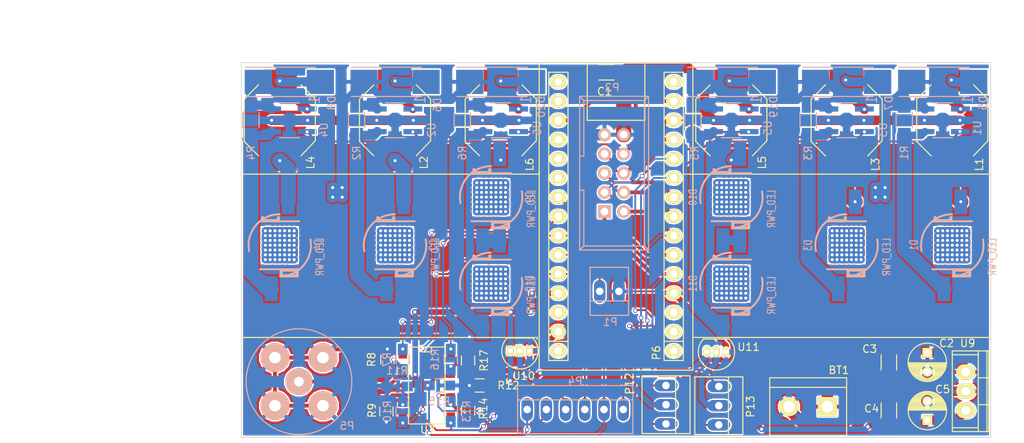
<source format=kicad_pcb>
(kicad_pcb (version 4) (host pcbnew 4.0.4+e1-6308~48~ubuntu14.04.1-stable)
  (title_block (date "jeu. 02 avril 2015"))
  (layers (0 F.Cu signal) (31 B.Cu signal) (34 B.Paste user) (35 F.Paste user) (36 B.SilkS user) (37 F.SilkS user) (38 B.Mask user) (39 F.Mask user) (44 Edge.Cuts user))
  (net 0 "")
  (net 1 "/1(Tx)")
  (net 2 GND)
  (net 3 /2)
  (net 4 "/3(**)")
  (net 5 /4)
  (net 6 "/5(**)")
  (net 7 "/6(**)")
  (net 8 /7)
  (net 9 /8)
  (net 10 "/9(**)")
  (net 11 "/10(**/SS)")
  (net 12 "/11(**/MISO)")
  (net 13 "/12(MOSI)")
  (net 14 /Vin)
  (net 15 +5V)
  (net 16 /A4)
  (net 17 /A3)
  (net 18 /A0)
  (net 19 /AREF)
  (net 20 "/13(SCK)")
  (net 21 +BATT)
  (net 22 "Net-(D5-Pad2)")
  (net 23 "Net-(D6-Pad2)")
  (net 24 "Net-(D7-Pad2)")
  (net 25 "Net-(D8-Pad2)")
  (net 26 "Net-(D19-Pad2)")
  (net 27 "Net-(D20-Pad2)")
  (net 28 /PH)
  (net 29 "Net-(P7-Pad14)")
  (net 30 "Net-(R7-Pad2)")
  (net 31 /O_MEAS)
  (net 32 "Net-(R10-Pad2)")
  (net 33 /O_CAL0)
  (net 34 "Net-(R13-Pad2)")
  (net 35 /O_CAL1)
  (net 36 "Net-(R16-Pad2)")
  (net 37 "/0(Rx)")
  (net 38 "Net-(D1-PadCATH)")
  (net 39 "Net-(D2-PadCATH)")
  (net 40 "Net-(D3-PadCATH)")
  (net 41 "Net-(D4-PadCATH)")
  (net 42 "Net-(D10-PadCATH)")
  (net 43 "Net-(D9-PadCATH)")
  (net 44 "Net-(D1-PadANOD)")
  (net 45 "Net-(D2-PadANOD)")
  (net 46 "Net-(D3-PadANOD)")
  (net 47 "Net-(D4-PadANOD)")
  (net 48 "Net-(D11-PadANOD)")
  (net 49 "Net-(D12-PadANOD)")
  (net 50 "Net-(D12-PadCATH)")
  (net 51 "Net-(D10-PadANOD)")
  (net 52 /A2)
  (net 53 /A1)
  (net 54 /A7)
  (net 55 /A6)
  (net 56 /A5)
  (net 57 "Net-(P12-Pad2)")
  (net 58 "Net-(P13-Pad2)")
  (net 59 "Net-(P6-Pad3)")
  (net 60 "Net-(P7-Pad3)")
  (module Diodes_SMD:DO-214AB_Handsoldering (layer B.Cu) (at 166.37 67.31)
    (fp_text reference D5 (at 5.334 2.794 90) (layer B.SilkS) (effects (justify mirror)))
    (fp_text value D_Schottky)
    (pad 2 smd rect (at 4.1 0) (size 3.6 3.2) (layers B.Cu B.Paste B.Mask) (net 22 "Net-(D5-Pad2)"))
    (pad 1 smd rect (at -4.1 0) (size 3.6 3.2) (layers B.Cu B.Paste B.Mask) (net 21 +BATT))
  )
  (module Diodes_SMD:DO-214AB_Handsoldering (layer B.Cu) (at 153.67 67.31)
    (fp_text reference D7 (at 5.588 2.794 90) (layer B.SilkS) (effects (justify mirror)))
    (fp_text value D_Schottky)
    (pad 2 smd rect (at 4.1 0) (size 3.6 3.2) (layers B.Cu B.Paste B.Mask) (net 24 "Net-(D7-Pad2)"))
    (pad 1 smd rect (at -4.1 0) (size 3.6 3.2) (layers B.Cu B.Paste B.Mask) (net 21 +BATT))
  )
  (module Diodes_SMD:DO-214AB_Handsoldering (layer B.Cu) (at 138.43 67.31)
    (fp_text reference D19 (at 5.588 3.302 270) (layer B.SilkS) (effects (justify mirror)))
    (fp_text value D_Schottky)
    (pad 2 smd rect (at 4.1 0) (size 3.6 3.2) (layers B.Cu B.Paste B.Mask) (net 26 "Net-(D19-Pad2)"))
    (pad 1 smd rect (at -4.1 0) (size 3.6 3.2) (layers B.Cu B.Paste B.Mask) (net 21 +BATT))
  )
  (module Diodes_SMD:DO-214AB_Handsoldering (layer B.Cu) (at 107.95 67.31)
    (fp_text reference D20 (at 5.334 3.302 90) (layer B.SilkS) (effects (justify mirror)))
    (fp_text value D_Schottky)
    (pad 2 smd rect (at 4.1 0) (size 3.6 3.2) (layers B.Cu B.Paste B.Mask) (net 27 "Net-(D20-Pad2)"))
    (pad 1 smd rect (at -4.1 0) (size 3.6 3.2) (layers B.Cu B.Paste B.Mask) (net 21 +BATT))
  )
  (module Diodes_SMD:DO-214AB_Handsoldering (layer B.Cu) (at 93.98 67.31)
    (fp_text reference D6 (at 5.588 3.048 90) (layer B.SilkS) (effects (justify mirror)))
    (fp_text value D_Schottky)
    (pad 2 smd rect (at 4.1 0) (size 3.6 3.2) (layers B.Cu B.Paste B.Mask) (net 23 "Net-(D6-Pad2)"))
    (pad 1 smd rect (at -4.1 0) (size 3.6 3.2) (layers B.Cu B.Paste B.Mask) (net 21 +BATT))
  )
  (module DO-214AB_Handsoldering (layer B.Cu) (at 80.01 67.31)
    (fp_text reference D8 (at 5.588 2.794 90) (layer B.SilkS) (effects (justify mirror)))
    (fp_text value D_Schottky)
    (pad 2 smd rect (at 4.1 0) (size 3.6 3.2) (layers B.Cu B.Paste B.Mask) (net 25 "Net-(D8-Pad2)"))
    (pad 1 smd rect (at -4.1 0) (size 3.6 3.2) (layers B.Cu B.Paste B.Mask) (net 21 +BATT))
  )
  (module sch:lumiled-2-LAMBERTIAN (layer B.Cu) (at 167.64 88.9 90)
    (fp_text reference D1 (at 0 -5.08 90) (layer B.SilkS) (effects (font (size 1.016 0.762) (thickness 0.127)) (justify mirror)))
    (fp_text value LED_PWR (at -1.54432 5.30098 90) (layer B.SilkS) (effects (font (size 1.016 0.762) (thickness 0.127)) (justify mirror)))
    (pad ANOD smd rect (at -5.74802 -1.12268 90) (size 3.29946 1.69926) (layers B.Cu B.Paste B.Mask) (net 44 "Net-(D1-PadANOD)") (clearance 0.254))
    (pad CATH smd rect (at 5.74802 1.12268 90) (size 3.29946 1.69926) (layers B.Cu B.Paste B.Mask) (net 38 "Net-(D1-PadCATH)") (clearance 0.254))
  )
  (module sch:lumiled-2-LAMBERTIAN (layer B.Cu) (at 153.67 88.9 90)
    (fp_text reference D3 (at 0 -5.08 90) (layer B.SilkS) (effects (font (size 1.016 0.762) (thickness 0.127)) (justify mirror)))
    (fp_text value LED_PWR (at -1.54432 5.30098 90) (layer B.SilkS) (effects (font (size 1.016 0.762) (thickness 0.127)) (justify mirror)))
    (pad ANOD smd rect (at -5.74802 -1.12268 90) (size 3.29946 1.69926) (layers B.Cu B.Paste B.Mask) (net 46 "Net-(D3-PadANOD)") (clearance 0.254))
    (pad CATH smd rect (at 5.74802 1.12268 90) (size 3.29946 1.69926) (layers B.Cu B.Paste B.Mask) (net 40 "Net-(D3-PadCATH)") (clearance 0.254))
  )
  (module sch:lumiled-2-LAMBERTIAN (layer B.Cu) (at 138.43 93.98 90)
    (fp_text reference D11 (at 0 -5.08 90) (layer B.SilkS) (effects (font (size 1.016 0.762) (thickness 0.127)) (justify mirror)))
    (fp_text value LED_PWR (at -1.54432 5.30098 90) (layer B.SilkS) (effects (font (size 1.016 0.762) (thickness 0.127)) (justify mirror)))
    (pad ANOD smd rect (at -5.74802 -1.12268 90) (size 3.29946 1.69926) (layers B.Cu B.Paste B.Mask) (net 48 "Net-(D11-PadANOD)") (clearance 0.254))
    (pad CATH smd rect (at 5.74802 1.12268 90) (size 3.29946 1.69926) (layers B.Cu B.Paste B.Mask) (net 51 "Net-(D10-PadANOD)") (clearance 0.254))
  )
  (module sch:lumiled-2-LAMBERTIAN (layer B.Cu) (at 138.43 82.55 90)
    (fp_text reference D10 (at 0 -5.08 90) (layer B.SilkS) (effects (font (size 1.016 0.762) (thickness 0.127)) (justify mirror)))
    (fp_text value LED_PWR (at -1.54432 5.30098 90) (layer B.SilkS) (effects (font (size 1.016 0.762) (thickness 0.127)) (justify mirror)))
    (pad ANOD smd rect (at -5.74802 -1.12268 90) (size 3.29946 1.69926) (layers B.Cu B.Paste B.Mask) (net 51 "Net-(D10-PadANOD)") (clearance 0.254))
    (pad CATH smd rect (at 5.74802 1.12268 90) (size 3.29946 1.69926) (layers B.Cu B.Paste B.Mask) (net 42 "Net-(D10-PadCATH)") (clearance 0.254))
  )
  (module sch:lumiled-2-LAMBERTIAN (layer B.Cu) (at 106.68 93.98 90)
    (fp_text reference D12 (at 0 5.08 90) (layer B.SilkS) (effects (font (size 1.016 0.762) (thickness 0.127)) (justify mirror)))
    (fp_text value LED_PWR (at -1.54432 5.30098 90) (layer B.SilkS) (effects (font (size 1.016 0.762) (thickness 0.127)) (justify mirror)))
    (pad ANOD smd rect (at -5.74802 -1.12268 90) (size 3.29946 1.69926) (layers B.Cu B.Paste B.Mask) (net 49 "Net-(D12-PadANOD)") (clearance 0.254))
    (pad CATH smd rect (at 5.74802 1.12268 90) (size 3.29946 1.69926) (layers B.Cu B.Paste B.Mask) (net 50 "Net-(D12-PadCATH)") (clearance 0.254))
  )
  (module sch:lumiled-2-LAMBERTIAN (layer B.Cu) (at 106.68 82.55 90)
    (fp_text reference D9 (at 0 5.08 90) (layer B.SilkS) (effects (font (size 1.016 0.762) (thickness 0.127)) (justify mirror)))
    (fp_text value LED_PWR (at -1.54432 5.30098 90) (layer B.SilkS) (effects (font (size 1.016 0.762) (thickness 0.127)) (justify mirror)))
    (pad ANOD smd rect (at -5.74802 -1.12268 90) (size 3.29946 1.69926) (layers B.Cu B.Paste B.Mask) (net 50 "Net-(D12-PadCATH)") (clearance 0.254))
    (pad CATH smd rect (at 5.74802 1.12268 90) (size 3.29946 1.69926) (layers B.Cu B.Paste B.Mask) (net 43 "Net-(D9-PadCATH)") (clearance 0.254))
  )
  (module sch:lumiled-2-LAMBERTIAN (layer B.Cu) (at 93.98 88.9 90)
    (fp_text reference D2 (at 0 5.08 90) (layer B.SilkS) (effects (font (size 1.016 0.762) (thickness 0.127)) (justify mirror)))
    (fp_text value LED_PWR (at -1.54432 5.30098 90) (layer B.SilkS) (effects (font (size 1.016 0.762) (thickness 0.127)) (justify mirror)))
    (pad ANOD smd rect (at -5.74802 -1.12268 90) (size 3.29946 1.69926) (layers B.Cu B.Paste B.Mask) (net 45 "Net-(D2-PadANOD)") (clearance 0.254))
    (pad CATH smd rect (at 5.74802 1.12268 90) (size 3.29946 1.69926) (layers B.Cu B.Paste B.Mask) (net 39 "Net-(D2-PadCATH)") (clearance 0.254))
  )
  (module lumiled-2-LAMBERTIAN (layer B.Cu) (at 78.74 88.9 90)
    (fp_text reference D4 (at 0 5.08 90) (layer B.SilkS) (effects (font (size 1.016 0.762) (thickness 0.127)) (justify mirror)))
    (fp_text value LED_PWR (at -1.54432 5.30098 90) (layer B.SilkS) (effects (font (size 1.016 0.762) (thickness 0.127)) (justify mirror)))
    (pad ANOD smd rect (at -5.74802 -1.12268 90) (size 3.29946 1.69926) (layers B.Cu B.Paste B.Mask) (net 47 "Net-(D4-PadANOD)") (clearance 0.254))
    (pad CATH smd rect (at 5.74802 1.12268 90) (size 3.29946 1.69926) (layers B.Cu B.Paste B.Mask) (net 41 "Net-(D4-PadCATH)") (clearance 0.254))
  )
  (module Connect:IDC_Header_Straight_10pins (layer B.Cu) (at 121.666 84.455 90)
    (fp_text reference P2 (at 16.383 1.016 180) (layer B.SilkS) (effects (justify mirror)))
    (fp_text value CONN_02X05)
    (pad 1 thru_hole rect (at 0 0 90) (size 1.7272 1.7272) (drill 1.016) (layers *.Cu *.Mask B.SilkS) (net 3 /2))
    (pad 2 thru_hole oval (at 0 2.54 90) (size 1.7272 1.7272) (drill 1.016) (layers *.Cu *.Mask B.SilkS) (net 5 /4))
    (pad 3 thru_hole oval (at 2.54 0 90) (size 1.7272 1.7272) (drill 1.016) (layers *.Cu *.Mask B.SilkS) (net 4 "/3(**)"))
    (pad 4 thru_hole oval (at 2.54 2.54 90) (size 1.7272 1.7272) (drill 1.016) (layers *.Cu *.Mask B.SilkS) (net 6 "/5(**)"))
    (pad 5 thru_hole oval (at 5.08 0 90) (size 1.7272 1.7272) (drill 1.016) (layers *.Cu *.Mask B.SilkS) (net 7 "/6(**)"))
    (pad 6 thru_hole oval (at 5.08 2.54 90) (size 1.7272 1.7272) (drill 1.016) (layers *.Cu *.Mask B.SilkS) (net 10 "/9(**)"))
    (pad 7 thru_hole oval (at 7.62 0 90) (size 1.7272 1.7272) (drill 1.016) (layers *.Cu *.Mask B.SilkS) (net 11 "/10(**/SS)"))
    (pad 8 thru_hole oval (at 7.62 2.54 90) (size 1.7272 1.7272) (drill 1.016) (layers *.Cu *.Mask B.SilkS) (net 12 "/11(**/MISO)"))
    (pad 9 thru_hole oval (at 10.16 0 90) (size 1.7272 1.7272) (drill 1.016) (layers *.Cu *.Mask B.SilkS) (net 2 GND))
    (pad 10 thru_hole oval (at 10.16 2.54 90) (size 1.7272 1.7272) (drill 1.016) (layers *.Cu *.Mask B.SilkS) (net 2 GND))
  )
  (module Connect:PINHEAD1-6 (layer B.Cu) (at 117.7925 110.617 180)
    (fp_text reference P4 (at 0 3.75 180) (layer B.SilkS) (effects (justify mirror)))
    (fp_text value CONN_01X06)
    (pad 1 thru_hole oval (at -6.35 0 180) (size 1.50622 3.01498) (drill 0.99822) (layers *.Cu *.Mask) (net 56 /A5))
    (pad 2 thru_hole oval (at -3.81 0 180) (size 1.50622 3.01498) (drill 0.99822) (layers *.Cu *.Mask) (net 55 /A6))
    (pad 3 thru_hole oval (at -1.27 0 180) (size 1.50622 3.01498) (drill 0.99822) (layers *.Cu *.Mask) (net 54 /A7))
    (pad 4 thru_hole oval (at 1.27 0 180) (size 1.50622 3.01498) (drill 0.99822) (layers *.Cu *.Mask) (net 31 /O_MEAS))
    (pad 5 thru_hole oval (at 3.81 0 180) (size 1.50622 3.01498) (drill 0.99822) (layers *.Cu *.Mask) (net 33 /O_CAL0))
    (pad 6 thru_hole oval (at 6.35 0 180) (size 1.50622 3.01498) (drill 0.99822) (layers *.Cu *.Mask) (net 35 /O_CAL1))
  )
  (module Connect:bornier2 (layer F.Cu) (at 148.59 110.236 180)
    (fp_text reference BT1 (at -4.064 4.826 180) (layer F.SilkS))
    (fp_text value Battery)
    (pad 1 thru_hole rect (at -2.54 0 180) (size 2.54 2.54) (drill 1.524) (layers *.Cu *.Mask F.SilkS) (net 21 +BATT))
    (pad 2 thru_hole circle (at 2.54 0 180) (size 2.54 2.54) (drill 1.524) (layers *.Cu *.Mask F.SilkS) (net 2 GND))
  )
  (module Capacitors_SMD:C_1206_HandSoldering (layer F.Cu) (at 121.92 66.04)
    (fp_text reference C1 (at -0.254 2.54) (layer F.SilkS))
    (fp_text value C)
    (pad 1 smd rect (at -2 0) (size 2 1.6) (layers F.Cu F.Paste F.Mask) (net 19 /AREF))
    (pad 2 smd rect (at 2 0) (size 2 1.6) (layers F.Cu F.Paste F.Mask) (net 2 GND))
  )
  (module Capacitors_ThroughHole:C_Radial_D5_L6_P2.5 (layer F.Cu) (at 164.338 103.124 270)
    (fp_text reference C2 (at -1.27 -2.54 360) (layer F.SilkS))
    (fp_text value CP)
    (pad 1 thru_hole rect (at 0 0 270) (size 1.3 1.3) (drill 0.8) (layers *.Cu *.Mask F.SilkS) (net 21 +BATT))
    (pad 2 thru_hole circle (at 2.5 0 270) (size 1.3 1.3) (drill 0.8) (layers *.Cu *.Mask F.SilkS) (net 2 GND))
  )
  (module Capacitors_SMD:C_1206_HandSoldering (layer F.Cu) (at 159.258 104.394 270)
    (fp_text reference C3 (at -1.778 2.54 360) (layer F.SilkS))
    (fp_text value C)
    (pad 1 smd rect (at -2 0 270) (size 2 1.6) (layers F.Cu F.Paste F.Mask) (net 21 +BATT))
    (pad 2 smd rect (at 2 0 270) (size 2 1.6) (layers F.Cu F.Paste F.Mask) (net 2 GND))
  )
  (module Capacitors_SMD:C_1206_HandSoldering (layer F.Cu) (at 159.258 110.744 90)
    (fp_text reference C4 (at 0.254 -2.286 180) (layer F.SilkS))
    (fp_text value C)
    (pad 1 smd rect (at -2 0 90) (size 2 1.6) (layers F.Cu F.Paste F.Mask) (net 15 +5V))
    (pad 2 smd rect (at 2 0 90) (size 2 1.6) (layers F.Cu F.Paste F.Mask) (net 2 GND))
  )
  (module Capacitors_ThroughHole:C_Radial_D5_L6_P2.5 (layer F.Cu) (at 164.338 112.014 90)
    (fp_text reference C5 (at 4.064 2.032 180) (layer F.SilkS))
    (fp_text value CP)
    (pad 1 thru_hole rect (at 0 0 90) (size 1.3 1.3) (drill 0.8) (layers *.Cu *.Mask F.SilkS) (net 15 +5V))
    (pad 2 thru_hole circle (at 2.5 0 90) (size 1.3 1.3) (drill 0.8) (layers *.Cu *.Mask F.SilkS) (net 2 GND))
  )
  (module Inductors_NEOSID:Neosid_Inductor_Ms95 (layer F.Cu) (at 167.64 72.39 90)
    (fp_text reference L1 (at -5.842 3.556 90) (layer F.SilkS))
    (fp_text value INDUCTOR)
    (pad 1 smd rect (at -5.25018 0 90) (size 2.90068 4.50088) (layers F.Cu F.Paste F.Mask) (net 38 "Net-(D1-PadCATH)"))
    (pad 2 smd rect (at 5.25018 0 90) (size 2.90068 4.50088) (layers F.Cu F.Paste F.Mask) (net 22 "Net-(D5-Pad2)"))
  )
  (module Inductors_NEOSID:Neosid_Inductor_Ms95 (layer F.Cu) (at 93.98 72.39 90)
    (fp_text reference L2 (at -5.588 3.81 90) (layer F.SilkS))
    (fp_text value INDUCTOR)
    (pad 1 smd rect (at -5.25018 0 90) (size 2.90068 4.50088) (layers F.Cu F.Paste F.Mask) (net 39 "Net-(D2-PadCATH)"))
    (pad 2 smd rect (at 5.25018 0 90) (size 2.90068 4.50088) (layers F.Cu F.Paste F.Mask) (net 23 "Net-(D6-Pad2)"))
  )
  (module Inductors_NEOSID:Neosid_Inductor_Ms95 (layer F.Cu) (at 153.67 72.39 90)
    (fp_text reference L3 (at -5.842 3.81 90) (layer F.SilkS))
    (fp_text value INDUCTOR)
    (pad 1 smd rect (at -5.25018 0 90) (size 2.90068 4.50088) (layers F.Cu F.Paste F.Mask) (net 40 "Net-(D3-PadCATH)"))
    (pad 2 smd rect (at 5.25018 0 90) (size 2.90068 4.50088) (layers F.Cu F.Paste F.Mask) (net 24 "Net-(D7-Pad2)"))
  )
  (module Inductors_NEOSID:Neosid_Inductor_Ms95 (layer F.Cu) (at 78.74 72.39 90)
    (fp_text reference L4 (at -5.588 4.064 90) (layer F.SilkS))
    (fp_text value INDUCTOR)
    (pad 1 smd rect (at -5.25018 0 90) (size 2.90068 4.50088) (layers F.Cu F.Paste F.Mask) (net 41 "Net-(D4-PadCATH)"))
    (pad 2 smd rect (at 5.25018 0 90) (size 2.90068 4.50088) (layers F.Cu F.Paste F.Mask) (net 25 "Net-(D8-Pad2)"))
  )
  (module Inductors_NEOSID:Neosid_Inductor_Ms95 (layer F.Cu) (at 138.43 72.39 90)
    (fp_text reference L5 (at -5.588 4.064 90) (layer F.SilkS))
    (fp_text value INDUCTOR)
    (pad 1 smd rect (at -5.25018 0 90) (size 2.90068 4.50088) (layers F.Cu F.Paste F.Mask) (net 42 "Net-(D10-PadCATH)"))
    (pad 2 smd rect (at 5.25018 0 90) (size 2.90068 4.50088) (layers F.Cu F.Paste F.Mask) (net 26 "Net-(D19-Pad2)"))
  )
  (module Inductors_NEOSID:Neosid_Inductor_Ms95 (layer F.Cu) (at 107.95 72.39 90)
    (fp_text reference L6 (at -5.842 3.81 90) (layer F.SilkS))
    (fp_text value INDUCTOR)
    (pad 1 smd rect (at -5.25018 0 90) (size 2.90068 4.50088) (layers F.Cu F.Paste F.Mask) (net 43 "Net-(D9-PadCATH)"))
    (pad 2 smd rect (at 5.25018 0 90) (size 2.90068 4.50088) (layers F.Cu F.Paste F.Mask) (net 27 "Net-(D20-Pad2)"))
  )
  (module Connect:PINHEAD1-2 (layer B.Cu) (at 122.301 94.996)
    (fp_text reference P1 (at 0.127 4.064) (layer B.SilkS) (effects (justify mirror)))
    (fp_text value CONN_01X02)
    (pad 1 thru_hole oval (at -1.27 0) (size 1.50622 3.01498) (drill 0.99822) (layers *.Cu *.Mask) (net 17 /A3))
    (pad 2 thru_hole oval (at 1.27 0) (size 1.50622 3.01498) (drill 0.99822) (layers *.Cu *.Mask) (net 2 GND))
  )
  (module Connect:bnc-ci (layer B.Cu) (at 81.28 106.934)
    (fp_text reference P5 (at 6.35 5.842) (layer B.SilkS) (effects (justify mirror)))
    (fp_text value BNC)
    (pad 2 thru_hole circle (at -3.175 3.175) (size 3.81 3.81) (drill 1.524) (layers *.Cu *.Mask B.SilkS) (net 2 GND))
    (pad 1 thru_hole circle (at 0 0) (size 3.556 3.556) (drill 1.27) (layers *.Cu *.Mask B.SilkS) (net 28 /PH))
    (pad 2 thru_hole circle (at 3.175 3.175) (size 3.81 3.81) (drill 1.524) (layers *.Cu *.Mask B.SilkS) (net 2 GND))
    (pad 2 thru_hole circle (at -3.175 -3.175) (size 3.81 3.81) (drill 1.524) (layers *.Cu *.Mask B.SilkS) (net 2 GND))
    (pad 2 thru_hole circle (at 3.175 -3.175) (size 3.81 3.81) (drill 1.524) (layers *.Cu *.Mask B.SilkS) (net 2 GND))
  )
  (module Socket_Arduino_Nano:Socket_Strip_Arduino_1x15 (layer F.Cu) (at 130.81 102.87 90)
    (fp_text reference P6 (at -0.254 -2.286 90) (layer F.SilkS))
    (fp_text value Digital)
    (pad 1 thru_hole oval (at 0 0 90) (size 1.7272 2.032) (drill 1.016) (layers *.Cu *.Mask F.SilkS) (net 1 "/1(Tx)"))
    (pad 2 thru_hole oval (at 2.54 0 90) (size 1.7272 2.032) (drill 1.016) (layers *.Cu *.Mask F.SilkS) (net 37 "/0(Rx)"))
    (pad 3 thru_hole oval (at 5.08 0 90) (size 1.7272 2.032) (drill 1.016) (layers *.Cu *.Mask F.SilkS) (net 59 "Net-(P6-Pad3)"))
    (pad 4 thru_hole oval (at 7.62 0 90) (size 1.7272 2.032) (drill 1.016) (layers *.Cu *.Mask F.SilkS) (net 2 GND))
    (pad 5 thru_hole oval (at 10.16 0 90) (size 1.7272 2.032) (drill 1.016) (layers *.Cu *.Mask F.SilkS) (net 3 /2))
    (pad 6 thru_hole oval (at 12.7 0 90) (size 1.7272 2.032) (drill 1.016) (layers *.Cu *.Mask F.SilkS) (net 4 "/3(**)"))
    (pad 7 thru_hole oval (at 15.24 0 90) (size 1.7272 2.032) (drill 1.016) (layers *.Cu *.Mask F.SilkS) (net 5 /4))
    (pad 8 thru_hole oval (at 17.78 0 90) (size 1.7272 2.032) (drill 1.016) (layers *.Cu *.Mask F.SilkS) (net 6 "/5(**)"))
    (pad 9 thru_hole oval (at 20.32 0 90) (size 1.7272 2.032) (drill 1.016) (layers *.Cu *.Mask F.SilkS) (net 7 "/6(**)"))
    (pad 10 thru_hole oval (at 22.86 0 90) (size 1.7272 2.032) (drill 1.016) (layers *.Cu *.Mask F.SilkS) (net 8 /7))
    (pad 11 thru_hole oval (at 25.4 0 90) (size 1.7272 2.032) (drill 1.016) (layers *.Cu *.Mask F.SilkS) (net 9 /8))
    (pad 12 thru_hole oval (at 27.94 0 90) (size 1.7272 2.032) (drill 1.016) (layers *.Cu *.Mask F.SilkS) (net 10 "/9(**)"))
    (pad 13 thru_hole oval (at 30.48 0 90) (size 1.7272 2.032) (drill 1.016) (layers *.Cu *.Mask F.SilkS) (net 11 "/10(**/SS)"))
    (pad 14 thru_hole oval (at 33.02 0 90) (size 1.7272 2.032) (drill 1.016) (layers *.Cu *.Mask F.SilkS) (net 12 "/11(**/MISO)"))
    (pad 15 thru_hole oval (at 35.56 0 90) (size 1.7272 2.032) (drill 1.016) (layers *.Cu *.Mask F.SilkS) (net 13 "/12(MOSI)"))
  )
  (module Socket_Arduino_Nano:Socket_Strip_Arduino_1x15 (layer F.Cu) (at 115.57 102.87 90)
    (fp_text reference P7 (at 0 -5.1 90) (layer F.SilkS))
    (fp_text value Analog)
    (pad 1 thru_hole oval (at 0 0 90) (size 1.7272 2.032) (drill 1.016) (layers *.Cu *.Mask F.SilkS) (net 14 /Vin))
    (pad 2 thru_hole oval (at 2.54 0 90) (size 1.7272 2.032) (drill 1.016) (layers *.Cu *.Mask F.SilkS) (net 2 GND))
    (pad 3 thru_hole oval (at 5.08 0 90) (size 1.7272 2.032) (drill 1.016) (layers *.Cu *.Mask F.SilkS) (net 60 "Net-(P7-Pad3)"))
    (pad 4 thru_hole oval (at 7.62 0 90) (size 1.7272 2.032) (drill 1.016) (layers *.Cu *.Mask F.SilkS) (net 15 +5V))
    (pad 5 thru_hole oval (at 10.16 0 90) (size 1.7272 2.032) (drill 1.016) (layers *.Cu *.Mask F.SilkS) (net 54 /A7))
    (pad 6 thru_hole oval (at 12.7 0 90) (size 1.7272 2.032) (drill 1.016) (layers *.Cu *.Mask F.SilkS) (net 55 /A6))
    (pad 7 thru_hole oval (at 15.24 0 90) (size 1.7272 2.032) (drill 1.016) (layers *.Cu *.Mask F.SilkS) (net 56 /A5))
    (pad 8 thru_hole oval (at 17.78 0 90) (size 1.7272 2.032) (drill 1.016) (layers *.Cu *.Mask F.SilkS) (net 16 /A4))
    (pad 9 thru_hole oval (at 20.32 0 90) (size 1.7272 2.032) (drill 1.016) (layers *.Cu *.Mask F.SilkS) (net 17 /A3))
    (pad 10 thru_hole oval (at 22.86 0 90) (size 1.7272 2.032) (drill 1.016) (layers *.Cu *.Mask F.SilkS) (net 52 /A2))
    (pad 11 thru_hole oval (at 25.4 0 90) (size 1.7272 2.032) (drill 1.016) (layers *.Cu *.Mask F.SilkS) (net 53 /A1))
    (pad 12 thru_hole oval (at 27.94 0 90) (size 1.7272 2.032) (drill 1.016) (layers *.Cu *.Mask F.SilkS) (net 18 /A0))
    (pad 13 thru_hole oval (at 30.48 0 90) (size 1.7272 2.032) (drill 1.016) (layers *.Cu *.Mask F.SilkS) (net 19 /AREF))
    (pad 14 thru_hole oval (at 33.02 0 90) (size 1.7272 2.032) (drill 1.016) (layers *.Cu *.Mask F.SilkS) (net 29 "Net-(P7-Pad14)"))
    (pad 15 thru_hole oval (at 35.56 0 90) (size 1.7272 2.032) (drill 1.016) (layers *.Cu *.Mask F.SilkS) (net 20 "/13(SCK)"))
  )
  (module Resistors_SMD:R_1206_HandSoldering (layer B.Cu) (at 161.29 72.39 90)
    (fp_text reference R1 (at -4.318 0 90) (layer B.SilkS) (effects (justify mirror)))
    (fp_text value 0.13)
    (pad 1 smd rect (at -2 0 90) (size 2 1.7) (layers B.Cu B.Paste B.Mask) (net 44 "Net-(D1-PadANOD)"))
    (pad 2 smd rect (at 2 0 90) (size 2 1.7) (layers B.Cu B.Paste B.Mask) (net 21 +BATT))
  )
  (module Resistors_SMD:R_1206_HandSoldering (layer B.Cu) (at 88.9 72.39 90)
    (fp_text reference R2 (at -4.318 0 90) (layer B.SilkS) (effects (justify mirror)))
    (fp_text value 0.13)
    (pad 1 smd rect (at -2 0 90) (size 2 1.7) (layers B.Cu B.Paste B.Mask) (net 45 "Net-(D2-PadANOD)"))
    (pad 2 smd rect (at 2 0 90) (size 2 1.7) (layers B.Cu B.Paste B.Mask) (net 21 +BATT))
  )
  (module Resistors_SMD:R_1206_HandSoldering (layer B.Cu) (at 148.59 72.39 90)
    (fp_text reference R3 (at -4.318 0 90) (layer B.SilkS) (effects (justify mirror)))
    (fp_text value 0.13)
    (pad 1 smd rect (at -2 0 90) (size 2 1.7) (layers B.Cu B.Paste B.Mask) (net 46 "Net-(D3-PadANOD)"))
    (pad 2 smd rect (at 2 0 90) (size 2 1.7) (layers B.Cu B.Paste B.Mask) (net 21 +BATT))
  )
  (module Resistors_SMD:R_1206_HandSoldering (layer B.Cu) (at 74.93 72.39 90)
    (fp_text reference R4 (at -4.318 0 90) (layer B.SilkS) (effects (justify mirror)))
    (fp_text value 0.13)
    (pad 1 smd rect (at -2 0 90) (size 2 1.7) (layers B.Cu B.Paste B.Mask) (net 47 "Net-(D4-PadANOD)"))
    (pad 2 smd rect (at 2 0 90) (size 2 1.7) (layers B.Cu B.Paste B.Mask) (net 21 +BATT))
  )
  (module Resistors_SMD:R_1206_HandSoldering (layer B.Cu) (at 133.35 72.39 90)
    (fp_text reference R5 (at -4.318 0.254 270) (layer B.SilkS) (effects (justify mirror)))
    (fp_text value 0.13)
    (pad 1 smd rect (at -2 0 90) (size 2 1.7) (layers B.Cu B.Paste B.Mask) (net 48 "Net-(D11-PadANOD)"))
    (pad 2 smd rect (at 2 0 90) (size 2 1.7) (layers B.Cu B.Paste B.Mask) (net 21 +BATT))
  )
  (module Resistors_SMD:R_1206_HandSoldering (layer B.Cu) (at 102.87 72.39 90)
    (fp_text reference R6 (at -4.318 0 90) (layer B.SilkS) (effects (justify mirror)))
    (fp_text value 0.13)
    (pad 1 smd rect (at -2 0 90) (size 2 1.7) (layers B.Cu B.Paste B.Mask) (net 49 "Net-(D12-PadANOD)"))
    (pad 2 smd rect (at 2 0 90) (size 2 1.7) (layers B.Cu B.Paste B.Mask) (net 21 +BATT))
  )
  (module Resistors_SMD:R_0805_HandSoldering (layer B.Cu) (at 94.996 104.013 270)
    (fp_text reference R7 (at 0 2.1 270) (layer B.SilkS) (effects (justify mirror)))
    (fp_text value R)
    (pad 1 smd rect (at -1.35 0 270) (size 1.5 1.3) (layers B.Cu B.Paste B.Mask) (net 16 /A4))
    (pad 2 smd rect (at 1.35 0 270) (size 1.5 1.3) (layers B.Cu B.Paste B.Mask) (net 30 "Net-(R7-Pad2)"))
  )
  (module Resistors_SMD:R_0805_HandSoldering (layer F.Cu) (at 92.964 104.013 90)
    (fp_text reference R8 (at 0 -2.1 90) (layer F.SilkS))
    (fp_text value R)
    (pad 1 smd rect (at -1.35 0 90) (size 1.5 1.3) (layers F.Cu F.Paste F.Mask) (net 30 "Net-(R7-Pad2)"))
    (pad 2 smd rect (at 1.35 0 90) (size 1.5 1.3) (layers F.Cu F.Paste F.Mask) (net 2 GND))
  )
  (module Resistors_SMD:R_0805_HandSoldering (layer F.Cu) (at 92.837 110.871 270)
    (fp_text reference R9 (at -0.127 1.905 270) (layer F.SilkS))
    (fp_text value R)
    (pad 1 smd rect (at -1.35 0 270) (size 1.5 1.3) (layers F.Cu F.Paste F.Mask) (net 31 /O_MEAS))
    (pad 2 smd rect (at 1.35 0 270) (size 1.5 1.3) (layers F.Cu F.Paste F.Mask) (net 2 GND))
  )
  (module Resistors_SMD:R_0805_HandSoldering (layer B.Cu) (at 94.996 110.871 90)
    (fp_text reference R10 (at 0 -2.032 90) (layer B.SilkS) (effects (justify mirror)))
    (fp_text value R)
    (pad 1 smd rect (at -1.35 0 90) (size 1.5 1.3) (layers B.Cu B.Paste B.Mask) (net 54 /A7))
    (pad 2 smd rect (at 1.35 0 90) (size 1.5 1.3) (layers B.Cu B.Paste B.Mask) (net 32 "Net-(R10-Pad2)"))
  )
  (module Resistors_SMD:R_0805_HandSoldering (layer B.Cu) (at 94.234 107.569 180)
    (fp_text reference R11 (at 0 2.1 180) (layer B.SilkS) (effects (justify mirror)))
    (fp_text value R)
    (pad 1 smd rect (at -1.35 0 180) (size 1.5 1.3) (layers B.Cu B.Paste B.Mask) (net 32 "Net-(R10-Pad2)"))
    (pad 2 smd rect (at 1.35 0 180) (size 1.5 1.3) (layers B.Cu B.Paste B.Mask) (net 2 GND))
  )
  (module Resistors_SMD:R_0805_HandSoldering (layer F.Cu) (at 105.156 107.442 180)
    (fp_text reference R12 (at -3.81 0 180) (layer F.SilkS))
    (fp_text value R)
    (pad 1 smd rect (at -1.35 0 180) (size 1.5 1.3) (layers F.Cu F.Paste F.Mask) (net 33 /O_CAL0))
    (pad 2 smd rect (at 1.35 0 180) (size 1.5 1.3) (layers F.Cu F.Paste F.Mask) (net 2 GND))
  )
  (module Resistors_SMD:R_0805_HandSoldering (layer B.Cu) (at 101.346 110.871 90)
    (fp_text reference R13 (at 0 2.1 90) (layer B.SilkS) (effects (justify mirror)))
    (fp_text value R)
    (pad 1 smd rect (at -1.35 0 90) (size 1.5 1.3) (layers B.Cu B.Paste B.Mask) (net 55 /A6))
    (pad 2 smd rect (at 1.35 0 90) (size 1.5 1.3) (layers B.Cu B.Paste B.Mask) (net 34 "Net-(R13-Pad2)"))
  )
  (module Resistors_SMD:R_0805_HandSoldering (layer F.Cu) (at 103.632 110.744 90)
    (fp_text reference R14 (at 0.254 2.032 90) (layer F.SilkS))
    (fp_text value R)
    (pad 1 smd rect (at -1.35 0 90) (size 1.5 1.3) (layers F.Cu F.Paste F.Mask) (net 34 "Net-(R13-Pad2)"))
    (pad 2 smd rect (at 1.35 0 90) (size 1.5 1.3) (layers F.Cu F.Paste F.Mask) (net 2 GND))
  )
  (module Resistors_SMD:R_0805_HandSoldering (layer B.Cu) (at 99.822 107.442)
    (fp_text reference R15 (at 0 2.1) (layer B.SilkS) (effects (justify mirror)))
    (fp_text value R)
    (pad 1 smd rect (at -1.35 0) (size 1.5 1.3) (layers B.Cu B.Paste B.Mask) (net 35 /O_CAL1))
    (pad 2 smd rect (at 1.35 0) (size 1.5 1.3) (layers B.Cu B.Paste B.Mask) (net 2 GND))
  )
  (module Resistors_SMD:R_0805_HandSoldering (layer B.Cu) (at 101.346 104.013 270)
    (fp_text reference R16 (at 0 2.1 270) (layer B.SilkS) (effects (justify mirror)))
    (fp_text value R)
    (pad 1 smd rect (at -1.35 0 270) (size 1.5 1.3) (layers B.Cu B.Paste B.Mask) (net 56 /A5))
    (pad 2 smd rect (at 1.35 0 270) (size 1.5 1.3) (layers B.Cu B.Paste B.Mask) (net 36 "Net-(R16-Pad2)"))
  )
  (module Resistors_SMD:R_0805_HandSoldering (layer F.Cu) (at 103.632 104.14 270)
    (fp_text reference R17 (at 0 -2.1 270) (layer F.SilkS))
    (fp_text value R)
    (pad 1 smd rect (at -1.35 0 270) (size 1.5 1.3) (layers F.Cu F.Paste F.Mask) (net 36 "Net-(R16-Pad2)"))
    (pad 2 smd rect (at 1.35 0 270) (size 1.5 1.3) (layers F.Cu F.Paste F.Mask) (net 2 GND))
  )
  (module SMD_Packages:SOIC-14_N (layer F.Cu) (at 98.298 107.442 270)
    (fp_text reference U7 (at 5.842 0 360) (layer F.SilkS))
    (fp_text value LM324)
    (pad 1 smd rect (at -3.81 3.302 270) (size 0.508 1.143) (layers F.Cu F.Paste F.Mask) (net 16 /A4))
    (pad 2 smd rect (at -2.54 3.302 270) (size 0.508 1.143) (layers F.Cu F.Paste F.Mask) (net 30 "Net-(R7-Pad2)"))
    (pad 3 smd rect (at -1.27 3.302 270) (size 0.508 1.143) (layers F.Cu F.Paste F.Mask) (net 28 /PH))
    (pad 4 smd rect (at 0 3.302 270) (size 0.508 1.143) (layers F.Cu F.Paste F.Mask) (net 15 +5V))
    (pad 5 smd rect (at 1.27 3.302 270) (size 0.508 1.143) (layers F.Cu F.Paste F.Mask) (net 31 /O_MEAS))
    (pad 6 smd rect (at 2.54 3.302 270) (size 0.508 1.143) (layers F.Cu F.Paste F.Mask) (net 32 "Net-(R10-Pad2)"))
    (pad 7 smd rect (at 3.81 3.302 270) (size 0.508 1.143) (layers F.Cu F.Paste F.Mask) (net 54 /A7))
    (pad 8 smd rect (at 3.81 -3.048 270) (size 0.508 1.143) (layers F.Cu F.Paste F.Mask) (net 55 /A6))
    (pad 9 smd rect (at 2.54 -3.048 270) (size 0.508 1.143) (layers F.Cu F.Paste F.Mask) (net 34 "Net-(R13-Pad2)"))
    (pad 11 smd rect (at 0 -3.048 270) (size 0.508 1.143) (layers F.Cu F.Paste F.Mask) (net 2 GND))
    (pad 12 smd rect (at -1.27 -3.048 270) (size 0.508 1.143) (layers F.Cu F.Paste F.Mask) (net 35 /O_CAL1))
    (pad 13 smd rect (at -2.54 -3.048 270) (size 0.508 1.143) (layers F.Cu F.Paste F.Mask) (net 36 "Net-(R16-Pad2)"))
    (pad 14 smd rect (at -3.81 -3.048 270) (size 0.508 1.143) (layers F.Cu F.Paste F.Mask) (net 56 /A5))
    (pad 10 smd rect (at 1.27 -3.048 270) (size 0.508 1.143) (layers F.Cu F.Paste F.Mask) (net 33 /O_CAL0))
  )
  (module TO_SOT_Packages_THT:TO-92_Inline_Narrow_Oval (layer F.Cu) (at 111.76 102.87 180)
    (fp_text reference U10 (at 0.762 -3.302 180) (layer F.SilkS))
    (fp_text value DS18B20)
    (pad 2 thru_hole oval (at 1.27 0) (size 0.89916 1.50114) (drill 0.6) (layers *.Cu *.Mask F.SilkS) (net 57 "Net-(P12-Pad2)"))
    (pad 3 thru_hole oval (at 2.54 0) (size 0.89916 1.50114) (drill 0.6) (layers *.Cu *.Mask F.SilkS) (net 15 +5V))
    (pad 1 thru_hole oval (at 0 0) (size 0.89916 1.50114) (drill 0.6) (layers *.Cu *.Mask F.SilkS) (net 2 GND))
  )
  (module TO_SOT_Packages_THT:TO-92_Inline_Narrow_Oval (layer F.Cu) (at 137.7315 102.997 180)
    (fp_text reference U11 (at -2.9845 0.635 180) (layer F.SilkS))
    (fp_text value DS18B20)
    (pad 2 thru_hole oval (at 1.27 0) (size 0.89916 1.50114) (drill 0.6) (layers *.Cu *.Mask F.SilkS) (net 58 "Net-(P13-Pad2)"))
    (pad 3 thru_hole oval (at 2.54 0) (size 0.89916 1.50114) (drill 0.6) (layers *.Cu *.Mask F.SilkS) (net 15 +5V))
    (pad 1 thru_hole oval (at 0 0) (size 0.89916 1.50114) (drill 0.6) (layers *.Cu *.Mask F.SilkS) (net 2 GND))
  )
  (module Power_Integrations:TO-220 (layer F.Cu) (at 169.418 108.204 270)
    (fp_text reference U9 (at -6.35 -0.254 360) (layer F.SilkS))
    (fp_text value LM7805CT)
    (pad 2 thru_hole oval (at 0 0 270) (size 2.032 2.54) (drill 1.143) (layers *.Cu *.Mask F.SilkS) (net 2 GND))
    (pad 3 thru_hole oval (at 2.54 0 270) (size 2.032 2.54) (drill 1.143) (layers *.Cu *.Mask F.SilkS) (net 15 +5V))
    (pad 1 thru_hole oval (at -2.54 0 270) (size 2.032 2.54) (drill 1.143) (layers *.Cu *.Mask F.SilkS) (net 21 +BATT))
  )
  (module TO_SOT_Packages_SMD:SOT89-5_Housing_Handsoldering (layer B.Cu) (at 166.37 72.39 270)
    (fp_text reference U1 (at 1.016 -4.572 450) (layer B.SilkS) (effects (justify mirror)))
    (fp_text value PT4115)
    (pad 2 smd trapezoid (at 0 0.72644 270) (size 1.50114 0.7493) (rect_delta 0 -0.50038) (layers B.Cu B.Paste B.Mask) (net 2 GND))
    (pad 5 smd rect (at -1.50114 2.35204 270) (size 0.70104 2.5019) (layers B.Cu B.Paste B.Mask) (net 21 +BATT))
    (pad 4 smd rect (at 1.50114 2.35204 270) (size 0.70104 2.5019) (layers B.Cu B.Paste B.Mask) (net 44 "Net-(D1-PadANOD)"))
    (pad 1 smd rect (at -1.50114 -2.35204 270) (size 0.70104 2.5019) (layers B.Cu B.Paste B.Mask) (net 22 "Net-(D5-Pad2)"))
    (pad 2 smd rect (at 0 -2.35204 270) (size 1.00076 2.5019) (layers B.Cu B.Paste B.Mask) (net 2 GND))
    (pad 3 smd rect (at 1.50114 -2.35204 270) (size 0.70104 2.5019) (layers B.Cu B.Paste B.Mask) (net 4 "/3(**)"))
    (pad 2 smd rect (at 0 2.35204 270) (size 1.00076 2.5019) (layers B.Cu B.Paste B.Mask) (net 2 GND))
    (pad 2 smd trapezoid (at 0 -0.72644 90) (size 1.50114 0.7493) (rect_delta 0 -0.50038) (layers B.Cu B.Paste B.Mask) (net 2 GND))
    (pad 2 smd rect (at 0 0 270) (size 1.99898 0.8001) (layers B.Cu B.Paste B.Mask) (net 2 GND))
  )
  (module TO_SOT_Packages_SMD:SOT89-5_Housing_Handsoldering (layer B.Cu) (at 93.98 72.39 270)
    (fp_text reference U2 (at 1.27 -4.826 270) (layer B.SilkS) (effects (justify mirror)))
    (fp_text value PT4115)
    (pad 2 smd trapezoid (at 0 0.72644 270) (size 1.50114 0.7493) (rect_delta 0 -0.50038) (layers B.Cu B.Paste B.Mask) (net 2 GND))
    (pad 5 smd rect (at -1.50114 2.35204 270) (size 0.70104 2.5019) (layers B.Cu B.Paste B.Mask) (net 21 +BATT))
    (pad 4 smd rect (at 1.50114 2.35204 270) (size 0.70104 2.5019) (layers B.Cu B.Paste B.Mask) (net 45 "Net-(D2-PadANOD)"))
    (pad 1 smd rect (at -1.50114 -2.35204 270) (size 0.70104 2.5019) (layers B.Cu B.Paste B.Mask) (net 23 "Net-(D6-Pad2)"))
    (pad 2 smd rect (at 0 -2.35204 270) (size 1.00076 2.5019) (layers B.Cu B.Paste B.Mask) (net 2 GND))
    (pad 3 smd rect (at 1.50114 -2.35204 270) (size 0.70104 2.5019) (layers B.Cu B.Paste B.Mask) (net 10 "/9(**)"))
    (pad 2 smd rect (at 0 2.35204 270) (size 1.00076 2.5019) (layers B.Cu B.Paste B.Mask) (net 2 GND))
    (pad 2 smd trapezoid (at 0 -0.72644 90) (size 1.50114 0.7493) (rect_delta 0 -0.50038) (layers B.Cu B.Paste B.Mask) (net 2 GND))
    (pad 2 smd rect (at 0 0 270) (size 1.99898 0.8001) (layers B.Cu B.Paste B.Mask) (net 2 GND))
  )
  (module TO_SOT_Packages_SMD:SOT89-5_Housing_Handsoldering (layer B.Cu) (at 153.67 72.39 270)
    (fp_text reference U3 (at 1.27 -4.826 450) (layer B.SilkS) (effects (justify mirror)))
    (fp_text value PT4115)
    (pad 2 smd trapezoid (at 0 0.72644 270) (size 1.50114 0.7493) (rect_delta 0 -0.50038) (layers B.Cu B.Paste B.Mask) (net 2 GND))
    (pad 5 smd rect (at -1.50114 2.35204 270) (size 0.70104 2.5019) (layers B.Cu B.Paste B.Mask) (net 21 +BATT))
    (pad 4 smd rect (at 1.50114 2.35204 270) (size 0.70104 2.5019) (layers B.Cu B.Paste B.Mask) (net 46 "Net-(D3-PadANOD)"))
    (pad 1 smd rect (at -1.50114 -2.35204 270) (size 0.70104 2.5019) (layers B.Cu B.Paste B.Mask) (net 24 "Net-(D7-Pad2)"))
    (pad 2 smd rect (at 0 -2.35204 270) (size 1.00076 2.5019) (layers B.Cu B.Paste B.Mask) (net 2 GND))
    (pad 3 smd rect (at 1.50114 -2.35204 270) (size 0.70104 2.5019) (layers B.Cu B.Paste B.Mask) (net 7 "/6(**)"))
    (pad 2 smd rect (at 0 2.35204 270) (size 1.00076 2.5019) (layers B.Cu B.Paste B.Mask) (net 2 GND))
    (pad 2 smd trapezoid (at 0 -0.72644 90) (size 1.50114 0.7493) (rect_delta 0 -0.50038) (layers B.Cu B.Paste B.Mask) (net 2 GND))
    (pad 2 smd rect (at 0 0 270) (size 1.99898 0.8001) (layers B.Cu B.Paste B.Mask) (net 2 GND))
  )
  (module TO_SOT_Packages_SMD:SOT89-5_Housing_Handsoldering (layer B.Cu) (at 80.01 72.39 270)
    (fp_text reference U4 (at 1.27 -4.572 450) (layer B.SilkS) (effects (justify mirror)))
    (fp_text value PT4115)
    (pad 2 smd trapezoid (at 0 0.72644 270) (size 1.50114 0.7493) (rect_delta 0 -0.50038) (layers B.Cu B.Paste B.Mask) (net 2 GND))
    (pad 5 smd rect (at -1.50114 2.35204 270) (size 0.70104 2.5019) (layers B.Cu B.Paste B.Mask) (net 21 +BATT))
    (pad 4 smd rect (at 1.50114 2.35204 270) (size 0.70104 2.5019) (layers B.Cu B.Paste B.Mask) (net 47 "Net-(D4-PadANOD)"))
    (pad 1 smd rect (at -1.50114 -2.35204 270) (size 0.70104 2.5019) (layers B.Cu B.Paste B.Mask) (net 25 "Net-(D8-Pad2)"))
    (pad 2 smd rect (at 0 -2.35204 270) (size 1.00076 2.5019) (layers B.Cu B.Paste B.Mask) (net 2 GND))
    (pad 3 smd rect (at 1.50114 -2.35204 270) (size 0.70104 2.5019) (layers B.Cu B.Paste B.Mask) (net 6 "/5(**)"))
    (pad 2 smd rect (at 0 2.35204 270) (size 1.00076 2.5019) (layers B.Cu B.Paste B.Mask) (net 2 GND))
    (pad 2 smd trapezoid (at 0 -0.72644 90) (size 1.50114 0.7493) (rect_delta 0 -0.50038) (layers B.Cu B.Paste B.Mask) (net 2 GND))
    (pad 2 smd rect (at 0 0 270) (size 1.99898 0.8001) (layers B.Cu B.Paste B.Mask) (net 2 GND))
  )
  (module TO_SOT_Packages_SMD:SOT89-5_Housing_Handsoldering (layer B.Cu) (at 138.43 72.39 270)
    (fp_text reference U5 (at 1.016 -4.826 450) (layer B.SilkS) (effects (justify mirror)))
    (fp_text value PT4115)
    (pad 2 smd trapezoid (at 0 0.72644 270) (size 1.50114 0.7493) (rect_delta 0 -0.50038) (layers B.Cu B.Paste B.Mask) (net 2 GND))
    (pad 5 smd rect (at -1.50114 2.35204 270) (size 0.70104 2.5019) (layers B.Cu B.Paste B.Mask) (net 21 +BATT))
    (pad 4 smd rect (at 1.50114 2.35204 270) (size 0.70104 2.5019) (layers B.Cu B.Paste B.Mask) (net 48 "Net-(D11-PadANOD)"))
    (pad 1 smd rect (at -1.50114 -2.35204 270) (size 0.70104 2.5019) (layers B.Cu B.Paste B.Mask) (net 26 "Net-(D19-Pad2)"))
    (pad 2 smd rect (at 0 -2.35204 270) (size 1.00076 2.5019) (layers B.Cu B.Paste B.Mask) (net 2 GND))
    (pad 3 smd rect (at 1.50114 -2.35204 270) (size 0.70104 2.5019) (layers B.Cu B.Paste B.Mask) (net 11 "/10(**/SS)"))
    (pad 2 smd rect (at 0 2.35204 270) (size 1.00076 2.5019) (layers B.Cu B.Paste B.Mask) (net 2 GND))
    (pad 2 smd trapezoid (at 0 -0.72644 90) (size 1.50114 0.7493) (rect_delta 0 -0.50038) (layers B.Cu B.Paste B.Mask) (net 2 GND))
    (pad 2 smd rect (at 0 0 270) (size 1.99898 0.8001) (layers B.Cu B.Paste B.Mask) (net 2 GND))
  )
  (module TO_SOT_Packages_SMD:SOT89-5_Housing_Handsoldering (layer B.Cu) (at 107.95 72.39 270)
    (fp_text reference U6 (at 1.016 -4.826 270) (layer B.SilkS) (effects (justify mirror)))
    (fp_text value PT4115)
    (pad 2 smd trapezoid (at 0 0.72644 270) (size 1.50114 0.7493) (rect_delta 0 -0.50038) (layers B.Cu B.Paste B.Mask) (net 2 GND))
    (pad 5 smd rect (at -1.50114 2.35204 270) (size 0.70104 2.5019) (layers B.Cu B.Paste B.Mask) (net 21 +BATT))
    (pad 4 smd rect (at 1.50114 2.35204 270) (size 0.70104 2.5019) (layers B.Cu B.Paste B.Mask) (net 49 "Net-(D12-PadANOD)"))
    (pad 1 smd rect (at -1.50114 -2.35204 270) (size 0.70104 2.5019) (layers B.Cu B.Paste B.Mask) (net 27 "Net-(D20-Pad2)"))
    (pad 2 smd rect (at 0 -2.35204 270) (size 1.00076 2.5019) (layers B.Cu B.Paste B.Mask) (net 2 GND))
    (pad 3 smd rect (at 1.50114 -2.35204 270) (size 0.70104 2.5019) (layers B.Cu B.Paste B.Mask) (net 12 "/11(**/MISO)"))
    (pad 2 smd rect (at 0 2.35204 270) (size 1.00076 2.5019) (layers B.Cu B.Paste B.Mask) (net 2 GND))
    (pad 2 smd trapezoid (at 0 -0.72644 90) (size 1.50114 0.7493) (rect_delta 0 -0.50038) (layers B.Cu B.Paste B.Mask) (net 2 GND))
    (pad 2 smd rect (at 0 0 270) (size 1.99898 0.8001) (layers B.Cu B.Paste B.Mask) (net 2 GND))
  )
  (module Connect:PINHEAD1-3 (layer F.Cu) (at 129.794 109.982 270)
    (fp_text reference P12 (at -2.794 4.826 270) (layer F.SilkS))
    (fp_text value CONN_01X03)
    (pad 1 thru_hole oval (at -2.54 0 270) (size 1.50622 3.01498) (drill 0.99822) (layers *.Cu *.Mask) (net 8 /7))
    (pad 2 thru_hole oval (at 0 0 270) (size 1.50622 3.01498) (drill 0.99822) (layers *.Cu *.Mask) (net 57 "Net-(P12-Pad2)"))
    (pad 3 thru_hole oval (at 2.54 0 270) (size 1.50622 3.01498) (drill 0.99822) (layers *.Cu *.Mask) (net 3 /2))
  )
  (module Connect:PINHEAD1-3 (layer F.Cu) (at 136.779 110.109 270)
    (fp_text reference P13 (at 0.127 -4.191 270) (layer F.SilkS))
    (fp_text value CONN_01X03)
    (pad 1 thru_hole oval (at -2.54 0 270) (size 1.50622 3.01498) (drill 0.99822) (layers *.Cu *.Mask) (net 9 /8))
    (pad 2 thru_hole oval (at 0 0 270) (size 1.50622 3.01498) (drill 0.99822) (layers *.Cu *.Mask) (net 58 "Net-(P13-Pad2)"))
    (pad 3 thru_hole oval (at 2.54 0 270) (size 1.50622 3.01498) (drill 0.99822) (layers *.Cu *.Mask) (net 5 /4))
  )
  (gr_line (start 172.72 101.092) (end 172.72 101.346) (angle 90) (layer F.SilkS) (width 0.15))
  (gr_line (start 133.35 101.092) (end 172.72 101.092) (angle 90) (layer F.SilkS) (width 0.15))
  (gr_line (start 172.72 79.502) (end 172.72 79.756) (angle 90) (layer F.SilkS) (width 0.15))
  (gr_line (start 132.08 79.502) (end 172.72 79.502) (angle 90) (layer F.SilkS) (width 0.15))
  (gr_line (start 112.776 101.092) (end 112.776 101.346) (angle 90) (layer F.SilkS) (width 0.15))
  (gr_line (start 73.66 101.092) (end 112.776 101.092) (angle 90) (layer F.SilkS) (width 0.15))
  (gr_line (start 113.03 79.502) (end 113.03 79.248) (angle 90) (layer F.SilkS) (width 0.15))
  (gr_line (start 73.914 79.502) (end 113.03 79.502) (angle 90) (layer F.SilkS) (width 0.15))
  (gr_line (start 127 72.39) (end 127 64.77) (angle 90) (layer F.SilkS) (width 0.15))
  (gr_line (start 119.38 72.39) (end 127 72.39) (angle 90) (layer F.SilkS) (width 0.15))
  (gr_line (start 119.38 64.77) (end 119.38 72.39) (angle 90) (layer F.SilkS) (width 0.15))
  (gr_line (start 113.03 105.41) (end 113.03 64.77) (angle 90) (layer F.SilkS) (width 0.15))
  (gr_line (start 133.35 105.41) (end 113.03 105.41) (angle 90) (layer F.SilkS) (width 0.15))
  (gr_line (start 133.35 64.77) (end 133.35 105.41) (angle 90) (layer F.SilkS) (width 0.15))
  (gr_line (start 113.03 64.77) (end 133.35 64.77) (angle 90) (layer F.SilkS) (width 0.15))
  (gr_line (start 73.66 114.3) (end 73.66 64.77) (angle 90) (layer Edge.Cuts) (width 0.1))
  (gr_line (start 172.72 114.3) (end 73.66 114.3) (angle 90) (layer Edge.Cuts) (width 0.1))
  (gr_line (start 172.72 64.77) (end 172.72 114.3) (angle 90) (layer Edge.Cuts) (width 0.1))
  (gr_line (start 73.66 64.77) (end 172.72 64.77) (angle 90) (layer Edge.Cuts) (width 0.1))
  (segment (start 107.95 95.885) (end 108.585 95.885) (width 1) (layer F.Cu) (net 0))
  (via (at 108.585 95.885) (size 0.6) (drill 0.4) (layers F.Cu B.Cu) (net 0))
  (segment (start 104.775 92.71) (end 104.775 93.345) (width 1) (layer B.Cu) (net 0))
  (segment (start 105.41 92.075) (end 106.045 92.075) (width 1) (layer B.Cu) (net 0))
  (via (at 106.045 92.075) (size 0.6) (drill 0.4) (layers F.Cu B.Cu) (net 0))
  (segment (start 106.045 92.075) (end 106.68 92.075) (width 1) (layer F.Cu) (net 0))
  (via (at 106.68 92.075) (size 0.6) (drill 0.4) (layers F.Cu B.Cu) (net 0))
  (segment (start 106.68 92.075) (end 107.315 92.075) (width 1) (layer B.Cu) (net 0))
  (via (at 107.315 92.075) (size 0.6) (drill 0.4) (layers F.Cu B.Cu) (net 0))
  (segment (start 107.315 92.075) (end 107.95 92.075) (width 1) (layer F.Cu) (net 0))
  (via (at 107.95 92.075) (size 0.6) (drill 0.4) (layers F.Cu B.Cu) (net 0))
  (segment (start 107.95 92.075) (end 108.585 92.075) (width 1) (layer B.Cu) (net 0))
  (via (at 108.585 92.075) (size 0.6) (drill 0.4) (layers F.Cu B.Cu) (net 0))
  (segment (start 108.585 92.075) (end 108.585 92.71) (width 1) (layer F.Cu) (net 0))
  (via (at 108.585 92.71) (size 0.6) (drill 0.4) (layers F.Cu B.Cu) (net 0))
  (segment (start 108.585 92.71) (end 107.95 92.71) (width 1) (layer B.Cu) (net 0))
  (via (at 107.95 92.71) (size 0.6) (drill 0.4) (layers F.Cu B.Cu) (net 0))
  (segment (start 107.95 92.71) (end 107.315 92.71) (width 1) (layer F.Cu) (net 0))
  (via (at 107.315 92.71) (size 0.6) (drill 0.4) (layers F.Cu B.Cu) (net 0))
  (segment (start 107.315 92.71) (end 106.68 92.71) (width 1) (layer B.Cu) (net 0))
  (via (at 106.68 92.71) (size 0.6) (drill 0.4) (layers F.Cu B.Cu) (net 0))
  (segment (start 106.68 92.71) (end 106.045 92.71) (width 1) (layer F.Cu) (net 0))
  (via (at 106.045 92.71) (size 0.6) (drill 0.4) (layers F.Cu B.Cu) (net 0))
  (segment (start 106.045 92.71) (end 105.41 92.71) (width 1) (layer B.Cu) (net 0))
  (via (at 105.41 92.71) (size 0.6) (drill 0.4) (layers F.Cu B.Cu) (net 0))
  (segment (start 104.775 92.71) (end 105.41 92.71) (width 1) (layer F.Cu) (net 0))
  (via (at 104.775 92.71) (size 0.6) (drill 0.4) (layers F.Cu B.Cu) (net 0))
  (segment (start 108.585 95.885) (end 107.95 95.885) (width 1) (layer B.Cu) (net 0))
  (via (at 107.95 95.885) (size 0.6) (drill 0.4) (layers F.Cu B.Cu) (net 0))
  (segment (start 107.315 95.885) (end 107.95 95.885) (width 1) (layer F.Cu) (net 0))
  (via (at 107.315 95.885) (size 0.6) (drill 0.4) (layers F.Cu B.Cu) (net 0))
  (segment (start 106.68 95.885) (end 107.315 95.885) (width 1) (layer B.Cu) (net 0))
  (via (at 106.68 95.885) (size 0.6) (drill 0.4) (layers F.Cu B.Cu) (net 0))
  (segment (start 106.045 95.885) (end 106.68 95.885) (width 1) (layer F.Cu) (net 0))
  (via (at 106.045 95.885) (size 0.6) (drill 0.4) (layers F.Cu B.Cu) (net 0))
  (segment (start 105.41 95.885) (end 106.045 95.885) (width 1) (layer B.Cu) (net 0))
  (via (at 105.41 95.885) (size 0.6) (drill 0.4) (layers F.Cu B.Cu) (net 0))
  (segment (start 104.775 95.885) (end 105.41 95.885) (width 1) (layer F.Cu) (net 0))
  (via (at 104.775 95.885) (size 0.6) (drill 0.4) (layers F.Cu B.Cu) (net 0))
  (segment (start 104.775 95.25) (end 104.775 95.885) (width 1) (layer B.Cu) (net 0))
  (via (at 104.775 95.25) (size 0.6) (drill 0.4) (layers F.Cu B.Cu) (net 0))
  (segment (start 105.41 95.25) (end 104.775 95.25) (width 1) (layer F.Cu) (net 0))
  (via (at 105.41 95.25) (size 0.6) (drill 0.4) (layers F.Cu B.Cu) (net 0))
  (segment (start 106.045 95.25) (end 105.41 95.25) (width 1) (layer B.Cu) (net 0))
  (via (at 106.045 95.25) (size 0.6) (drill 0.4) (layers F.Cu B.Cu) (net 0))
  (segment (start 106.68 95.25) (end 106.045 95.25) (width 1) (layer F.Cu) (net 0))
  (via (at 106.68 95.25) (size 0.6) (drill 0.4) (layers F.Cu B.Cu) (net 0))
  (segment (start 107.315 95.25) (end 106.68 95.25) (width 1) (layer B.Cu) (net 0))
  (via (at 107.315 95.25) (size 0.6) (drill 0.4) (layers F.Cu B.Cu) (net 0))
  (segment (start 107.95 95.25) (end 107.315 95.25) (width 1) (layer F.Cu) (net 0))
  (via (at 107.95 95.25) (size 0.6) (drill 0.4) (layers F.Cu B.Cu) (net 0))
  (segment (start 108.585 95.25) (end 107.95 95.25) (width 1) (layer B.Cu) (net 0))
  (via (at 108.585 95.25) (size 0.6) (drill 0.4) (layers F.Cu B.Cu) (net 0))
  (segment (start 108.585 94.615) (end 108.585 95.25) (width 1) (layer F.Cu) (net 0))
  (via (at 108.585 94.615) (size 0.6) (drill 0.4) (layers F.Cu B.Cu) (net 0))
  (segment (start 107.95 94.615) (end 108.585 94.615) (width 1) (layer B.Cu) (net 0))
  (via (at 107.95 94.615) (size 0.6) (drill 0.4) (layers F.Cu B.Cu) (net 0))
  (segment (start 107.315 94.615) (end 107.95 94.615) (width 1) (layer F.Cu) (net 0))
  (via (at 107.315 94.615) (size 0.6) (drill 0.4) (layers F.Cu B.Cu) (net 0))
  (segment (start 106.68 94.615) (end 107.315 94.615) (width 1) (layer B.Cu) (net 0))
  (via (at 106.68 94.615) (size 0.6) (drill 0.4) (layers F.Cu B.Cu) (net 0))
  (segment (start 106.045 94.615) (end 106.68 94.615) (width 1) (layer F.Cu) (net 0))
  (via (at 106.045 94.615) (size 0.6) (drill 0.4) (layers F.Cu B.Cu) (net 0))
  (segment (start 105.41 94.615) (end 106.045 94.615) (width 1) (layer B.Cu) (net 0))
  (via (at 105.41 94.615) (size 0.6) (drill 0.4) (layers F.Cu B.Cu) (net 0))
  (segment (start 104.775 94.615) (end 105.41 94.615) (width 1) (layer F.Cu) (net 0))
  (via (at 104.775 94.615) (size 0.6) (drill 0.4) (layers F.Cu B.Cu) (net 0))
  (segment (start 104.775 93.98) (end 104.775 94.615) (width 1) (layer B.Cu) (net 0))
  (via (at 104.775 93.98) (size 0.6) (drill 0.4) (layers F.Cu B.Cu) (net 0))
  (segment (start 105.41 93.98) (end 104.775 93.98) (width 1) (layer F.Cu) (net 0))
  (via (at 105.41 93.98) (size 0.6) (drill 0.4) (layers F.Cu B.Cu) (net 0))
  (segment (start 106.045 93.98) (end 105.41 93.98) (width 1) (layer B.Cu) (net 0))
  (via (at 106.045 93.98) (size 0.6) (drill 0.4) (layers F.Cu B.Cu) (net 0))
  (segment (start 106.68 93.98) (end 106.045 93.98) (width 1) (layer F.Cu) (net 0))
  (via (at 106.68 93.98) (size 0.6) (drill 0.4) (layers F.Cu B.Cu) (net 0))
  (segment (start 107.315 93.98) (end 106.68 93.98) (width 1) (layer B.Cu) (net 0))
  (via (at 107.315 93.98) (size 0.6) (drill 0.4) (layers F.Cu B.Cu) (net 0))
  (segment (start 107.95 93.98) (end 107.315 93.98) (width 1) (layer F.Cu) (net 0))
  (via (at 107.95 93.98) (size 0.6) (drill 0.4) (layers F.Cu B.Cu) (net 0))
  (segment (start 108.585 93.98) (end 107.95 93.98) (width 1) (layer B.Cu) (net 0))
  (via (at 108.585 93.98) (size 0.6) (drill 0.4) (layers F.Cu B.Cu) (net 0))
  (segment (start 108.585 93.345) (end 108.585 93.98) (width 1) (layer F.Cu) (net 0))
  (via (at 108.585 93.345) (size 0.6) (drill 0.4) (layers F.Cu B.Cu) (net 0))
  (segment (start 107.95 93.345) (end 108.585 93.345) (width 1) (layer B.Cu) (net 0))
  (via (at 107.95 93.345) (size 0.6) (drill 0.4) (layers F.Cu B.Cu) (net 0))
  (segment (start 107.315 93.345) (end 107.95 93.345) (width 1) (layer F.Cu) (net 0))
  (via (at 107.315 93.345) (size 0.6) (drill 0.4) (layers F.Cu B.Cu) (net 0))
  (segment (start 106.68 93.345) (end 107.315 93.345) (width 1) (layer B.Cu) (net 0))
  (via (at 106.68 93.345) (size 0.6) (drill 0.4) (layers F.Cu B.Cu) (net 0))
  (segment (start 106.045 93.345) (end 106.68 93.345) (width 1) (layer F.Cu) (net 0))
  (via (at 106.045 93.345) (size 0.6) (drill 0.4) (layers F.Cu B.Cu) (net 0))
  (segment (start 105.41 93.345) (end 106.045 93.345) (width 1) (layer B.Cu) (net 0))
  (via (at 105.41 93.345) (size 0.6) (drill 0.4) (layers F.Cu B.Cu) (net 0))
  (segment (start 104.775 93.345) (end 105.41 93.345) (width 1) (layer F.Cu) (net 0))
  (via (at 104.775 93.345) (size 0.6) (drill 0.4) (layers F.Cu B.Cu) (net 0))
  (segment (start 105.41 92.075) (end 104.775 92.075) (width 1) (layer B.Cu) (net 0))
  (via (at 104.775 92.075) (size 0.6) (drill 0.4) (layers F.Cu B.Cu) (net 0))
  (via (at 105.41 92.075) (size 0.6) (drill 0.4) (layers F.Cu B.Cu) (net 0))
  (segment (start 104.775 92.075) (end 105.41 92.075) (width 1) (layer F.Cu) (net 0))
  (segment (start 168.91 90.805) (end 169.545 90.805) (width 1) (layer F.Cu) (net 0))
  (via (at 169.545 90.805) (size 0.6) (drill 0.4) (layers F.Cu B.Cu) (net 0))
  (segment (start 165.735 87.63) (end 165.735 88.265) (width 1) (layer B.Cu) (net 0))
  (segment (start 166.37 86.995) (end 167.005 86.995) (width 1) (layer B.Cu) (net 0))
  (via (at 167.005 86.995) (size 0.6) (drill 0.4) (layers F.Cu B.Cu) (net 0))
  (segment (start 167.005 86.995) (end 167.64 86.995) (width 1) (layer F.Cu) (net 0))
  (via (at 167.64 86.995) (size 0.6) (drill 0.4) (layers F.Cu B.Cu) (net 0))
  (segment (start 167.64 86.995) (end 168.275 86.995) (width 1) (layer B.Cu) (net 0))
  (via (at 168.275 86.995) (size 0.6) (drill 0.4) (layers F.Cu B.Cu) (net 0))
  (segment (start 168.275 86.995) (end 168.91 86.995) (width 1) (layer F.Cu) (net 0))
  (via (at 168.91 86.995) (size 0.6) (drill 0.4) (layers F.Cu B.Cu) (net 0))
  (segment (start 168.91 86.995) (end 169.545 86.995) (width 1) (layer B.Cu) (net 0))
  (via (at 169.545 86.995) (size 0.6) (drill 0.4) (layers F.Cu B.Cu) (net 0))
  (segment (start 169.545 86.995) (end 169.545 87.63) (width 1) (layer F.Cu) (net 0))
  (via (at 169.545 87.63) (size 0.6) (drill 0.4) (layers F.Cu B.Cu) (net 0))
  (segment (start 169.545 87.63) (end 168.91 87.63) (width 1) (layer B.Cu) (net 0))
  (via (at 168.91 87.63) (size 0.6) (drill 0.4) (layers F.Cu B.Cu) (net 0))
  (segment (start 168.91 87.63) (end 168.275 87.63) (width 1) (layer F.Cu) (net 0))
  (via (at 168.275 87.63) (size 0.6) (drill 0.4) (layers F.Cu B.Cu) (net 0))
  (segment (start 168.275 87.63) (end 167.64 87.63) (width 1) (layer B.Cu) (net 0))
  (via (at 167.64 87.63) (size 0.6) (drill 0.4) (layers F.Cu B.Cu) (net 0))
  (segment (start 167.64 87.63) (end 167.005 87.63) (width 1) (layer F.Cu) (net 0))
  (via (at 167.005 87.63) (size 0.6) (drill 0.4) (layers F.Cu B.Cu) (net 0))
  (segment (start 167.005 87.63) (end 166.37 87.63) (width 1) (layer B.Cu) (net 0))
  (via (at 166.37 87.63) (size 0.6) (drill 0.4) (layers F.Cu B.Cu) (net 0))
  (segment (start 165.735 87.63) (end 166.37 87.63) (width 1) (layer F.Cu) (net 0))
  (via (at 165.735 87.63) (size 0.6) (drill 0.4) (layers F.Cu B.Cu) (net 0))
  (segment (start 169.545 90.805) (end 168.91 90.805) (width 1) (layer B.Cu) (net 0))
  (via (at 168.91 90.805) (size 0.6) (drill 0.4) (layers F.Cu B.Cu) (net 0))
  (segment (start 168.275 90.805) (end 168.91 90.805) (width 1) (layer F.Cu) (net 0))
  (via (at 168.275 90.805) (size 0.6) (drill 0.4) (layers F.Cu B.Cu) (net 0))
  (segment (start 167.64 90.805) (end 168.275 90.805) (width 1) (layer B.Cu) (net 0))
  (via (at 167.64 90.805) (size 0.6) (drill 0.4) (layers F.Cu B.Cu) (net 0))
  (segment (start 167.005 90.805) (end 167.64 90.805) (width 1) (layer F.Cu) (net 0))
  (via (at 167.005 90.805) (size 0.6) (drill 0.4) (layers F.Cu B.Cu) (net 0))
  (segment (start 166.37 90.805) (end 167.005 90.805) (width 1) (layer B.Cu) (net 0))
  (via (at 166.37 90.805) (size 0.6) (drill 0.4) (layers F.Cu B.Cu) (net 0))
  (segment (start 165.735 90.805) (end 166.37 90.805) (width 1) (layer F.Cu) (net 0))
  (via (at 165.735 90.805) (size 0.6) (drill 0.4) (layers F.Cu B.Cu) (net 0))
  (segment (start 165.735 90.17) (end 165.735 90.805) (width 1) (layer B.Cu) (net 0))
  (via (at 165.735 90.17) (size 0.6) (drill 0.4) (layers F.Cu B.Cu) (net 0))
  (segment (start 166.37 90.17) (end 165.735 90.17) (width 1) (layer F.Cu) (net 0))
  (via (at 166.37 90.17) (size 0.6) (drill 0.4) (layers F.Cu B.Cu) (net 0))
  (segment (start 167.005 90.17) (end 166.37 90.17) (width 1) (layer B.Cu) (net 0))
  (via (at 167.005 90.17) (size 0.6) (drill 0.4) (layers F.Cu B.Cu) (net 0))
  (segment (start 167.64 90.17) (end 167.005 90.17) (width 1) (layer F.Cu) (net 0))
  (via (at 167.64 90.17) (size 0.6) (drill 0.4) (layers F.Cu B.Cu) (net 0))
  (segment (start 168.275 90.17) (end 167.64 90.17) (width 1) (layer B.Cu) (net 0))
  (via (at 168.275 90.17) (size 0.6) (drill 0.4) (layers F.Cu B.Cu) (net 0))
  (segment (start 168.91 90.17) (end 168.275 90.17) (width 1) (layer F.Cu) (net 0))
  (via (at 168.91 90.17) (size 0.6) (drill 0.4) (layers F.Cu B.Cu) (net 0))
  (segment (start 169.545 90.17) (end 168.91 90.17) (width 1) (layer B.Cu) (net 0))
  (via (at 169.545 90.17) (size 0.6) (drill 0.4) (layers F.Cu B.Cu) (net 0))
  (segment (start 169.545 89.535) (end 169.545 90.17) (width 1) (layer F.Cu) (net 0))
  (via (at 169.545 89.535) (size 0.6) (drill 0.4) (layers F.Cu B.Cu) (net 0))
  (segment (start 168.91 89.535) (end 169.545 89.535) (width 1) (layer B.Cu) (net 0))
  (via (at 168.91 89.535) (size 0.6) (drill 0.4) (layers F.Cu B.Cu) (net 0))
  (segment (start 168.275 89.535) (end 168.91 89.535) (width 1) (layer F.Cu) (net 0))
  (via (at 168.275 89.535) (size 0.6) (drill 0.4) (layers F.Cu B.Cu) (net 0))
  (segment (start 167.64 89.535) (end 168.275 89.535) (width 1) (layer B.Cu) (net 0))
  (via (at 167.64 89.535) (size 0.6) (drill 0.4) (layers F.Cu B.Cu) (net 0))
  (segment (start 167.005 89.535) (end 167.64 89.535) (width 1) (layer F.Cu) (net 0))
  (via (at 167.005 89.535) (size 0.6) (drill 0.4) (layers F.Cu B.Cu) (net 0))
  (segment (start 166.37 89.535) (end 167.005 89.535) (width 1) (layer B.Cu) (net 0))
  (via (at 166.37 89.535) (size 0.6) (drill 0.4) (layers F.Cu B.Cu) (net 0))
  (segment (start 165.735 89.535) (end 166.37 89.535) (width 1) (layer F.Cu) (net 0))
  (via (at 165.735 89.535) (size 0.6) (drill 0.4) (layers F.Cu B.Cu) (net 0))
  (segment (start 165.735 88.9) (end 165.735 89.535) (width 1) (layer B.Cu) (net 0))
  (via (at 165.735 88.9) (size 0.6) (drill 0.4) (layers F.Cu B.Cu) (net 0))
  (segment (start 166.37 88.9) (end 165.735 88.9) (width 1) (layer F.Cu) (net 0))
  (via (at 166.37 88.9) (size 0.6) (drill 0.4) (layers F.Cu B.Cu) (net 0))
  (segment (start 167.005 88.9) (end 166.37 88.9) (width 1) (layer B.Cu) (net 0))
  (via (at 167.005 88.9) (size 0.6) (drill 0.4) (layers F.Cu B.Cu) (net 0))
  (segment (start 167.64 88.9) (end 167.005 88.9) (width 1) (layer F.Cu) (net 0))
  (via (at 167.64 88.9) (size 0.6) (drill 0.4) (layers F.Cu B.Cu) (net 0))
  (segment (start 168.275 88.9) (end 167.64 88.9) (width 1) (layer B.Cu) (net 0))
  (via (at 168.275 88.9) (size 0.6) (drill 0.4) (layers F.Cu B.Cu) (net 0))
  (segment (start 168.91 88.9) (end 168.275 88.9) (width 1) (layer F.Cu) (net 0))
  (via (at 168.91 88.9) (size 0.6) (drill 0.4) (layers F.Cu B.Cu) (net 0))
  (segment (start 169.545 88.9) (end 168.91 88.9) (width 1) (layer B.Cu) (net 0))
  (via (at 169.545 88.9) (size 0.6) (drill 0.4) (layers F.Cu B.Cu) (net 0))
  (segment (start 169.545 88.265) (end 169.545 88.9) (width 1) (layer F.Cu) (net 0))
  (via (at 169.545 88.265) (size 0.6) (drill 0.4) (layers F.Cu B.Cu) (net 0))
  (segment (start 168.91 88.265) (end 169.545 88.265) (width 1) (layer B.Cu) (net 0))
  (via (at 168.91 88.265) (size 0.6) (drill 0.4) (layers F.Cu B.Cu) (net 0))
  (segment (start 168.275 88.265) (end 168.91 88.265) (width 1) (layer F.Cu) (net 0))
  (via (at 168.275 88.265) (size 0.6) (drill 0.4) (layers F.Cu B.Cu) (net 0))
  (segment (start 167.64 88.265) (end 168.275 88.265) (width 1) (layer B.Cu) (net 0))
  (via (at 167.64 88.265) (size 0.6) (drill 0.4) (layers F.Cu B.Cu) (net 0))
  (segment (start 167.005 88.265) (end 167.64 88.265) (width 1) (layer F.Cu) (net 0))
  (via (at 167.005 88.265) (size 0.6) (drill 0.4) (layers F.Cu B.Cu) (net 0))
  (segment (start 166.37 88.265) (end 167.005 88.265) (width 1) (layer B.Cu) (net 0))
  (via (at 166.37 88.265) (size 0.6) (drill 0.4) (layers F.Cu B.Cu) (net 0))
  (segment (start 165.735 88.265) (end 166.37 88.265) (width 1) (layer F.Cu) (net 0))
  (via (at 165.735 88.265) (size 0.6) (drill 0.4) (layers F.Cu B.Cu) (net 0))
  (segment (start 166.37 86.995) (end 165.735 86.995) (width 1) (layer B.Cu) (net 0))
  (via (at 165.735 86.995) (size 0.6) (drill 0.4) (layers F.Cu B.Cu) (net 0))
  (via (at 166.37 86.995) (size 0.6) (drill 0.4) (layers F.Cu B.Cu) (net 0))
  (segment (start 165.735 86.995) (end 166.37 86.995) (width 1) (layer F.Cu) (net 0))
  (segment (start 151.765 86.995) (end 152.4 86.995) (width 1) (layer F.Cu) (net 0))
  (via (at 152.4 86.995) (size 0.6) (drill 0.4) (layers F.Cu B.Cu) (net 0))
  (via (at 151.765 86.995) (size 0.6) (drill 0.4) (layers F.Cu B.Cu) (net 0))
  (segment (start 152.4 86.995) (end 151.765 86.995) (width 1) (layer B.Cu) (net 0))
  (via (at 151.765 88.265) (size 0.6) (drill 0.4) (layers F.Cu B.Cu) (net 0))
  (segment (start 151.765 88.265) (end 152.4 88.265) (width 1) (layer F.Cu) (net 0))
  (via (at 152.4 88.265) (size 0.6) (drill 0.4) (layers F.Cu B.Cu) (net 0))
  (segment (start 152.4 88.265) (end 153.035 88.265) (width 1) (layer B.Cu) (net 0))
  (via (at 153.035 88.265) (size 0.6) (drill 0.4) (layers F.Cu B.Cu) (net 0))
  (segment (start 153.035 88.265) (end 153.67 88.265) (width 1) (layer F.Cu) (net 0))
  (via (at 153.67 88.265) (size 0.6) (drill 0.4) (layers F.Cu B.Cu) (net 0))
  (segment (start 153.67 88.265) (end 154.305 88.265) (width 1) (layer B.Cu) (net 0))
  (via (at 154.305 88.265) (size 0.6) (drill 0.4) (layers F.Cu B.Cu) (net 0))
  (segment (start 154.305 88.265) (end 154.94 88.265) (width 1) (layer F.Cu) (net 0))
  (via (at 154.94 88.265) (size 0.6) (drill 0.4) (layers F.Cu B.Cu) (net 0))
  (segment (start 154.94 88.265) (end 155.575 88.265) (width 1) (layer B.Cu) (net 0))
  (via (at 155.575 88.265) (size 0.6) (drill 0.4) (layers F.Cu B.Cu) (net 0))
  (segment (start 155.575 88.265) (end 155.575 88.9) (width 1) (layer F.Cu) (net 0))
  (via (at 155.575 88.9) (size 0.6) (drill 0.4) (layers F.Cu B.Cu) (net 0))
  (segment (start 155.575 88.9) (end 154.94 88.9) (width 1) (layer B.Cu) (net 0))
  (via (at 154.94 88.9) (size 0.6) (drill 0.4) (layers F.Cu B.Cu) (net 0))
  (segment (start 154.94 88.9) (end 154.305 88.9) (width 1) (layer F.Cu) (net 0))
  (via (at 154.305 88.9) (size 0.6) (drill 0.4) (layers F.Cu B.Cu) (net 0))
  (segment (start 154.305 88.9) (end 153.67 88.9) (width 1) (layer B.Cu) (net 0))
  (via (at 153.67 88.9) (size 0.6) (drill 0.4) (layers F.Cu B.Cu) (net 0))
  (segment (start 153.67 88.9) (end 153.035 88.9) (width 1) (layer F.Cu) (net 0))
  (via (at 153.035 88.9) (size 0.6) (drill 0.4) (layers F.Cu B.Cu) (net 0))
  (segment (start 153.035 88.9) (end 152.4 88.9) (width 1) (layer B.Cu) (net 0))
  (via (at 152.4 88.9) (size 0.6) (drill 0.4) (layers F.Cu B.Cu) (net 0))
  (segment (start 152.4 88.9) (end 151.765 88.9) (width 1) (layer F.Cu) (net 0))
  (via (at 151.765 88.9) (size 0.6) (drill 0.4) (layers F.Cu B.Cu) (net 0))
  (segment (start 151.765 88.9) (end 151.765 89.535) (width 1) (layer B.Cu) (net 0))
  (via (at 151.765 89.535) (size 0.6) (drill 0.4) (layers F.Cu B.Cu) (net 0))
  (segment (start 151.765 89.535) (end 152.4 89.535) (width 1) (layer F.Cu) (net 0))
  (via (at 152.4 89.535) (size 0.6) (drill 0.4) (layers F.Cu B.Cu) (net 0))
  (segment (start 152.4 89.535) (end 153.035 89.535) (width 1) (layer B.Cu) (net 0))
  (via (at 153.035 89.535) (size 0.6) (drill 0.4) (layers F.Cu B.Cu) (net 0))
  (segment (start 153.035 89.535) (end 153.67 89.535) (width 1) (layer F.Cu) (net 0))
  (via (at 153.67 89.535) (size 0.6) (drill 0.4) (layers F.Cu B.Cu) (net 0))
  (segment (start 153.67 89.535) (end 154.305 89.535) (width 1) (layer B.Cu) (net 0))
  (via (at 154.305 89.535) (size 0.6) (drill 0.4) (layers F.Cu B.Cu) (net 0))
  (segment (start 154.305 89.535) (end 154.94 89.535) (width 1) (layer F.Cu) (net 0))
  (via (at 154.94 89.535) (size 0.6) (drill 0.4) (layers F.Cu B.Cu) (net 0))
  (segment (start 154.94 89.535) (end 155.575 89.535) (width 1) (layer B.Cu) (net 0))
  (via (at 155.575 89.535) (size 0.6) (drill 0.4) (layers F.Cu B.Cu) (net 0))
  (segment (start 155.575 89.535) (end 155.575 90.17) (width 1) (layer F.Cu) (net 0))
  (via (at 155.575 90.17) (size 0.6) (drill 0.4) (layers F.Cu B.Cu) (net 0))
  (segment (start 155.575 90.17) (end 154.94 90.17) (width 1) (layer B.Cu) (net 0))
  (via (at 154.94 90.17) (size 0.6) (drill 0.4) (layers F.Cu B.Cu) (net 0))
  (segment (start 154.94 90.17) (end 154.305 90.17) (width 1) (layer F.Cu) (net 0))
  (via (at 154.305 90.17) (size 0.6) (drill 0.4) (layers F.Cu B.Cu) (net 0))
  (segment (start 154.305 90.17) (end 153.67 90.17) (width 1) (layer B.Cu) (net 0))
  (via (at 153.67 90.17) (size 0.6) (drill 0.4) (layers F.Cu B.Cu) (net 0))
  (segment (start 153.67 90.17) (end 153.035 90.17) (width 1) (layer F.Cu) (net 0))
  (via (at 153.035 90.17) (size 0.6) (drill 0.4) (layers F.Cu B.Cu) (net 0))
  (segment (start 153.035 90.17) (end 152.4 90.17) (width 1) (layer B.Cu) (net 0))
  (via (at 152.4 90.17) (size 0.6) (drill 0.4) (layers F.Cu B.Cu) (net 0))
  (segment (start 152.4 90.17) (end 151.765 90.17) (width 1) (layer F.Cu) (net 0))
  (via (at 151.765 90.17) (size 0.6) (drill 0.4) (layers F.Cu B.Cu) (net 0))
  (segment (start 151.765 90.17) (end 151.765 90.805) (width 1) (layer B.Cu) (net 0))
  (via (at 151.765 90.805) (size 0.6) (drill 0.4) (layers F.Cu B.Cu) (net 0))
  (segment (start 151.765 90.805) (end 152.4 90.805) (width 1) (layer F.Cu) (net 0))
  (via (at 152.4 90.805) (size 0.6) (drill 0.4) (layers F.Cu B.Cu) (net 0))
  (segment (start 152.4 90.805) (end 153.035 90.805) (width 1) (layer B.Cu) (net 0))
  (via (at 153.035 90.805) (size 0.6) (drill 0.4) (layers F.Cu B.Cu) (net 0))
  (segment (start 153.035 90.805) (end 153.67 90.805) (width 1) (layer F.Cu) (net 0))
  (via (at 153.67 90.805) (size 0.6) (drill 0.4) (layers F.Cu B.Cu) (net 0))
  (segment (start 153.67 90.805) (end 154.305 90.805) (width 1) (layer B.Cu) (net 0))
  (via (at 154.305 90.805) (size 0.6) (drill 0.4) (layers F.Cu B.Cu) (net 0))
  (segment (start 154.305 90.805) (end 154.94 90.805) (width 1) (layer F.Cu) (net 0))
  (via (at 154.94 90.805) (size 0.6) (drill 0.4) (layers F.Cu B.Cu) (net 0))
  (segment (start 155.575 90.805) (end 154.94 90.805) (width 1) (layer B.Cu) (net 0))
  (via (at 151.765 87.63) (size 0.6) (drill 0.4) (layers F.Cu B.Cu) (net 0))
  (segment (start 151.765 87.63) (end 152.4 87.63) (width 1) (layer F.Cu) (net 0))
  (via (at 152.4 87.63) (size 0.6) (drill 0.4) (layers F.Cu B.Cu) (net 0))
  (segment (start 153.035 87.63) (end 152.4 87.63) (width 1) (layer B.Cu) (net 0))
  (via (at 153.035 87.63) (size 0.6) (drill 0.4) (layers F.Cu B.Cu) (net 0))
  (segment (start 153.67 87.63) (end 153.035 87.63) (width 1) (layer F.Cu) (net 0))
  (via (at 153.67 87.63) (size 0.6) (drill 0.4) (layers F.Cu B.Cu) (net 0))
  (segment (start 154.305 87.63) (end 153.67 87.63) (width 1) (layer B.Cu) (net 0))
  (via (at 154.305 87.63) (size 0.6) (drill 0.4) (layers F.Cu B.Cu) (net 0))
  (segment (start 154.94 87.63) (end 154.305 87.63) (width 1) (layer F.Cu) (net 0))
  (via (at 154.94 87.63) (size 0.6) (drill 0.4) (layers F.Cu B.Cu) (net 0))
  (segment (start 155.575 87.63) (end 154.94 87.63) (width 1) (layer B.Cu) (net 0))
  (via (at 155.575 87.63) (size 0.6) (drill 0.4) (layers F.Cu B.Cu) (net 0))
  (segment (start 155.575 86.995) (end 155.575 87.63) (width 1) (layer F.Cu) (net 0))
  (via (at 155.575 86.995) (size 0.6) (drill 0.4) (layers F.Cu B.Cu) (net 0))
  (segment (start 154.94 86.995) (end 155.575 86.995) (width 1) (layer B.Cu) (net 0))
  (via (at 154.94 86.995) (size 0.6) (drill 0.4) (layers F.Cu B.Cu) (net 0))
  (segment (start 154.305 86.995) (end 154.94 86.995) (width 1) (layer F.Cu) (net 0))
  (via (at 154.305 86.995) (size 0.6) (drill 0.4) (layers F.Cu B.Cu) (net 0))
  (segment (start 153.67 86.995) (end 154.305 86.995) (width 1) (layer B.Cu) (net 0))
  (via (at 153.67 86.995) (size 0.6) (drill 0.4) (layers F.Cu B.Cu) (net 0))
  (segment (start 153.035 86.995) (end 153.67 86.995) (width 1) (layer F.Cu) (net 0))
  (via (at 153.035 86.995) (size 0.6) (drill 0.4) (layers F.Cu B.Cu) (net 0))
  (segment (start 152.4 86.995) (end 153.035 86.995) (width 1) (layer B.Cu) (net 0))
  (segment (start 151.765 87.63) (end 151.765 88.265) (width 1) (layer B.Cu) (net 0))
  (via (at 155.575 90.805) (size 0.6) (drill 0.4) (layers F.Cu B.Cu) (net 0))
  (segment (start 154.94 90.805) (end 155.575 90.805) (width 1) (layer F.Cu) (net 0))
  (segment (start 139.7 95.885) (end 140.335 95.885) (width 1) (layer F.Cu) (net 0))
  (via (at 140.335 95.885) (size 0.6) (drill 0.4) (layers F.Cu B.Cu) (net 0))
  (segment (start 136.525 92.71) (end 136.525 93.345) (width 1) (layer B.Cu) (net 0))
  (segment (start 137.16 92.075) (end 137.795 92.075) (width 1) (layer B.Cu) (net 0))
  (via (at 137.795 92.075) (size 0.6) (drill 0.4) (layers F.Cu B.Cu) (net 0))
  (segment (start 137.795 92.075) (end 138.43 92.075) (width 1) (layer F.Cu) (net 0))
  (via (at 138.43 92.075) (size 0.6) (drill 0.4) (layers F.Cu B.Cu) (net 0))
  (segment (start 138.43 92.075) (end 139.065 92.075) (width 1) (layer B.Cu) (net 0))
  (via (at 139.065 92.075) (size 0.6) (drill 0.4) (layers F.Cu B.Cu) (net 0))
  (segment (start 139.065 92.075) (end 139.7 92.075) (width 1) (layer F.Cu) (net 0))
  (via (at 139.7 92.075) (size 0.6) (drill 0.4) (layers F.Cu B.Cu) (net 0))
  (segment (start 139.7 92.075) (end 140.335 92.075) (width 1) (layer B.Cu) (net 0))
  (via (at 140.335 92.075) (size 0.6) (drill 0.4) (layers F.Cu B.Cu) (net 0))
  (segment (start 140.335 92.075) (end 140.335 92.71) (width 1) (layer F.Cu) (net 0))
  (via (at 140.335 92.71) (size 0.6) (drill 0.4) (layers F.Cu B.Cu) (net 0))
  (segment (start 140.335 92.71) (end 139.7 92.71) (width 1) (layer B.Cu) (net 0))
  (via (at 139.7 92.71) (size 0.6) (drill 0.4) (layers F.Cu B.Cu) (net 0))
  (segment (start 139.7 92.71) (end 139.065 92.71) (width 1) (layer F.Cu) (net 0))
  (via (at 139.065 92.71) (size 0.6) (drill 0.4) (layers F.Cu B.Cu) (net 0))
  (segment (start 139.065 92.71) (end 138.43 92.71) (width 1) (layer B.Cu) (net 0))
  (via (at 138.43 92.71) (size 0.6) (drill 0.4) (layers F.Cu B.Cu) (net 0))
  (segment (start 138.43 92.71) (end 137.795 92.71) (width 1) (layer F.Cu) (net 0))
  (via (at 137.795 92.71) (size 0.6) (drill 0.4) (layers F.Cu B.Cu) (net 0))
  (segment (start 137.795 92.71) (end 137.16 92.71) (width 1) (layer B.Cu) (net 0))
  (via (at 137.16 92.71) (size 0.6) (drill 0.4) (layers F.Cu B.Cu) (net 0))
  (segment (start 136.525 92.71) (end 137.16 92.71) (width 1) (layer F.Cu) (net 0))
  (via (at 136.525 92.71) (size 0.6) (drill 0.4) (layers F.Cu B.Cu) (net 0))
  (segment (start 140.335 95.885) (end 139.7 95.885) (width 1) (layer B.Cu) (net 0))
  (via (at 139.7 95.885) (size 0.6) (drill 0.4) (layers F.Cu B.Cu) (net 0))
  (segment (start 139.065 95.885) (end 139.7 95.885) (width 1) (layer F.Cu) (net 0))
  (via (at 139.065 95.885) (size 0.6) (drill 0.4) (layers F.Cu B.Cu) (net 0))
  (segment (start 138.43 95.885) (end 139.065 95.885) (width 1) (layer B.Cu) (net 0))
  (via (at 138.43 95.885) (size 0.6) (drill 0.4) (layers F.Cu B.Cu) (net 0))
  (segment (start 137.795 95.885) (end 138.43 95.885) (width 1) (layer F.Cu) (net 0))
  (via (at 137.795 95.885) (size 0.6) (drill 0.4) (layers F.Cu B.Cu) (net 0))
  (segment (start 137.16 95.885) (end 137.795 95.885) (width 1) (layer B.Cu) (net 0))
  (via (at 137.16 95.885) (size 0.6) (drill 0.4) (layers F.Cu B.Cu) (net 0))
  (segment (start 136.525 95.885) (end 137.16 95.885) (width 1) (layer F.Cu) (net 0))
  (via (at 136.525 95.885) (size 0.6) (drill 0.4) (layers F.Cu B.Cu) (net 0))
  (segment (start 136.525 95.25) (end 136.525 95.885) (width 1) (layer B.Cu) (net 0))
  (via (at 136.525 95.25) (size 0.6) (drill 0.4) (layers F.Cu B.Cu) (net 0))
  (segment (start 137.16 95.25) (end 136.525 95.25) (width 1) (layer F.Cu) (net 0))
  (via (at 137.16 95.25) (size 0.6) (drill 0.4) (layers F.Cu B.Cu) (net 0))
  (segment (start 137.795 95.25) (end 137.16 95.25) (width 1) (layer B.Cu) (net 0))
  (via (at 137.795 95.25) (size 0.6) (drill 0.4) (layers F.Cu B.Cu) (net 0))
  (segment (start 138.43 95.25) (end 137.795 95.25) (width 1) (layer F.Cu) (net 0))
  (via (at 138.43 95.25) (size 0.6) (drill 0.4) (layers F.Cu B.Cu) (net 0))
  (segment (start 139.065 95.25) (end 138.43 95.25) (width 1) (layer B.Cu) (net 0))
  (via (at 139.065 95.25) (size 0.6) (drill 0.4) (layers F.Cu B.Cu) (net 0))
  (segment (start 139.7 95.25) (end 139.065 95.25) (width 1) (layer F.Cu) (net 0))
  (via (at 139.7 95.25) (size 0.6) (drill 0.4) (layers F.Cu B.Cu) (net 0))
  (segment (start 140.335 95.25) (end 139.7 95.25) (width 1) (layer B.Cu) (net 0))
  (via (at 140.335 95.25) (size 0.6) (drill 0.4) (layers F.Cu B.Cu) (net 0))
  (segment (start 140.335 94.615) (end 140.335 95.25) (width 1) (layer F.Cu) (net 0))
  (via (at 140.335 94.615) (size 0.6) (drill 0.4) (layers F.Cu B.Cu) (net 0))
  (segment (start 139.7 94.615) (end 140.335 94.615) (width 1) (layer B.Cu) (net 0))
  (via (at 139.7 94.615) (size 0.6) (drill 0.4) (layers F.Cu B.Cu) (net 0))
  (segment (start 139.065 94.615) (end 139.7 94.615) (width 1) (layer F.Cu) (net 0))
  (via (at 139.065 94.615) (size 0.6) (drill 0.4) (layers F.Cu B.Cu) (net 0))
  (segment (start 138.43 94.615) (end 139.065 94.615) (width 1) (layer B.Cu) (net 0))
  (via (at 138.43 94.615) (size 0.6) (drill 0.4) (layers F.Cu B.Cu) (net 0))
  (segment (start 137.795 94.615) (end 138.43 94.615) (width 1) (layer F.Cu) (net 0))
  (via (at 137.795 94.615) (size 0.6) (drill 0.4) (layers F.Cu B.Cu) (net 0))
  (segment (start 137.16 94.615) (end 137.795 94.615) (width 1) (layer B.Cu) (net 0))
  (via (at 137.16 94.615) (size 0.6) (drill 0.4) (layers F.Cu B.Cu) (net 0))
  (segment (start 136.525 94.615) (end 137.16 94.615) (width 1) (layer F.Cu) (net 0))
  (via (at 136.525 94.615) (size 0.6) (drill 0.4) (layers F.Cu B.Cu) (net 0))
  (segment (start 136.525 93.98) (end 136.525 94.615) (width 1) (layer B.Cu) (net 0))
  (via (at 136.525 93.98) (size 0.6) (drill 0.4) (layers F.Cu B.Cu) (net 0))
  (segment (start 137.16 93.98) (end 136.525 93.98) (width 1) (layer F.Cu) (net 0))
  (via (at 137.16 93.98) (size 0.6) (drill 0.4) (layers F.Cu B.Cu) (net 0))
  (segment (start 137.795 93.98) (end 137.16 93.98) (width 1) (layer B.Cu) (net 0))
  (via (at 137.795 93.98) (size 0.6) (drill 0.4) (layers F.Cu B.Cu) (net 0))
  (segment (start 138.43 93.98) (end 137.795 93.98) (width 1) (layer F.Cu) (net 0))
  (via (at 138.43 93.98) (size 0.6) (drill 0.4) (layers F.Cu B.Cu) (net 0))
  (segment (start 139.065 93.98) (end 138.43 93.98) (width 1) (layer B.Cu) (net 0))
  (via (at 139.065 93.98) (size 0.6) (drill 0.4) (layers F.Cu B.Cu) (net 0))
  (segment (start 139.7 93.98) (end 139.065 93.98) (width 1) (layer F.Cu) (net 0))
  (via (at 139.7 93.98) (size 0.6) (drill 0.4) (layers F.Cu B.Cu) (net 0))
  (segment (start 140.335 93.98) (end 139.7 93.98) (width 1) (layer B.Cu) (net 0))
  (via (at 140.335 93.98) (size 0.6) (drill 0.4) (layers F.Cu B.Cu) (net 0))
  (segment (start 140.335 93.345) (end 140.335 93.98) (width 1) (layer F.Cu) (net 0))
  (via (at 140.335 93.345) (size 0.6) (drill 0.4) (layers F.Cu B.Cu) (net 0))
  (segment (start 139.7 93.345) (end 140.335 93.345) (width 1) (layer B.Cu) (net 0))
  (via (at 139.7 93.345) (size 0.6) (drill 0.4) (layers F.Cu B.Cu) (net 0))
  (segment (start 139.065 93.345) (end 139.7 93.345) (width 1) (layer F.Cu) (net 0))
  (via (at 139.065 93.345) (size 0.6) (drill 0.4) (layers F.Cu B.Cu) (net 0))
  (segment (start 138.43 93.345) (end 139.065 93.345) (width 1) (layer B.Cu) (net 0))
  (via (at 138.43 93.345) (size 0.6) (drill 0.4) (layers F.Cu B.Cu) (net 0))
  (segment (start 137.795 93.345) (end 138.43 93.345) (width 1) (layer F.Cu) (net 0))
  (via (at 137.795 93.345) (size 0.6) (drill 0.4) (layers F.Cu B.Cu) (net 0))
  (segment (start 137.16 93.345) (end 137.795 93.345) (width 1) (layer B.Cu) (net 0))
  (via (at 137.16 93.345) (size 0.6) (drill 0.4) (layers F.Cu B.Cu) (net 0))
  (segment (start 136.525 93.345) (end 137.16 93.345) (width 1) (layer F.Cu) (net 0))
  (via (at 136.525 93.345) (size 0.6) (drill 0.4) (layers F.Cu B.Cu) (net 0))
  (segment (start 137.16 92.075) (end 136.525 92.075) (width 1) (layer B.Cu) (net 0))
  (via (at 136.525 92.075) (size 0.6) (drill 0.4) (layers F.Cu B.Cu) (net 0))
  (via (at 137.16 92.075) (size 0.6) (drill 0.4) (layers F.Cu B.Cu) (net 0))
  (segment (start 136.525 92.075) (end 137.16 92.075) (width 1) (layer F.Cu) (net 0))
  (segment (start 136.525 80.645) (end 137.16 80.645) (width 1) (layer F.Cu) (net 0))
  (via (at 137.16 80.645) (size 0.6) (drill 0.4) (layers F.Cu B.Cu) (net 0))
  (via (at 136.525 80.645) (size 0.6) (drill 0.4) (layers F.Cu B.Cu) (net 0))
  (segment (start 137.16 80.645) (end 136.525 80.645) (width 1) (layer B.Cu) (net 0))
  (via (at 136.525 81.915) (size 0.6) (drill 0.4) (layers F.Cu B.Cu) (net 0))
  (segment (start 136.525 81.915) (end 137.16 81.915) (width 1) (layer F.Cu) (net 0))
  (via (at 137.16 81.915) (size 0.6) (drill 0.4) (layers F.Cu B.Cu) (net 0))
  (segment (start 137.16 81.915) (end 137.795 81.915) (width 1) (layer B.Cu) (net 0))
  (via (at 137.795 81.915) (size 0.6) (drill 0.4) (layers F.Cu B.Cu) (net 0))
  (segment (start 137.795 81.915) (end 138.43 81.915) (width 1) (layer F.Cu) (net 0))
  (via (at 138.43 81.915) (size 0.6) (drill 0.4) (layers F.Cu B.Cu) (net 0))
  (segment (start 138.43 81.915) (end 139.065 81.915) (width 1) (layer B.Cu) (net 0))
  (via (at 139.065 81.915) (size 0.6) (drill 0.4) (layers F.Cu B.Cu) (net 0))
  (segment (start 139.065 81.915) (end 139.7 81.915) (width 1) (layer F.Cu) (net 0))
  (via (at 139.7 81.915) (size 0.6) (drill 0.4) (layers F.Cu B.Cu) (net 0))
  (segment (start 139.7 81.915) (end 140.335 81.915) (width 1) (layer B.Cu) (net 0))
  (via (at 140.335 81.915) (size 0.6) (drill 0.4) (layers F.Cu B.Cu) (net 0))
  (segment (start 140.335 81.915) (end 140.335 82.55) (width 1) (layer F.Cu) (net 0))
  (via (at 140.335 82.55) (size 0.6) (drill 0.4) (layers F.Cu B.Cu) (net 0))
  (segment (start 140.335 82.55) (end 139.7 82.55) (width 1) (layer B.Cu) (net 0))
  (via (at 139.7 82.55) (size 0.6) (drill 0.4) (layers F.Cu B.Cu) (net 0))
  (segment (start 139.7 82.55) (end 139.065 82.55) (width 1) (layer F.Cu) (net 0))
  (via (at 139.065 82.55) (size 0.6) (drill 0.4) (layers F.Cu B.Cu) (net 0))
  (segment (start 139.065 82.55) (end 138.43 82.55) (width 1) (layer B.Cu) (net 0))
  (via (at 138.43 82.55) (size 0.6) (drill 0.4) (layers F.Cu B.Cu) (net 0))
  (segment (start 138.43 82.55) (end 137.795 82.55) (width 1) (layer F.Cu) (net 0))
  (via (at 137.795 82.55) (size 0.6) (drill 0.4) (layers F.Cu B.Cu) (net 0))
  (segment (start 137.795 82.55) (end 137.16 82.55) (width 1) (layer B.Cu) (net 0))
  (via (at 137.16 82.55) (size 0.6) (drill 0.4) (layers F.Cu B.Cu) (net 0))
  (segment (start 137.16 82.55) (end 136.525 82.55) (width 1) (layer F.Cu) (net 0))
  (via (at 136.525 82.55) (size 0.6) (drill 0.4) (layers F.Cu B.Cu) (net 0))
  (segment (start 136.525 82.55) (end 136.525 83.185) (width 1) (layer B.Cu) (net 0))
  (via (at 136.525 83.185) (size 0.6) (drill 0.4) (layers F.Cu B.Cu) (net 0))
  (segment (start 136.525 83.185) (end 137.16 83.185) (width 1) (layer F.Cu) (net 0))
  (via (at 137.16 83.185) (size 0.6) (drill 0.4) (layers F.Cu B.Cu) (net 0))
  (segment (start 137.16 83.185) (end 137.795 83.185) (width 1) (layer B.Cu) (net 0))
  (via (at 137.795 83.185) (size 0.6) (drill 0.4) (layers F.Cu B.Cu) (net 0))
  (segment (start 137.795 83.185) (end 138.43 83.185) (width 1) (layer F.Cu) (net 0))
  (via (at 138.43 83.185) (size 0.6) (drill 0.4) (layers F.Cu B.Cu) (net 0))
  (segment (start 138.43 83.185) (end 139.065 83.185) (width 1) (layer B.Cu) (net 0))
  (via (at 139.065 83.185) (size 0.6) (drill 0.4) (layers F.Cu B.Cu) (net 0))
  (segment (start 139.065 83.185) (end 139.7 83.185) (width 1) (layer F.Cu) (net 0))
  (via (at 139.7 83.185) (size 0.6) (drill 0.4) (layers F.Cu B.Cu) (net 0))
  (segment (start 139.7 83.185) (end 140.335 83.185) (width 1) (layer B.Cu) (net 0))
  (via (at 140.335 83.185) (size 0.6) (drill 0.4) (layers F.Cu B.Cu) (net 0))
  (segment (start 140.335 83.185) (end 140.335 83.82) (width 1) (layer F.Cu) (net 0))
  (via (at 140.335 83.82) (size 0.6) (drill 0.4) (layers F.Cu B.Cu) (net 0))
  (segment (start 140.335 83.82) (end 139.7 83.82) (width 1) (layer B.Cu) (net 0))
  (via (at 139.7 83.82) (size 0.6) (drill 0.4) (layers F.Cu B.Cu) (net 0))
  (segment (start 139.7 83.82) (end 139.065 83.82) (width 1) (layer F.Cu) (net 0))
  (via (at 139.065 83.82) (size 0.6) (drill 0.4) (layers F.Cu B.Cu) (net 0))
  (segment (start 139.065 83.82) (end 138.43 83.82) (width 1) (layer B.Cu) (net 0))
  (via (at 138.43 83.82) (size 0.6) (drill 0.4) (layers F.Cu B.Cu) (net 0))
  (segment (start 138.43 83.82) (end 137.795 83.82) (width 1) (layer F.Cu) (net 0))
  (via (at 137.795 83.82) (size 0.6) (drill 0.4) (layers F.Cu B.Cu) (net 0))
  (segment (start 137.795 83.82) (end 137.16 83.82) (width 1) (layer B.Cu) (net 0))
  (via (at 137.16 83.82) (size 0.6) (drill 0.4) (layers F.Cu B.Cu) (net 0))
  (segment (start 137.16 83.82) (end 136.525 83.82) (width 1) (layer F.Cu) (net 0))
  (via (at 136.525 83.82) (size 0.6) (drill 0.4) (layers F.Cu B.Cu) (net 0))
  (segment (start 136.525 83.82) (end 136.525 84.455) (width 1) (layer B.Cu) (net 0))
  (via (at 136.525 84.455) (size 0.6) (drill 0.4) (layers F.Cu B.Cu) (net 0))
  (segment (start 136.525 84.455) (end 137.16 84.455) (width 1) (layer F.Cu) (net 0))
  (via (at 137.16 84.455) (size 0.6) (drill 0.4) (layers F.Cu B.Cu) (net 0))
  (segment (start 137.16 84.455) (end 137.795 84.455) (width 1) (layer B.Cu) (net 0))
  (via (at 137.795 84.455) (size 0.6) (drill 0.4) (layers F.Cu B.Cu) (net 0))
  (segment (start 137.795 84.455) (end 138.43 84.455) (width 1) (layer F.Cu) (net 0))
  (via (at 138.43 84.455) (size 0.6) (drill 0.4) (layers F.Cu B.Cu) (net 0))
  (segment (start 138.43 84.455) (end 139.065 84.455) (width 1) (layer B.Cu) (net 0))
  (via (at 139.065 84.455) (size 0.6) (drill 0.4) (layers F.Cu B.Cu) (net 0))
  (segment (start 139.065 84.455) (end 139.7 84.455) (width 1) (layer F.Cu) (net 0))
  (via (at 139.7 84.455) (size 0.6) (drill 0.4) (layers F.Cu B.Cu) (net 0))
  (segment (start 140.335 84.455) (end 139.7 84.455) (width 1) (layer B.Cu) (net 0))
  (via (at 136.525 81.28) (size 0.6) (drill 0.4) (layers F.Cu B.Cu) (net 0))
  (segment (start 136.525 81.28) (end 137.16 81.28) (width 1) (layer F.Cu) (net 0))
  (via (at 137.16 81.28) (size 0.6) (drill 0.4) (layers F.Cu B.Cu) (net 0))
  (segment (start 137.795 81.28) (end 137.16 81.28) (width 1) (layer B.Cu) (net 0))
  (via (at 137.795 81.28) (size 0.6) (drill 0.4) (layers F.Cu B.Cu) (net 0))
  (segment (start 138.43 81.28) (end 137.795 81.28) (width 1) (layer F.Cu) (net 0))
  (via (at 138.43 81.28) (size 0.6) (drill 0.4) (layers F.Cu B.Cu) (net 0))
  (segment (start 139.065 81.28) (end 138.43 81.28) (width 1) (layer B.Cu) (net 0))
  (via (at 139.065 81.28) (size 0.6) (drill 0.4) (layers F.Cu B.Cu) (net 0))
  (segment (start 139.7 81.28) (end 139.065 81.28) (width 1) (layer F.Cu) (net 0))
  (via (at 139.7 81.28) (size 0.6) (drill 0.4) (layers F.Cu B.Cu) (net 0))
  (segment (start 140.335 81.28) (end 139.7 81.28) (width 1) (layer B.Cu) (net 0))
  (via (at 140.335 81.28) (size 0.6) (drill 0.4) (layers F.Cu B.Cu) (net 0))
  (segment (start 140.335 80.645) (end 140.335 81.28) (width 1) (layer F.Cu) (net 0))
  (via (at 140.335 80.645) (size 0.6) (drill 0.4) (layers F.Cu B.Cu) (net 0))
  (segment (start 139.7 80.645) (end 140.335 80.645) (width 1) (layer B.Cu) (net 0))
  (via (at 139.7 80.645) (size 0.6) (drill 0.4) (layers F.Cu B.Cu) (net 0))
  (segment (start 139.065 80.645) (end 139.7 80.645) (width 1) (layer F.Cu) (net 0))
  (via (at 139.065 80.645) (size 0.6) (drill 0.4) (layers F.Cu B.Cu) (net 0))
  (segment (start 138.43 80.645) (end 139.065 80.645) (width 1) (layer B.Cu) (net 0))
  (via (at 138.43 80.645) (size 0.6) (drill 0.4) (layers F.Cu B.Cu) (net 0))
  (segment (start 137.795 80.645) (end 138.43 80.645) (width 1) (layer F.Cu) (net 0))
  (via (at 137.795 80.645) (size 0.6) (drill 0.4) (layers F.Cu B.Cu) (net 0))
  (segment (start 137.16 80.645) (end 137.795 80.645) (width 1) (layer B.Cu) (net 0))
  (segment (start 136.525 81.28) (end 136.525 81.915) (width 1) (layer B.Cu) (net 0))
  (via (at 140.335 84.455) (size 0.6) (drill 0.4) (layers F.Cu B.Cu) (net 0))
  (segment (start 139.7 84.455) (end 140.335 84.455) (width 1) (layer F.Cu) (net 0))
  (segment (start 107.95 84.455) (end 108.585 84.455) (width 1) (layer F.Cu) (net 0))
  (via (at 108.585 84.455) (size 0.6) (drill 0.4) (layers F.Cu B.Cu) (net 0))
  (segment (start 104.775 81.28) (end 104.775 81.915) (width 1) (layer B.Cu) (net 0))
  (segment (start 105.41 80.645) (end 106.045 80.645) (width 1) (layer B.Cu) (net 0))
  (via (at 106.045 80.645) (size 0.6) (drill 0.4) (layers F.Cu B.Cu) (net 0))
  (segment (start 106.045 80.645) (end 106.68 80.645) (width 1) (layer F.Cu) (net 0))
  (via (at 106.68 80.645) (size 0.6) (drill 0.4) (layers F.Cu B.Cu) (net 0))
  (segment (start 106.68 80.645) (end 107.315 80.645) (width 1) (layer B.Cu) (net 0))
  (via (at 107.315 80.645) (size 0.6) (drill 0.4) (layers F.Cu B.Cu) (net 0))
  (segment (start 107.315 80.645) (end 107.95 80.645) (width 1) (layer F.Cu) (net 0))
  (via (at 107.95 80.645) (size 0.6) (drill 0.4) (layers F.Cu B.Cu) (net 0))
  (segment (start 107.95 80.645) (end 108.585 80.645) (width 1) (layer B.Cu) (net 0))
  (via (at 108.585 80.645) (size 0.6) (drill 0.4) (layers F.Cu B.Cu) (net 0))
  (segment (start 108.585 80.645) (end 108.585 81.28) (width 1) (layer F.Cu) (net 0))
  (via (at 108.585 81.28) (size 0.6) (drill 0.4) (layers F.Cu B.Cu) (net 0))
  (segment (start 108.585 81.28) (end 107.95 81.28) (width 1) (layer B.Cu) (net 0))
  (via (at 107.95 81.28) (size 0.6) (drill 0.4) (layers F.Cu B.Cu) (net 0))
  (segment (start 107.95 81.28) (end 107.315 81.28) (width 1) (layer F.Cu) (net 0))
  (via (at 107.315 81.28) (size 0.6) (drill 0.4) (layers F.Cu B.Cu) (net 0))
  (segment (start 107.315 81.28) (end 106.68 81.28) (width 1) (layer B.Cu) (net 0))
  (via (at 106.68 81.28) (size 0.6) (drill 0.4) (layers F.Cu B.Cu) (net 0))
  (segment (start 106.68 81.28) (end 106.045 81.28) (width 1) (layer F.Cu) (net 0))
  (via (at 106.045 81.28) (size 0.6) (drill 0.4) (layers F.Cu B.Cu) (net 0))
  (segment (start 106.045 81.28) (end 105.41 81.28) (width 1) (layer B.Cu) (net 0))
  (via (at 105.41 81.28) (size 0.6) (drill 0.4) (layers F.Cu B.Cu) (net 0))
  (segment (start 104.775 81.28) (end 105.41 81.28) (width 1) (layer F.Cu) (net 0))
  (via (at 104.775 81.28) (size 0.6) (drill 0.4) (layers F.Cu B.Cu) (net 0))
  (segment (start 108.585 84.455) (end 107.95 84.455) (width 1) (layer B.Cu) (net 0))
  (via (at 107.95 84.455) (size 0.6) (drill 0.4) (layers F.Cu B.Cu) (net 0))
  (segment (start 107.315 84.455) (end 107.95 84.455) (width 1) (layer F.Cu) (net 0))
  (via (at 107.315 84.455) (size 0.6) (drill 0.4) (layers F.Cu B.Cu) (net 0))
  (segment (start 106.68 84.455) (end 107.315 84.455) (width 1) (layer B.Cu) (net 0))
  (via (at 106.68 84.455) (size 0.6) (drill 0.4) (layers F.Cu B.Cu) (net 0))
  (segment (start 106.045 84.455) (end 106.68 84.455) (width 1) (layer F.Cu) (net 0))
  (via (at 106.045 84.455) (size 0.6) (drill 0.4) (layers F.Cu B.Cu) (net 0))
  (segment (start 105.41 84.455) (end 106.045 84.455) (width 1) (layer B.Cu) (net 0))
  (via (at 105.41 84.455) (size 0.6) (drill 0.4) (layers F.Cu B.Cu) (net 0))
  (segment (start 104.775 84.455) (end 105.41 84.455) (width 1) (layer F.Cu) (net 0))
  (via (at 104.775 84.455) (size 0.6) (drill 0.4) (layers F.Cu B.Cu) (net 0))
  (segment (start 104.775 83.82) (end 104.775 84.455) (width 1) (layer B.Cu) (net 0))
  (via (at 104.775 83.82) (size 0.6) (drill 0.4) (layers F.Cu B.Cu) (net 0))
  (segment (start 105.41 83.82) (end 104.775 83.82) (width 1) (layer F.Cu) (net 0))
  (via (at 105.41 83.82) (size 0.6) (drill 0.4) (layers F.Cu B.Cu) (net 0))
  (segment (start 106.045 83.82) (end 105.41 83.82) (width 1) (layer B.Cu) (net 0))
  (via (at 106.045 83.82) (size 0.6) (drill 0.4) (layers F.Cu B.Cu) (net 0))
  (segment (start 106.68 83.82) (end 106.045 83.82) (width 1) (layer F.Cu) (net 0))
  (via (at 106.68 83.82) (size 0.6) (drill 0.4) (layers F.Cu B.Cu) (net 0))
  (segment (start 107.315 83.82) (end 106.68 83.82) (width 1) (layer B.Cu) (net 0))
  (via (at 107.315 83.82) (size 0.6) (drill 0.4) (layers F.Cu B.Cu) (net 0))
  (segment (start 107.95 83.82) (end 107.315 83.82) (width 1) (layer F.Cu) (net 0))
  (via (at 107.95 83.82) (size 0.6) (drill 0.4) (layers F.Cu B.Cu) (net 0))
  (segment (start 108.585 83.82) (end 107.95 83.82) (width 1) (layer B.Cu) (net 0))
  (via (at 108.585 83.82) (size 0.6) (drill 0.4) (layers F.Cu B.Cu) (net 0))
  (segment (start 108.585 83.185) (end 108.585 83.82) (width 1) (layer F.Cu) (net 0))
  (via (at 108.585 83.185) (size 0.6) (drill 0.4) (layers F.Cu B.Cu) (net 0))
  (segment (start 107.95 83.185) (end 108.585 83.185) (width 1) (layer B.Cu) (net 0))
  (via (at 107.95 83.185) (size 0.6) (drill 0.4) (layers F.Cu B.Cu) (net 0))
  (segment (start 107.315 83.185) (end 107.95 83.185) (width 1) (layer F.Cu) (net 0))
  (via (at 107.315 83.185) (size 0.6) (drill 0.4) (layers F.Cu B.Cu) (net 0))
  (segment (start 106.68 83.185) (end 107.315 83.185) (width 1) (layer B.Cu) (net 0))
  (via (at 106.68 83.185) (size 0.6) (drill 0.4) (layers F.Cu B.Cu) (net 0))
  (segment (start 106.045 83.185) (end 106.68 83.185) (width 1) (layer F.Cu) (net 0))
  (via (at 106.045 83.185) (size 0.6) (drill 0.4) (layers F.Cu B.Cu) (net 0))
  (segment (start 105.41 83.185) (end 106.045 83.185) (width 1) (layer B.Cu) (net 0))
  (via (at 105.41 83.185) (size 0.6) (drill 0.4) (layers F.Cu B.Cu) (net 0))
  (segment (start 104.775 83.185) (end 105.41 83.185) (width 1) (layer F.Cu) (net 0))
  (via (at 104.775 83.185) (size 0.6) (drill 0.4) (layers F.Cu B.Cu) (net 0))
  (segment (start 104.775 82.55) (end 104.775 83.185) (width 1) (layer B.Cu) (net 0))
  (via (at 104.775 82.55) (size 0.6) (drill 0.4) (layers F.Cu B.Cu) (net 0))
  (segment (start 105.41 82.55) (end 104.775 82.55) (width 1) (layer F.Cu) (net 0))
  (via (at 105.41 82.55) (size 0.6) (drill 0.4) (layers F.Cu B.Cu) (net 0))
  (segment (start 106.045 82.55) (end 105.41 82.55) (width 1) (layer B.Cu) (net 0))
  (via (at 106.045 82.55) (size 0.6) (drill 0.4) (layers F.Cu B.Cu) (net 0))
  (segment (start 106.68 82.55) (end 106.045 82.55) (width 1) (layer F.Cu) (net 0))
  (via (at 106.68 82.55) (size 0.6) (drill 0.4) (layers F.Cu B.Cu) (net 0))
  (segment (start 107.315 82.55) (end 106.68 82.55) (width 1) (layer B.Cu) (net 0))
  (via (at 107.315 82.55) (size 0.6) (drill 0.4) (layers F.Cu B.Cu) (net 0))
  (segment (start 107.95 82.55) (end 107.315 82.55) (width 1) (layer F.Cu) (net 0))
  (via (at 107.95 82.55) (size 0.6) (drill 0.4) (layers F.Cu B.Cu) (net 0))
  (segment (start 108.585 82.55) (end 107.95 82.55) (width 1) (layer B.Cu) (net 0))
  (via (at 108.585 82.55) (size 0.6) (drill 0.4) (layers F.Cu B.Cu) (net 0))
  (segment (start 108.585 81.915) (end 108.585 82.55) (width 1) (layer F.Cu) (net 0))
  (via (at 108.585 81.915) (size 0.6) (drill 0.4) (layers F.Cu B.Cu) (net 0))
  (segment (start 107.95 81.915) (end 108.585 81.915) (width 1) (layer B.Cu) (net 0))
  (via (at 107.95 81.915) (size 0.6) (drill 0.4) (layers F.Cu B.Cu) (net 0))
  (segment (start 107.315 81.915) (end 107.95 81.915) (width 1) (layer F.Cu) (net 0))
  (via (at 107.315 81.915) (size 0.6) (drill 0.4) (layers F.Cu B.Cu) (net 0))
  (segment (start 106.68 81.915) (end 107.315 81.915) (width 1) (layer B.Cu) (net 0))
  (via (at 106.68 81.915) (size 0.6) (drill 0.4) (layers F.Cu B.Cu) (net 0))
  (segment (start 106.045 81.915) (end 106.68 81.915) (width 1) (layer F.Cu) (net 0))
  (via (at 106.045 81.915) (size 0.6) (drill 0.4) (layers F.Cu B.Cu) (net 0))
  (segment (start 105.41 81.915) (end 106.045 81.915) (width 1) (layer B.Cu) (net 0))
  (via (at 105.41 81.915) (size 0.6) (drill 0.4) (layers F.Cu B.Cu) (net 0))
  (segment (start 104.775 81.915) (end 105.41 81.915) (width 1) (layer F.Cu) (net 0))
  (via (at 104.775 81.915) (size 0.6) (drill 0.4) (layers F.Cu B.Cu) (net 0))
  (segment (start 105.41 80.645) (end 104.775 80.645) (width 1) (layer B.Cu) (net 0))
  (via (at 104.775 80.645) (size 0.6) (drill 0.4) (layers F.Cu B.Cu) (net 0))
  (via (at 105.41 80.645) (size 0.6) (drill 0.4) (layers F.Cu B.Cu) (net 0))
  (segment (start 104.775 80.645) (end 105.41 80.645) (width 1) (layer F.Cu) (net 0))
  (segment (start 92.075 86.995) (end 92.71 86.995) (width 1) (layer F.Cu) (net 0))
  (via (at 92.71 86.995) (size 0.6) (drill 0.4) (layers F.Cu B.Cu) (net 0))
  (via (at 92.075 86.995) (size 0.6) (drill 0.4) (layers F.Cu B.Cu) (net 0))
  (segment (start 92.71 86.995) (end 92.075 86.995) (width 1) (layer B.Cu) (net 0))
  (via (at 92.075 88.265) (size 0.6) (drill 0.4) (layers F.Cu B.Cu) (net 0))
  (segment (start 92.075 88.265) (end 92.71 88.265) (width 1) (layer F.Cu) (net 0))
  (via (at 92.71 88.265) (size 0.6) (drill 0.4) (layers F.Cu B.Cu) (net 0))
  (segment (start 92.71 88.265) (end 93.345 88.265) (width 1) (layer B.Cu) (net 0))
  (via (at 93.345 88.265) (size 0.6) (drill 0.4) (layers F.Cu B.Cu) (net 0))
  (segment (start 93.345 88.265) (end 93.98 88.265) (width 1) (layer F.Cu) (net 0))
  (via (at 93.98 88.265) (size 0.6) (drill 0.4) (layers F.Cu B.Cu) (net 0))
  (segment (start 93.98 88.265) (end 94.615 88.265) (width 1) (layer B.Cu) (net 0))
  (via (at 94.615 88.265) (size 0.6) (drill 0.4) (layers F.Cu B.Cu) (net 0))
  (segment (start 94.615 88.265) (end 95.25 88.265) (width 1) (layer F.Cu) (net 0))
  (via (at 95.25 88.265) (size 0.6) (drill 0.4) (layers F.Cu B.Cu) (net 0))
  (segment (start 95.25 88.265) (end 95.885 88.265) (width 1) (layer B.Cu) (net 0))
  (via (at 95.885 88.265) (size 0.6) (drill 0.4) (layers F.Cu B.Cu) (net 0))
  (segment (start 95.885 88.265) (end 95.885 88.9) (width 1) (layer F.Cu) (net 0))
  (via (at 95.885 88.9) (size 0.6) (drill 0.4) (layers F.Cu B.Cu) (net 0))
  (segment (start 95.885 88.9) (end 95.25 88.9) (width 1) (layer B.Cu) (net 0))
  (via (at 95.25 88.9) (size 0.6) (drill 0.4) (layers F.Cu B.Cu) (net 0))
  (segment (start 95.25 88.9) (end 94.615 88.9) (width 1) (layer F.Cu) (net 0))
  (via (at 94.615 88.9) (size 0.6) (drill 0.4) (layers F.Cu B.Cu) (net 0))
  (segment (start 94.615 88.9) (end 93.98 88.9) (width 1) (layer B.Cu) (net 0))
  (via (at 93.98 88.9) (size 0.6) (drill 0.4) (layers F.Cu B.Cu) (net 0))
  (segment (start 93.98 88.9) (end 93.345 88.9) (width 1) (layer F.Cu) (net 0))
  (via (at 93.345 88.9) (size 0.6) (drill 0.4) (layers F.Cu B.Cu) (net 0))
  (segment (start 93.345 88.9) (end 92.71 88.9) (width 1) (layer B.Cu) (net 0))
  (via (at 92.71 88.9) (size 0.6) (drill 0.4) (layers F.Cu B.Cu) (net 0))
  (segment (start 92.71 88.9) (end 92.075 88.9) (width 1) (layer F.Cu) (net 0))
  (via (at 92.075 88.9) (size 0.6) (drill 0.4) (layers F.Cu B.Cu) (net 0))
  (segment (start 92.075 88.9) (end 92.075 89.535) (width 1) (layer B.Cu) (net 0))
  (via (at 92.075 89.535) (size 0.6) (drill 0.4) (layers F.Cu B.Cu) (net 0))
  (segment (start 92.075 89.535) (end 92.71 89.535) (width 1) (layer F.Cu) (net 0))
  (via (at 92.71 89.535) (size 0.6) (drill 0.4) (layers F.Cu B.Cu) (net 0))
  (segment (start 92.71 89.535) (end 93.345 89.535) (width 1) (layer B.Cu) (net 0))
  (via (at 93.345 89.535) (size 0.6) (drill 0.4) (layers F.Cu B.Cu) (net 0))
  (segment (start 93.345 89.535) (end 93.98 89.535) (width 1) (layer F.Cu) (net 0))
  (via (at 93.98 89.535) (size 0.6) (drill 0.4) (layers F.Cu B.Cu) (net 0))
  (segment (start 93.98 89.535) (end 94.615 89.535) (width 1) (layer B.Cu) (net 0))
  (via (at 94.615 89.535) (size 0.6) (drill 0.4) (layers F.Cu B.Cu) (net 0))
  (segment (start 94.615 89.535) (end 95.25 89.535) (width 1) (layer F.Cu) (net 0))
  (via (at 95.25 89.535) (size 0.6) (drill 0.4) (layers F.Cu B.Cu) (net 0))
  (segment (start 95.25 89.535) (end 95.885 89.535) (width 1) (layer B.Cu) (net 0))
  (via (at 95.885 89.535) (size 0.6) (drill 0.4) (layers F.Cu B.Cu) (net 0))
  (segment (start 95.885 89.535) (end 95.885 90.17) (width 1) (layer F.Cu) (net 0))
  (via (at 95.885 90.17) (size 0.6) (drill 0.4) (layers F.Cu B.Cu) (net 0))
  (segment (start 95.885 90.17) (end 95.25 90.17) (width 1) (layer B.Cu) (net 0))
  (via (at 95.25 90.17) (size 0.6) (drill 0.4) (layers F.Cu B.Cu) (net 0))
  (segment (start 95.25 90.17) (end 94.615 90.17) (width 1) (layer F.Cu) (net 0))
  (via (at 94.615 90.17) (size 0.6) (drill 0.4) (layers F.Cu B.Cu) (net 0))
  (segment (start 94.615 90.17) (end 93.98 90.17) (width 1) (layer B.Cu) (net 0))
  (via (at 93.98 90.17) (size 0.6) (drill 0.4) (layers F.Cu B.Cu) (net 0))
  (segment (start 93.98 90.17) (end 93.345 90.17) (width 1) (layer F.Cu) (net 0))
  (via (at 93.345 90.17) (size 0.6) (drill 0.4) (layers F.Cu B.Cu) (net 0))
  (segment (start 93.345 90.17) (end 92.71 90.17) (width 1) (layer B.Cu) (net 0))
  (via (at 92.71 90.17) (size 0.6) (drill 0.4) (layers F.Cu B.Cu) (net 0))
  (segment (start 92.71 90.17) (end 92.075 90.17) (width 1) (layer F.Cu) (net 0))
  (via (at 92.075 90.17) (size 0.6) (drill 0.4) (layers F.Cu B.Cu) (net 0))
  (segment (start 92.075 90.17) (end 92.075 90.805) (width 1) (layer B.Cu) (net 0))
  (via (at 92.075 90.805) (size 0.6) (drill 0.4) (layers F.Cu B.Cu) (net 0))
  (segment (start 92.075 90.805) (end 92.71 90.805) (width 1) (layer F.Cu) (net 0))
  (via (at 92.71 90.805) (size 0.6) (drill 0.4) (layers F.Cu B.Cu) (net 0))
  (segment (start 92.71 90.805) (end 93.345 90.805) (width 1) (layer B.Cu) (net 0))
  (via (at 93.345 90.805) (size 0.6) (drill 0.4) (layers F.Cu B.Cu) (net 0))
  (segment (start 93.345 90.805) (end 93.98 90.805) (width 1) (layer F.Cu) (net 0))
  (via (at 93.98 90.805) (size 0.6) (drill 0.4) (layers F.Cu B.Cu) (net 0))
  (segment (start 93.98 90.805) (end 94.615 90.805) (width 1) (layer B.Cu) (net 0))
  (via (at 94.615 90.805) (size 0.6) (drill 0.4) (layers F.Cu B.Cu) (net 0))
  (segment (start 94.615 90.805) (end 95.25 90.805) (width 1) (layer F.Cu) (net 0))
  (via (at 95.25 90.805) (size 0.6) (drill 0.4) (layers F.Cu B.Cu) (net 0))
  (segment (start 95.885 90.805) (end 95.25 90.805) (width 1) (layer B.Cu) (net 0))
  (via (at 92.075 87.63) (size 0.6) (drill 0.4) (layers F.Cu B.Cu) (net 0))
  (segment (start 92.075 87.63) (end 92.71 87.63) (width 1) (layer F.Cu) (net 0))
  (via (at 92.71 87.63) (size 0.6) (drill 0.4) (layers F.Cu B.Cu) (net 0))
  (segment (start 93.345 87.63) (end 92.71 87.63) (width 1) (layer B.Cu) (net 0))
  (via (at 93.345 87.63) (size 0.6) (drill 0.4) (layers F.Cu B.Cu) (net 0))
  (segment (start 93.98 87.63) (end 93.345 87.63) (width 1) (layer F.Cu) (net 0))
  (via (at 93.98 87.63) (size 0.6) (drill 0.4) (layers F.Cu B.Cu) (net 0))
  (segment (start 94.615 87.63) (end 93.98 87.63) (width 1) (layer B.Cu) (net 0))
  (via (at 94.615 87.63) (size 0.6) (drill 0.4) (layers F.Cu B.Cu) (net 0))
  (segment (start 95.25 87.63) (end 94.615 87.63) (width 1) (layer F.Cu) (net 0))
  (via (at 95.25 87.63) (size 0.6) (drill 0.4) (layers F.Cu B.Cu) (net 0))
  (segment (start 95.885 87.63) (end 95.25 87.63) (width 1) (layer B.Cu) (net 0))
  (via (at 95.885 87.63) (size 0.6) (drill 0.4) (layers F.Cu B.Cu) (net 0))
  (segment (start 95.885 86.995) (end 95.885 87.63) (width 1) (layer F.Cu) (net 0))
  (via (at 95.885 86.995) (size 0.6) (drill 0.4) (layers F.Cu B.Cu) (net 0))
  (segment (start 95.25 86.995) (end 95.885 86.995) (width 1) (layer B.Cu) (net 0))
  (via (at 95.25 86.995) (size 0.6) (drill 0.4) (layers F.Cu B.Cu) (net 0))
  (segment (start 94.615 86.995) (end 95.25 86.995) (width 1) (layer F.Cu) (net 0))
  (via (at 94.615 86.995) (size 0.6) (drill 0.4) (layers F.Cu B.Cu) (net 0))
  (segment (start 93.98 86.995) (end 94.615 86.995) (width 1) (layer B.Cu) (net 0))
  (via (at 93.98 86.995) (size 0.6) (drill 0.4) (layers F.Cu B.Cu) (net 0))
  (segment (start 93.345 86.995) (end 93.98 86.995) (width 1) (layer F.Cu) (net 0))
  (via (at 93.345 86.995) (size 0.6) (drill 0.4) (layers F.Cu B.Cu) (net 0))
  (segment (start 92.71 86.995) (end 93.345 86.995) (width 1) (layer B.Cu) (net 0))
  (segment (start 92.075 87.63) (end 92.075 88.265) (width 1) (layer B.Cu) (net 0))
  (via (at 95.885 90.805) (size 0.6) (drill 0.4) (layers F.Cu B.Cu) (net 0))
  (segment (start 95.25 90.805) (end 95.885 90.805) (width 1) (layer F.Cu) (net 0))
  (segment (start 80.01 90.805) (end 80.645 90.805) (width 1) (layer F.Cu) (net 0))
  (via (at 80.645 90.805) (size 0.6) (drill 0.4) (layers F.Cu B.Cu) (net 0))
  (segment (start 76.835 87.63) (end 76.835 88.265) (width 1) (layer B.Cu) (net 0))
  (segment (start 77.47 86.995) (end 78.105 86.995) (width 1) (layer B.Cu) (net 0))
  (via (at 78.105 86.995) (size 0.6) (drill 0.4) (layers F.Cu B.Cu) (net 0))
  (segment (start 78.105 86.995) (end 78.74 86.995) (width 1) (layer F.Cu) (net 0))
  (via (at 78.74 86.995) (size 0.6) (drill 0.4) (layers F.Cu B.Cu) (net 0))
  (segment (start 78.74 86.995) (end 79.375 86.995) (width 1) (layer B.Cu) (net 0))
  (via (at 79.375 86.995) (size 0.6) (drill 0.4) (layers F.Cu B.Cu) (net 0))
  (segment (start 79.375 86.995) (end 80.01 86.995) (width 1) (layer F.Cu) (net 0))
  (via (at 80.01 86.995) (size 0.6) (drill 0.4) (layers F.Cu B.Cu) (net 0))
  (segment (start 80.01 86.995) (end 80.645 86.995) (width 1) (layer B.Cu) (net 0))
  (via (at 80.645 86.995) (size 0.6) (drill 0.4) (layers F.Cu B.Cu) (net 0))
  (segment (start 80.645 86.995) (end 80.645 87.63) (width 1) (layer F.Cu) (net 0))
  (via (at 80.645 87.63) (size 0.6) (drill 0.4) (layers F.Cu B.Cu) (net 0))
  (segment (start 80.645 87.63) (end 80.01 87.63) (width 1) (layer B.Cu) (net 0))
  (via (at 80.01 87.63) (size 0.6) (drill 0.4) (layers F.Cu B.Cu) (net 0))
  (segment (start 80.01 87.63) (end 79.375 87.63) (width 1) (layer F.Cu) (net 0))
  (via (at 79.375 87.63) (size 0.6) (drill 0.4) (layers F.Cu B.Cu) (net 0))
  (segment (start 79.375 87.63) (end 78.74 87.63) (width 1) (layer B.Cu) (net 0))
  (via (at 78.74 87.63) (size 0.6) (drill 0.4) (layers F.Cu B.Cu) (net 0))
  (segment (start 78.74 87.63) (end 78.105 87.63) (width 1) (layer F.Cu) (net 0))
  (via (at 78.105 87.63) (size 0.6) (drill 0.4) (layers F.Cu B.Cu) (net 0))
  (segment (start 78.105 87.63) (end 77.47 87.63) (width 1) (layer B.Cu) (net 0))
  (via (at 77.47 87.63) (size 0.6) (drill 0.4) (layers F.Cu B.Cu) (net 0))
  (segment (start 76.835 87.63) (end 77.47 87.63) (width 1) (layer F.Cu) (net 0))
  (via (at 76.835 87.63) (size 0.6) (drill 0.4) (layers F.Cu B.Cu) (net 0))
  (segment (start 80.645 90.805) (end 80.01 90.805) (width 1) (layer B.Cu) (net 0))
  (via (at 80.01 90.805) (size 0.6) (drill 0.4) (layers F.Cu B.Cu) (net 0))
  (segment (start 79.375 90.805) (end 80.01 90.805) (width 1) (layer F.Cu) (net 0))
  (via (at 79.375 90.805) (size 0.6) (drill 0.4) (layers F.Cu B.Cu) (net 0))
  (segment (start 78.74 90.805) (end 79.375 90.805) (width 1) (layer B.Cu) (net 0))
  (via (at 78.74 90.805) (size 0.6) (drill 0.4) (layers F.Cu B.Cu) (net 0))
  (segment (start 78.105 90.805) (end 78.74 90.805) (width 1) (layer F.Cu) (net 0))
  (via (at 78.105 90.805) (size 0.6) (drill 0.4) (layers F.Cu B.Cu) (net 0))
  (segment (start 77.47 90.805) (end 78.105 90.805) (width 1) (layer B.Cu) (net 0))
  (via (at 77.47 90.805) (size 0.6) (drill 0.4) (layers F.Cu B.Cu) (net 0))
  (segment (start 76.835 90.805) (end 77.47 90.805) (width 1) (layer F.Cu) (net 0))
  (via (at 76.835 90.805) (size 0.6) (drill 0.4) (layers F.Cu B.Cu) (net 0))
  (segment (start 76.835 90.17) (end 76.835 90.805) (width 1) (layer B.Cu) (net 0))
  (via (at 76.835 90.17) (size 0.6) (drill 0.4) (layers F.Cu B.Cu) (net 0))
  (segment (start 77.47 90.17) (end 76.835 90.17) (width 1) (layer F.Cu) (net 0))
  (via (at 77.47 90.17) (size 0.6) (drill 0.4) (layers F.Cu B.Cu) (net 0))
  (segment (start 78.105 90.17) (end 77.47 90.17) (width 1) (layer B.Cu) (net 0))
  (via (at 78.105 90.17) (size 0.6) (drill 0.4) (layers F.Cu B.Cu) (net 0))
  (segment (start 78.74 90.17) (end 78.105 90.17) (width 1) (layer F.Cu) (net 0))
  (via (at 78.74 90.17) (size 0.6) (drill 0.4) (layers F.Cu B.Cu) (net 0))
  (segment (start 79.375 90.17) (end 78.74 90.17) (width 1) (layer B.Cu) (net 0))
  (via (at 79.375 90.17) (size 0.6) (drill 0.4) (layers F.Cu B.Cu) (net 0))
  (segment (start 80.01 90.17) (end 79.375 90.17) (width 1) (layer F.Cu) (net 0))
  (via (at 80.01 90.17) (size 0.6) (drill 0.4) (layers F.Cu B.Cu) (net 0))
  (segment (start 80.645 90.17) (end 80.01 90.17) (width 1) (layer B.Cu) (net 0))
  (via (at 80.645 90.17) (size 0.6) (drill 0.4) (layers F.Cu B.Cu) (net 0))
  (segment (start 80.645 89.535) (end 80.645 90.17) (width 1) (layer F.Cu) (net 0))
  (via (at 80.645 89.535) (size 0.6) (drill 0.4) (layers F.Cu B.Cu) (net 0))
  (segment (start 80.01 89.535) (end 80.645 89.535) (width 1) (layer B.Cu) (net 0))
  (via (at 80.01 89.535) (size 0.6) (drill 0.4) (layers F.Cu B.Cu) (net 0))
  (segment (start 79.375 89.535) (end 80.01 89.535) (width 1) (layer F.Cu) (net 0))
  (via (at 79.375 89.535) (size 0.6) (drill 0.4) (layers F.Cu B.Cu) (net 0))
  (segment (start 78.74 89.535) (end 79.375 89.535) (width 1) (layer B.Cu) (net 0))
  (via (at 78.74 89.535) (size 0.6) (drill 0.4) (layers F.Cu B.Cu) (net 0))
  (segment (start 78.105 89.535) (end 78.74 89.535) (width 1) (layer F.Cu) (net 0))
  (via (at 78.105 89.535) (size 0.6) (drill 0.4) (layers F.Cu B.Cu) (net 0))
  (segment (start 77.47 89.535) (end 78.105 89.535) (width 1) (layer B.Cu) (net 0))
  (via (at 77.47 89.535) (size 0.6) (drill 0.4) (layers F.Cu B.Cu) (net 0))
  (segment (start 76.835 89.535) (end 77.47 89.535) (width 1) (layer F.Cu) (net 0))
  (via (at 76.835 89.535) (size 0.6) (drill 0.4) (layers F.Cu B.Cu) (net 0))
  (segment (start 76.835 88.9) (end 76.835 89.535) (width 1) (layer B.Cu) (net 0))
  (via (at 76.835 88.9) (size 0.6) (drill 0.4) (layers F.Cu B.Cu) (net 0))
  (segment (start 77.47 88.9) (end 76.835 88.9) (width 1) (layer F.Cu) (net 0))
  (via (at 77.47 88.9) (size 0.6) (drill 0.4) (layers F.Cu B.Cu) (net 0))
  (segment (start 78.105 88.9) (end 77.47 88.9) (width 1) (layer B.Cu) (net 0))
  (via (at 78.105 88.9) (size 0.6) (drill 0.4) (layers F.Cu B.Cu) (net 0))
  (segment (start 78.74 88.9) (end 78.105 88.9) (width 1) (layer F.Cu) (net 0))
  (via (at 78.74 88.9) (size 0.6) (drill 0.4) (layers F.Cu B.Cu) (net 0))
  (segment (start 79.375 88.9) (end 78.74 88.9) (width 1) (layer B.Cu) (net 0))
  (via (at 79.375 88.9) (size 0.6) (drill 0.4) (layers F.Cu B.Cu) (net 0))
  (segment (start 80.01 88.9) (end 79.375 88.9) (width 1) (layer F.Cu) (net 0))
  (via (at 80.01 88.9) (size 0.6) (drill 0.4) (layers F.Cu B.Cu) (net 0))
  (segment (start 80.645 88.9) (end 80.01 88.9) (width 1) (layer B.Cu) (net 0))
  (via (at 80.645 88.9) (size 0.6) (drill 0.4) (layers F.Cu B.Cu) (net 0))
  (segment (start 80.645 88.265) (end 80.645 88.9) (width 1) (layer F.Cu) (net 0))
  (via (at 80.645 88.265) (size 0.6) (drill 0.4) (layers F.Cu B.Cu) (net 0))
  (segment (start 80.01 88.265) (end 80.645 88.265) (width 1) (layer B.Cu) (net 0))
  (via (at 80.01 88.265) (size 0.6) (drill 0.4) (layers F.Cu B.Cu) (net 0))
  (segment (start 79.375 88.265) (end 80.01 88.265) (width 1) (layer F.Cu) (net 0))
  (via (at 79.375 88.265) (size 0.6) (drill 0.4) (layers F.Cu B.Cu) (net 0))
  (segment (start 78.74 88.265) (end 79.375 88.265) (width 1) (layer B.Cu) (net 0))
  (via (at 78.74 88.265) (size 0.6) (drill 0.4) (layers F.Cu B.Cu) (net 0))
  (segment (start 78.105 88.265) (end 78.74 88.265) (width 1) (layer F.Cu) (net 0))
  (via (at 78.105 88.265) (size 0.6) (drill 0.4) (layers F.Cu B.Cu) (net 0))
  (segment (start 77.47 88.265) (end 78.105 88.265) (width 1) (layer B.Cu) (net 0))
  (via (at 77.47 88.265) (size 0.6) (drill 0.4) (layers F.Cu B.Cu) (net 0))
  (segment (start 76.835 88.265) (end 77.47 88.265) (width 1) (layer F.Cu) (net 0))
  (via (at 76.835 88.265) (size 0.6) (drill 0.4) (layers F.Cu B.Cu) (net 0))
  (segment (start 77.47 86.995) (end 76.835 86.995) (width 1) (layer B.Cu) (net 0))
  (via (at 76.835 86.995) (size 0.6) (drill 0.4) (layers F.Cu B.Cu) (net 0))
  (via (at 77.47 86.995) (size 0.6) (drill 0.4) (layers F.Cu B.Cu) (net 0))
  (segment (start 76.835 86.995) (end 77.47 86.995) (width 1) (layer F.Cu) (net 0))
  (segment (start 92.837 112.221) (end 86.567 112.221) (width 0.5) (layer F.Cu) (net 2))
  (segment (start 86.567 112.221) (end 84.455 110.109) (width 0.5) (layer F.Cu) (net 2))
  (segment (start 78.105 110.109) (end 84.455 110.109) (width 0.5) (layer F.Cu) (net 2))
  (segment (start 78.105 103.759) (end 78.105 110.109) (width 0.5) (layer F.Cu) (net 2))
  (segment (start 84.455 103.759) (end 78.105 103.759) (width 0.5) (layer F.Cu) (net 2))
  (segment (start 92.964 102.663) (end 85.551 102.663) (width 0.5) (layer F.Cu) (net 2))
  (segment (start 85.551 102.663) (end 84.455 103.759) (width 0.5) (layer F.Cu) (net 2))
  (segment (start 166.37 72.39) (end 166.37 74.4855) (width 1) (layer B.Cu) (net 2))
  (segment (start 166.37 74.4855) (end 166.497 74.6125) (width 1) (layer B.Cu) (net 2))
  (segment (start 168.72204 72.39) (end 171.2595 72.39) (width 1) (layer B.Cu) (net 2))
  (segment (start 164.01796 72.39) (end 161.798 72.39) (width 1) (layer B.Cu) (net 2))
  (segment (start 153.67 72.39) (end 153.67 75.057) (width 1) (layer B.Cu) (net 2))
  (segment (start 151.31796 72.39) (end 148.844 72.39) (width 1) (layer B.Cu) (net 2))
  (segment (start 148.844 72.39) (end 148.7805 72.4535) (width 1) (layer B.Cu) (net 2))
  (segment (start 140.78204 72.39) (end 143.7005 72.39) (width 1) (layer B.Cu) (net 2))
  (segment (start 143.7005 72.39) (end 143.8275 72.517) (width 1) (layer B.Cu) (net 2))
  (segment (start 136.07796 72.39) (end 133.2865 72.39) (width 1) (layer B.Cu) (net 2))
  (segment (start 138.43 72.39) (end 138.43 74.2315) (width 1) (layer B.Cu) (net 2))
  (segment (start 138.43 74.2315) (end 138.303 74.3585) (width 1) (layer B.Cu) (net 2))
  (segment (start 110.30204 72.39) (end 112.9665 72.39) (width 1) (layer B.Cu) (net 2))
  (segment (start 105.59796 72.39) (end 103.0605 72.39) (width 1) (layer B.Cu) (net 2))
  (segment (start 93.98 72.39) (end 93.98 74.7395) (width 1) (layer B.Cu) (net 2))
  (segment (start 93.98 74.7395) (end 93.9165 74.803) (width 1) (layer B.Cu) (net 2))
  (segment (start 96.33204 72.39) (end 99.1235 72.39) (width 1) (layer B.Cu) (net 2))
  (segment (start 99.1235 72.39) (end 99.2505 72.517) (width 1) (layer B.Cu) (net 2))
  (segment (start 91.62796 72.39) (end 88.519 72.39) (width 1) (layer B.Cu) (net 2))
  (segment (start 80.01 72.39) (end 80.01 74.6125) (width 1) (layer B.Cu) (net 2))
  (segment (start 80.01 74.6125) (end 79.9465 74.676) (width 1) (layer B.Cu) (net 2))
  (segment (start 82.36204 72.39) (end 85.2805 72.39) (width 1) (layer B.Cu) (net 2))
  (segment (start 77.65796 72.39) (end 75.057 72.39) (width 1) (layer B.Cu) (net 2))
  (segment (start 164.01796 72.39) (end 167.09644 72.39) (width 0.25) (layer B.Cu) (net 2))
  (segment (start 164.01796 72.39) (end 166.37 72.39) (width 0.25) (layer B.Cu) (net 2))
  (segment (start 164.01796 72.39) (end 165.64356 72.39) (width 0.25) (layer B.Cu) (net 2))
  (segment (start 151.31796 72.39) (end 154.39644 72.39) (width 0.25) (layer B.Cu) (net 2))
  (segment (start 151.31796 72.39) (end 153.67 72.39) (width 0.25) (layer B.Cu) (net 2))
  (segment (start 151.31796 72.39) (end 152.94356 72.39) (width 0.25) (layer B.Cu) (net 2))
  (segment (start 136.07796 72.39) (end 139.15644 72.39) (width 0.25) (layer B.Cu) (net 2))
  (segment (start 136.07796 72.39) (end 138.43 72.39) (width 0.25) (layer B.Cu) (net 2))
  (segment (start 136.07796 72.39) (end 137.70356 72.39) (width 0.25) (layer B.Cu) (net 2))
  (segment (start 105.59796 72.39) (end 108.67644 72.39) (width 0.25) (layer B.Cu) (net 2))
  (segment (start 105.59796 72.39) (end 107.95 72.39) (width 0.25) (layer B.Cu) (net 2))
  (segment (start 105.59796 72.39) (end 107.22356 72.39) (width 0.25) (layer B.Cu) (net 2))
  (segment (start 91.62796 72.39) (end 94.70644 72.39) (width 0.25) (layer B.Cu) (net 2))
  (segment (start 91.62796 72.39) (end 93.25356 72.39) (width 0.25) (layer B.Cu) (net 2))
  (segment (start 93.98 72.39) (end 96.33204 72.39) (width 0.25) (layer B.Cu) (net 2))
  (segment (start 79.28356 72.39) (end 77.65796 72.39) (width 0.25) (layer B.Cu) (net 2))
  (segment (start 80.01 72.39) (end 80.73644 72.39) (width 0.25) (layer B.Cu) (net 2))
  (segment (start 80.73644 72.39) (end 77.65796 72.39) (width 0.25) (layer B.Cu) (net 2))
  (segment (start 77.65796 72.39) (end 82.36204 72.39) (width 0.25) (layer B.Cu) (net 2))
  (segment (start 137.7315 102.997) (end 137.7315 102.1715) (width 0.75) (layer F.Cu) (net 2))
  (segment (start 137.7315 102.1715) (end 130.81 95.25) (width 0.75) (layer F.Cu) (net 2))
  (segment (start 137.7315 102.997) (end 144.3355 102.997) (width 0.75) (layer B.Cu) (net 2))
  (segment (start 146.05 104.7115) (end 146.05 110.236) (width 0.75) (layer B.Cu) (net 2))
  (segment (start 144.3355 102.997) (end 146.05 104.7115) (width 0.75) (layer B.Cu) (net 2))
  (segment (start 146.05 110.236) (end 146.05 110.617) (width 1.5) (layer F.Cu) (net 2))
  (segment (start 146.05 110.617) (end 148.0185 112.5855) (width 1.5) (layer F.Cu) (net 2))
  (segment (start 148.0185 112.5855) (end 153.162 112.5855) (width 1.5) (layer F.Cu) (net 2))
  (segment (start 153.162 112.5855) (end 158.242 107.5055) (width 1.5) (layer F.Cu) (net 2))
  (segment (start 158.242 107.5055) (end 159.258 107.5055) (width 1.5) (layer F.Cu) (net 2))
  (segment (start 123.571 94.996) (end 123.571 91.313) (width 1.5) (layer B.Cu) (net 2))
  (segment (start 120.4595 74.295) (end 121.666 74.295) (width 1.5) (layer B.Cu) (net 2))
  (segment (start 118.999 75.7555) (end 120.4595 74.295) (width 1.5) (layer B.Cu) (net 2))
  (segment (start 118.999 86.741) (end 118.999 75.7555) (width 1.5) (layer B.Cu) (net 2))
  (segment (start 123.571 91.313) (end 118.999 86.741) (width 1.5) (layer B.Cu) (net 2))
  (segment (start 115.57 100.33) (end 121.9835 100.33) (width 1.5) (layer B.Cu) (net 2))
  (segment (start 123.571 98.7425) (end 123.571 94.996) (width 1.5) (layer B.Cu) (net 2))
  (segment (start 121.9835 100.33) (end 123.571 98.7425) (width 1.5) (layer B.Cu) (net 2))
  (segment (start 103.632 105.49) (end 110.9815 105.49) (width 0.75) (layer F.Cu) (net 2))
  (segment (start 111.76 104.7115) (end 111.76 102.87) (width 0.75) (layer F.Cu) (net 2))
  (segment (start 110.9815 105.49) (end 111.76 104.7115) (width 0.75) (layer F.Cu) (net 2))
  (segment (start 92.964 102.663) (end 92.964 100.9015) (width 0.75) (layer F.Cu) (net 2))
  (segment (start 103.806 101.045) (end 103.806 107.442) (width 0.75) (layer B.Cu) (net 2))
  (segment (start 103.8225 101.0285) (end 103.806 101.045) (width 0.75) (layer B.Cu) (net 2))
  (via (at 103.8225 101.0285) (size 0.6) (drill 0.4) (layers F.Cu B.Cu) (net 2))
  (segment (start 93.091 101.0285) (end 103.8225 101.0285) (width 0.75) (layer F.Cu) (net 2))
  (segment (start 92.964 100.9015) (end 93.091 101.0285) (width 0.75) (layer F.Cu) (net 2))
  (segment (start 111.76 102.87) (end 113.03 102.87) (width 0.75) (layer F.Cu) (net 2))
  (segment (start 113.03 102.87) (end 115.57 100.33) (width 0.75) (layer F.Cu) (net 2))
  (segment (start 123.571 94.996) (end 130.556 94.996) (width 0.25) (layer F.Cu) (net 2))
  (segment (start 130.556 94.996) (end 130.81 95.25) (width 0.25) (layer F.Cu) (net 2))
  (segment (start 114.808 73.66) (end 116.586 73.66) (width 0.25) (layer F.Cu) (net 2))
  (segment (start 113.03 72.39) (end 114.3 73.66) (width 0.75) (layer F.Cu) (net 2))
  (segment (start 114.3 73.66) (end 114.808 73.66) (width 0.5) (layer F.Cu) (net 2))
  (segment (start 110.363 72.39) (end 113.03 72.39) (width 0.75) (layer F.Cu) (net 2))
  (segment (start 119.253 74.295) (end 118.618 73.66) (width 0.75) (layer F.Cu) (net 2))
  (segment (start 118.618 73.66) (end 116.586 73.66) (width 0.75) (layer F.Cu) (net 2))
  (segment (start 119.253 74.295) (end 121.666 74.295) (width 0.75) (layer F.Cu) (net 2))
  (segment (start 124.428 65.532) (end 129.54 65.532) (width 1.25) (layer F.Cu) (net 2))
  (segment (start 129.54 65.532) (end 132.842 65.532) (width 1.25) (layer F.Cu) (net 2))
  (segment (start 132.842 65.532) (end 134.874 67.564) (width 1.25) (layer F.Cu) (net 2))
  (segment (start 134.874 67.564) (end 134.874 71.18604) (width 1.25) (layer F.Cu) (net 2))
  (segment (start 134.874 71.18604) (end 136.07796 72.39) (width 1.25) (layer F.Cu) (net 2))
  (via (at 136.07796 72.39) (size 0.6) (drill 0.4) (layers F.Cu B.Cu) (net 2))
  (segment (start 136.07796 72.39) (end 140.843 72.39) (width 1.25) (layer F.Cu) (net 2))
  (segment (start 124.428 65.532) (end 123.92 66.04) (width 0.5) (layer F.Cu) (net 2))
  (segment (start 124.206 74.295) (end 124.206 66.326) (width 2) (layer F.Cu) (net 2))
  (segment (start 124.206 66.326) (end 123.92 66.04) (width 0.5) (layer F.Cu) (net 2))
  (segment (start 121.666 74.295) (end 124.206 74.295) (width 0.5) (layer F.Cu) (net 2))
  (segment (start 92.884 107.569) (end 92.884 112.221) (width 0.5) (layer B.Cu) (net 2))
  (segment (start 92.837 112.268) (end 92.837 112.221) (width 0.5) (layer F.Cu) (net 2))
  (via (at 92.837 112.268) (size 0.6) (drill 0.4) (layers F.Cu B.Cu) (net 2))
  (segment (start 92.884 112.221) (end 92.837 112.268) (width 0.5) (layer B.Cu) (net 2))
  (segment (start 92.884 107.569) (end 92.884 102.696) (width 0.5) (layer B.Cu) (net 2))
  (segment (start 92.964 102.616) (end 92.964 102.663) (width 0.5) (layer F.Cu) (net 2))
  (via (at 92.964 102.616) (size 0.6) (drill 0.4) (layers F.Cu B.Cu) (net 2))
  (segment (start 92.884 102.696) (end 92.964 102.616) (width 0.5) (layer B.Cu) (net 2))
  (via (at 103.806 107.442) (size 0.6) (drill 0.4) (layers F.Cu B.Cu) (net 2))
  (segment (start 103.806 107.442) (end 101.172 107.442) (width 0.5) (layer B.Cu) (net 2))
  (segment (start 101.346 107.442) (end 103.806 107.442) (width 0.5) (layer F.Cu) (net 2))
  (segment (start 103.806 107.442) (end 103.806 109.22) (width 0.5) (layer F.Cu) (net 2))
  (segment (start 103.806 109.22) (end 103.632 109.394) (width 0.5) (layer F.Cu) (net 2))
  (segment (start 103.806 107.442) (end 103.806 105.664) (width 0.5) (layer F.Cu) (net 2))
  (segment (start 103.806 105.664) (end 103.632 105.49) (width 0.5) (layer F.Cu) (net 2))
  (segment (start 164.338 109.514) (end 160.028 109.514) (width 1.25) (layer F.Cu) (net 2))
  (segment (start 160.028 109.514) (end 159.258 108.744) (width 1.25) (layer F.Cu) (net 2))
  (segment (start 159.258 108.744) (end 159.258 107.5055) (width 1.25) (layer F.Cu) (net 2))
  (segment (start 159.258 107.5055) (end 159.258 107.442) (width 1.25) (layer F.Cu) (net 2))
  (segment (start 159.258 107.442) (end 159.258 106.394) (width 1.25) (layer F.Cu) (net 2))
  (segment (start 169.418 108.204) (end 164.338 108.204) (width 1.25) (layer F.Cu) (net 2))
  (segment (start 164.338 109.514) (end 164.338 108.204) (width 1.25) (layer F.Cu) (net 2))
  (segment (start 164.338 108.204) (end 164.338 105.624) (width 1.25) (layer F.Cu) (net 2))
  (segment (start 105.537 72.39) (end 110.363 72.39) (width 1.25) (layer F.Cu) (net 2))
  (segment (start 110.363 72.39) (end 110.30204 72.39) (width 1.25) (layer B.Cu) (net 2))
  (via (at 110.363 72.39) (size 0.6) (drill 0.4) (layers F.Cu B.Cu) (net 2))
  (segment (start 96.393 72.39) (end 99.822 72.39) (width 1.25) (layer F.Cu) (net 2))
  (segment (start 99.822 72.39) (end 105.537 72.39) (width 1.25) (layer F.Cu) (net 2))
  (segment (start 105.537 72.39) (end 105.59796 72.39) (width 1.25) (layer B.Cu) (net 2))
  (via (at 105.537 72.39) (size 0.6) (drill 0.4) (layers F.Cu B.Cu) (net 2))
  (segment (start 91.567 72.39) (end 96.393 72.39) (width 1.25) (layer F.Cu) (net 2))
  (segment (start 96.393 72.39) (end 96.33204 72.39) (width 1.25) (layer B.Cu) (net 2))
  (via (at 96.393 72.39) (size 0.6) (drill 0.4) (layers F.Cu B.Cu) (net 2))
  (segment (start 82.423 72.39) (end 91.567 72.39) (width 1.25) (layer F.Cu) (net 2))
  (segment (start 91.567 72.39) (end 91.62796 72.39) (width 1.25) (layer B.Cu) (net 2))
  (via (at 91.567 72.39) (size 0.6) (drill 0.4) (layers F.Cu B.Cu) (net 2))
  (via (at 77.65796 72.39) (size 0.6) (drill 0.4) (layers F.Cu B.Cu) (net 2))
  (segment (start 82.36204 72.39) (end 82.423 72.39) (width 1.25) (layer B.Cu) (net 2))
  (via (at 82.423 72.39) (size 0.6) (drill 0.4) (layers F.Cu B.Cu) (net 2))
  (segment (start 82.423 72.39) (end 77.65796 72.39) (width 1.25) (layer F.Cu) (net 2))
  (segment (start 163.957 72.39) (end 168.656 72.39) (width 1.25) (layer F.Cu) (net 2))
  (segment (start 168.656 72.39) (end 168.72204 72.39) (width 1.25) (layer B.Cu) (net 2))
  (via (at 168.656 72.39) (size 0.6) (drill 0.4) (layers F.Cu B.Cu) (net 2))
  (segment (start 155.956 72.39) (end 163.957 72.39) (width 1.25) (layer F.Cu) (net 2))
  (segment (start 163.957 72.39) (end 164.01796 72.39) (width 1.25) (layer B.Cu) (net 2))
  (via (at 163.957 72.39) (size 0.6) (drill 0.4) (layers F.Cu B.Cu) (net 2))
  (segment (start 151.257 72.39) (end 155.956 72.39) (width 1.25) (layer F.Cu) (net 2))
  (segment (start 155.956 72.39) (end 156.02204 72.39) (width 1.25) (layer B.Cu) (net 2))
  (via (at 155.956 72.39) (size 0.6) (drill 0.4) (layers F.Cu B.Cu) (net 2))
  (segment (start 140.843 72.39) (end 145.796 72.39) (width 1.25) (layer F.Cu) (net 2))
  (segment (start 145.796 72.39) (end 151.257 72.39) (width 1.25) (layer F.Cu) (net 2))
  (segment (start 151.257 72.39) (end 151.31796 72.39) (width 1.25) (layer B.Cu) (net 2))
  (via (at 151.257 72.39) (size 0.6) (drill 0.4) (layers F.Cu B.Cu) (net 2))
  (segment (start 140.78204 72.39) (end 140.843 72.39) (width 1.25) (layer B.Cu) (net 2))
  (via (at 140.843 72.39) (size 0.6) (drill 0.4) (layers F.Cu B.Cu) (net 2))
  (segment (start 124.46 66.58) (end 123.92 66.04) (width 0.25) (layer F.Cu) (net 2))
  (segment (start 130.81 92.71) (end 129.7305 92.71) (width 0.25) (layer B.Cu) (net 3))
  (segment (start 127.1905 112.522) (end 129.794 112.522) (width 0.25) (layer F.Cu) (net 3))
  (segment (start 125.73 111.0615) (end 127.1905 112.522) (width 0.25) (layer F.Cu) (net 3))
  (segment (start 125.73 100.33) (end 125.73 111.0615) (width 0.25) (layer F.Cu) (net 3))
  (segment (start 124.968 99.568) (end 125.73 100.33) (width 0.25) (layer F.Cu) (net 3))
  (via (at 124.968 99.568) (size 0.6) (drill 0.4) (layers F.Cu B.Cu) (net 3))
  (segment (start 127.6985 99.568) (end 124.968 99.568) (width 0.25) (layer B.Cu) (net 3))
  (segment (start 128.016 99.2505) (end 127.6985 99.568) (width 0.25) (layer B.Cu) (net 3))
  (segment (start 128.016 94.4245) (end 128.016 99.2505) (width 0.25) (layer B.Cu) (net 3))
  (segment (start 129.7305 92.71) (end 128.016 94.4245) (width 0.25) (layer B.Cu) (net 3))
  (segment (start 121.666 84.455) (end 121.666 86.4235) (width 0.5) (layer F.Cu) (net 3))
  (segment (start 127.9525 92.71) (end 130.81 92.71) (width 0.5) (layer F.Cu) (net 3))
  (segment (start 121.666 86.4235) (end 127.9525 92.71) (width 0.5) (layer F.Cu) (net 3))
  (segment (start 129.4765 78.74) (end 127.635 78.74) (width 0.25) (layer F.Cu) (net 4))
  (segment (start 129.4765 78.74) (end 132.0165 78.74) (width 0.25) (layer F.Cu) (net 4))
  (segment (start 132.0165 78.74) (end 135.5725 75.184) (width 0.25) (layer F.Cu) (net 4))
  (segment (start 135.5725 75.184) (end 167.3225 75.184) (width 0.25) (layer F.Cu) (net 4))
  (segment (start 167.3225 75.184) (end 168.656 73.8505) (width 0.25) (layer F.Cu) (net 4))
  (via (at 168.656 73.8505) (size 0.6) (drill 0.4) (layers F.Cu B.Cu) (net 4))
  (segment (start 168.69664 73.89114) (end 168.656 73.8505) (width 0.25) (layer B.Cu) (net 4))
  (segment (start 125.73 80.645) (end 126.619 79.756) (width 0.25) (layer B.Cu) (net 4))
  (via (at 126.619 79.756) (size 0.6) (drill 0.4) (layers F.Cu B.Cu) (net 4))
  (segment (start 122.682 80.899) (end 121.666 81.915) (width 0.25) (layer B.Cu) (net 4))
  (segment (start 122.7455 80.899) (end 122.9995 80.645) (width 0.25) (layer B.Cu) (net 4))
  (segment (start 122.682 80.899) (end 122.7455 80.899) (width 0.25) (layer B.Cu) (net 4))
  (segment (start 122.9995 80.645) (end 125.73 80.645) (width 0.25) (layer B.Cu) (net 4))
  (segment (start 127.635 78.74) (end 126.619 79.756) (width 0.25) (layer F.Cu) (net 4))
  (segment (start 168.69664 73.89114) (end 168.72204 73.89114) (width 0.25) (layer B.Cu) (net 4))
  (segment (start 123.47575 86.39175) (end 127.254 90.17) (width 0.5) (layer F.Cu) (net 4))
  (segment (start 127.254 90.17) (end 130.81 90.17) (width 0.5) (layer F.Cu) (net 4))
  (segment (start 121.666 81.915) (end 122.047 81.915) (width 0.25) (layer F.Cu) (net 4))
  (segment (start 122.047 81.915) (end 122.9995 82.8675) (width 0.25) (layer F.Cu) (net 4))
  (segment (start 122.9995 82.8675) (end 122.9995 85.9155) (width 0.25) (layer F.Cu) (net 4))
  (segment (start 122.9995 85.9155) (end 123.47575 86.39175) (width 0.25) (layer F.Cu) (net 4))
  (segment (start 123.47575 86.39175) (end 123.5075 86.4235) (width 0.25) (layer F.Cu) (net 4))
  (segment (start 168.67886 73.89114) (end 168.72204 73.89114) (width 0.25) (layer B.Cu) (net 4))
  (segment (start 127.1905 98.2345) (end 127.1905 98.7425) (width 0.25) (layer B.Cu) (net 5))
  (segment (start 133.0325 112.649) (end 136.779 112.649) (width 0.25) (layer F.Cu) (net 5))
  (segment (start 131.953 111.5695) (end 133.0325 112.649) (width 0.25) (layer F.Cu) (net 5))
  (segment (start 131.953 106.8705) (end 131.953 111.5695) (width 0.25) (layer F.Cu) (net 5))
  (segment (start 131.2545 106.172) (end 131.953 106.8705) (width 0.25) (layer F.Cu) (net 5))
  (segment (start 128.905 106.172) (end 131.2545 106.172) (width 0.25) (layer F.Cu) (net 5))
  (segment (start 127.3175 104.5845) (end 128.905 106.172) (width 0.25) (layer F.Cu) (net 5))
  (segment (start 127.3175 98.8695) (end 127.3175 104.5845) (width 0.25) (layer F.Cu) (net 5))
  (via (at 127.3175 98.8695) (size 0.6) (drill 0.4) (layers F.Cu B.Cu) (net 5))
  (segment (start 127.1905 98.7425) (end 127.3175 98.8695) (width 0.25) (layer B.Cu) (net 5))
  (segment (start 130.81 87.63) (end 128.9685 87.63) (width 0.25) (layer B.Cu) (net 5))
  (segment (start 127.1905 89.408) (end 127.1905 98.2345) (width 0.25) (layer B.Cu) (net 5))
  (segment (start 127.1905 98.2345) (end 127.1905 98.298) (width 0.25) (layer B.Cu) (net 5))
  (segment (start 128.9685 87.63) (end 127.1905 89.408) (width 0.25) (layer B.Cu) (net 5))
  (segment (start 124.206 84.455) (end 127.635 84.455) (width 0.5) (layer F.Cu) (net 5))
  (segment (start 127.635 84.455) (end 130.81 87.63) (width 0.5) (layer F.Cu) (net 5))
  (segment (start 130.556 87.63) (end 130.81 87.63) (width 0.25) (layer B.Cu) (net 5))
  (segment (start 130.81 87.63) (end 130.556 87.63) (width 0.25) (layer B.Cu) (net 5))
  (segment (start 124.206 81.915) (end 123.5075 81.915) (width 0.25) (layer F.Cu) (net 6))
  (segment (start 123.5075 81.915) (end 122.2375 80.645) (width 0.25) (layer F.Cu) (net 6))
  (segment (start 82.3595 73.914) (end 82.36204 73.91146) (width 0.25) (layer B.Cu) (net 6))
  (via (at 82.3595 73.914) (size 0.6) (drill 0.4) (layers F.Cu B.Cu) (net 6))
  (segment (start 83.6295 75.184) (end 82.3595 73.914) (width 0.25) (layer F.Cu) (net 6))
  (segment (start 111.506 75.184) (end 83.6295 75.184) (width 0.25) (layer F.Cu) (net 6))
  (segment (start 112.5855 76.2635) (end 111.506 75.184) (width 0.25) (layer F.Cu) (net 6))
  (segment (start 112.5855 80.391) (end 112.5855 76.2635) (width 0.25) (layer F.Cu) (net 6))
  (segment (start 113.4745 81.28) (end 112.5855 80.391) (width 0.25) (layer F.Cu) (net 6))
  (segment (start 116.6495 81.28) (end 113.4745 81.28) (width 0.25) (layer F.Cu) (net 6))
  (segment (start 117.2845 80.645) (end 116.6495 81.28) (width 0.25) (layer F.Cu) (net 6))
  (segment (start 122.2375 80.645) (end 117.2845 80.645) (width 0.25) (layer F.Cu) (net 6))
  (segment (start 82.36204 73.91146) (end 82.36204 73.89114) (width 0.25) (layer B.Cu) (net 6))
  (segment (start 124.206 81.915) (end 127.635 81.915) (width 0.5) (layer F.Cu) (net 6))
  (segment (start 127.635 81.915) (end 130.81 85.09) (width 0.5) (layer F.Cu) (net 6))
  (segment (start 82.31886 73.89114) (end 82.36204 73.89114) (width 0.25) (layer B.Cu) (net 6))
  (segment (start 125.349 80.5815) (end 125.349 80.0735) (width 0.25) (layer F.Cu) (net 7))
  (segment (start 156.0195 73.914) (end 156.02204 73.91146) (width 0.25) (layer B.Cu) (net 7))
  (via (at 156.0195 73.914) (size 0.6) (drill 0.4) (layers F.Cu B.Cu) (net 7))
  (segment (start 155.321 74.6125) (end 156.0195 73.914) (width 0.25) (layer F.Cu) (net 7))
  (segment (start 135.255 74.6125) (end 155.321 74.6125) (width 0.25) (layer F.Cu) (net 7))
  (segment (start 133.6675 76.2) (end 135.255 74.6125) (width 0.25) (layer F.Cu) (net 7))
  (segment (start 129.2225 76.2) (end 133.6675 76.2) (width 0.25) (layer F.Cu) (net 7))
  (segment (start 125.349 80.0735) (end 129.2225 76.2) (width 0.25) (layer F.Cu) (net 7))
  (segment (start 156.02204 73.91146) (end 156.02204 73.89114) (width 0.25) (layer B.Cu) (net 7))
  (segment (start 125.349 80.5815) (end 128.8415 80.5815) (width 0.5) (layer F.Cu) (net 7))
  (segment (start 122.8725 80.5815) (end 125.349 80.5815) (width 0.25) (layer F.Cu) (net 7))
  (segment (start 121.666 79.375) (end 122.8725 80.5815) (width 0.25) (layer F.Cu) (net 7))
  (segment (start 128.8415 80.5815) (end 130.81 82.55) (width 0.5) (layer F.Cu) (net 7))
  (segment (start 155.97886 73.89114) (end 156.02204 73.89114) (width 0.25) (layer B.Cu) (net 7))
  (segment (start 126.492 98.3615) (end 126.492 98.4885) (width 0.25) (layer B.Cu) (net 8))
  (segment (start 128.2065 80.01) (end 126.492 81.7245) (width 0.25) (layer B.Cu) (net 8))
  (segment (start 126.492 81.7245) (end 126.492 98.3615) (width 0.25) (layer B.Cu) (net 8))
  (segment (start 130.81 80.01) (end 128.2065 80.01) (width 0.25) (layer B.Cu) (net 8))
  (segment (start 127.635 107.442) (end 129.794 107.442) (width 0.25) (layer F.Cu) (net 8))
  (segment (start 126.492 106.299) (end 127.635 107.442) (width 0.25) (layer F.Cu) (net 8))
  (segment (start 126.492 98.4885) (end 126.492 106.299) (width 0.25) (layer F.Cu) (net 8))
  (via (at 126.492 98.4885) (size 0.6) (drill 0.4) (layers F.Cu B.Cu) (net 8))
  (via (at 125.73 97.536) (size 0.6) (drill 0.4) (layers F.Cu B.Cu) (net 9))
  (segment (start 128.3335 77.47) (end 127.4445 78.359) (width 0.25) (layer B.Cu) (net 9))
  (segment (start 127.4445 78.359) (end 127.4445 79.9465) (width 0.25) (layer B.Cu) (net 9))
  (segment (start 127.4445 79.9465) (end 125.73 81.661) (width 0.25) (layer B.Cu) (net 9))
  (segment (start 125.73 81.661) (end 125.73 97.536) (width 0.25) (layer B.Cu) (net 9))
  (segment (start 130.81 77.47) (end 128.3335 77.47) (width 0.25) (layer B.Cu) (net 9))
  (segment (start 134.5565 105.3465) (end 136.779 107.569) (width 0.25) (layer F.Cu) (net 9))
  (segment (start 128.8415 105.3465) (end 134.5565 105.3465) (width 0.25) (layer F.Cu) (net 9))
  (segment (start 128.016 104.521) (end 128.8415 105.3465) (width 0.25) (layer F.Cu) (net 9))
  (segment (start 128.016 98.4885) (end 128.016 104.521) (width 0.25) (layer F.Cu) (net 9))
  (segment (start 127 97.4725) (end 128.016 98.4885) (width 0.25) (layer F.Cu) (net 9))
  (segment (start 125.7935 97.4725) (end 127 97.4725) (width 0.25) (layer F.Cu) (net 9))
  (segment (start 125.73 97.536) (end 125.7935 97.4725) (width 0.25) (layer F.Cu) (net 9))
  (segment (start 130.81 77.47) (end 130.302 77.47) (width 0.25) (layer B.Cu) (net 9))
  (segment (start 124.206 79.375) (end 123.571 79.375) (width 0.25) (layer F.Cu) (net 10))
  (segment (start 123.571 79.375) (end 122.301 78.105) (width 0.25) (layer F.Cu) (net 10))
  (segment (start 96.3295 73.914) (end 96.33204 73.91146) (width 0.25) (layer B.Cu) (net 10))
  (via (at 96.3295 73.914) (size 0.6) (drill 0.4) (layers F.Cu B.Cu) (net 10))
  (segment (start 97.028 74.6125) (end 96.3295 73.914) (width 0.25) (layer F.Cu) (net 10))
  (segment (start 111.76 74.6125) (end 97.028 74.6125) (width 0.25) (layer F.Cu) (net 10))
  (segment (start 113.157 76.0095) (end 111.76 74.6125) (width 0.25) (layer F.Cu) (net 10))
  (segment (start 113.157 77.1525) (end 113.157 76.0095) (width 0.25) (layer F.Cu) (net 10))
  (segment (start 114.7445 78.74) (end 113.157 77.1525) (width 0.25) (layer F.Cu) (net 10))
  (segment (start 116.586 78.74) (end 114.7445 78.74) (width 0.25) (layer F.Cu) (net 10))
  (segment (start 117.221 78.105) (end 116.586 78.74) (width 0.25) (layer F.Cu) (net 10))
  (segment (start 122.301 78.105) (end 117.221 78.105) (width 0.25) (layer F.Cu) (net 10))
  (segment (start 96.33204 73.91146) (end 96.33204 73.89114) (width 0.25) (layer B.Cu) (net 10))
  (segment (start 124.206 79.375) (end 124.46 79.375) (width 0.5) (layer F.Cu) (net 10))
  (segment (start 124.46 79.375) (end 128.905 74.93) (width 0.5) (layer F.Cu) (net 10))
  (segment (start 128.905 74.93) (end 130.81 74.93) (width 0.5) (layer F.Cu) (net 10))
  (segment (start 125.857 76.581) (end 125.857 76.454) (width 0.5) (layer F.Cu) (net 11))
  (segment (start 125.857 76.962) (end 125.857 76.581) (width 0.25) (layer F.Cu) (net 11))
  (segment (start 124.714 78.105) (end 125.857 76.962) (width 0.25) (layer F.Cu) (net 11))
  (segment (start 122.9995 78.105) (end 124.714 78.105) (width 0.25) (layer F.Cu) (net 11))
  (segment (start 121.7295 76.835) (end 122.9995 78.105) (width 0.25) (layer F.Cu) (net 11))
  (segment (start 125.857 76.454) (end 129.921 72.39) (width 0.5) (layer F.Cu) (net 11))
  (segment (start 129.921 72.39) (end 130.81 72.39) (width 0.5) (layer F.Cu) (net 11))
  (segment (start 121.666 76.835) (end 121.7295 76.835) (width 0.25) (layer F.Cu) (net 11))
  (segment (start 130.81 72.39) (end 132.588 72.39) (width 0.25) (layer F.Cu) (net 11))
  (segment (start 140.716 73.914) (end 140.73886 73.89114) (width 0.25) (layer B.Cu) (net 11))
  (via (at 140.716 73.914) (size 0.6) (drill 0.4) (layers F.Cu B.Cu) (net 11))
  (segment (start 134.112 73.914) (end 140.716 73.914) (width 0.25) (layer F.Cu) (net 11))
  (segment (start 132.588 72.39) (end 134.112 73.914) (width 0.25) (layer F.Cu) (net 11))
  (segment (start 140.73886 73.89114) (end 140.78204 73.89114) (width 0.25) (layer B.Cu) (net 11))
  (segment (start 124.206 76.835) (end 124.1425 76.835) (width 0.25) (layer F.Cu) (net 12))
  (segment (start 124.1425 76.835) (end 122.8725 75.565) (width 0.25) (layer F.Cu) (net 12))
  (segment (start 110.2995 73.914) (end 110.30204 73.91146) (width 0.25) (layer B.Cu) (net 12))
  (via (at 110.2995 73.914) (size 0.6) (drill 0.4) (layers F.Cu B.Cu) (net 12))
  (segment (start 112.141 73.914) (end 110.2995 73.914) (width 0.25) (layer F.Cu) (net 12))
  (segment (start 114.427 76.2) (end 112.141 73.914) (width 0.25) (layer F.Cu) (net 12))
  (segment (start 116.586 76.2) (end 114.427 76.2) (width 0.25) (layer F.Cu) (net 12))
  (segment (start 117.221 75.565) (end 116.586 76.2) (width 0.25) (layer F.Cu) (net 12))
  (segment (start 122.8725 75.565) (end 117.221 75.565) (width 0.25) (layer F.Cu) (net 12))
  (segment (start 110.30204 73.91146) (end 110.30204 73.89114) (width 0.25) (layer B.Cu) (net 12))
  (segment (start 130.81 69.85) (end 125.73 69.85) (width 0.5) (layer F.Cu) (net 12))
  (segment (start 125.7935 75.2475) (end 124.206 76.835) (width 0.5) (layer F.Cu) (net 12))
  (segment (start 125.7935 69.9135) (end 125.7935 75.2475) (width 0.5) (layer F.Cu) (net 12))
  (segment (start 125.73 69.85) (end 125.7935 69.9135) (width 0.5) (layer F.Cu) (net 12))
  (segment (start 159.258 112.744) (end 156.623 112.744) (width 0.75) (layer F.Cu) (net 15))
  (segment (start 135.1915 104.5845) (end 135.1915 102.997) (width 0.75) (layer F.Cu) (net 15))
  (segment (start 135.5725 104.9655) (end 135.1915 104.5845) (width 0.75) (layer F.Cu) (net 15))
  (segment (start 138.4935 104.9655) (end 135.5725 104.9655) (width 0.75) (layer F.Cu) (net 15))
  (segment (start 141.4145 107.8865) (end 138.4935 104.9655) (width 0.75) (layer F.Cu) (net 15))
  (segment (start 141.4145 112.2045) (end 141.4145 107.8865) (width 0.75) (layer F.Cu) (net 15))
  (segment (start 142.4305 113.2205) (end 141.4145 112.2045) (width 0.75) (layer F.Cu) (net 15))
  (via (at 142.4305 113.2205) (size 0.6) (drill 0.4) (layers F.Cu B.Cu) (net 15))
  (segment (start 156.1465 113.2205) (end 142.4305 113.2205) (width 0.75) (layer B.Cu) (net 15))
  (segment (start 156.464 112.903) (end 156.1465 113.2205) (width 0.75) (layer B.Cu) (net 15))
  (via (at 156.464 112.903) (size 0.6) (drill 0.4) (layers F.Cu B.Cu) (net 15))
  (segment (start 156.623 112.744) (end 156.464 112.903) (width 0.75) (layer F.Cu) (net 15))
  (segment (start 135.1915 102.997) (end 135.1915 103.505) (width 0.75) (layer B.Cu) (net 15))
  (segment (start 135.1915 103.505) (end 132.9055 105.791) (width 0.75) (layer B.Cu) (net 15))
  (segment (start 132.9055 105.791) (end 113.157 105.791) (width 0.75) (layer B.Cu) (net 15))
  (via (at 113.157 105.791) (size 0.6) (drill 0.4) (layers F.Cu B.Cu) (net 15))
  (segment (start 113.157 105.791) (end 112.141 106.807) (width 0.75) (layer F.Cu) (net 15))
  (segment (start 112.141 106.807) (end 109.22 106.807) (width 0.75) (layer F.Cu) (net 15))
  (via (at 109.22 106.807) (size 0.6) (drill 0.4) (layers F.Cu B.Cu) (net 15))
  (segment (start 109.22 106.807) (end 109.22 102.87) (width 0.75) (layer B.Cu) (net 15))
  (segment (start 109.2835 97.7265) (end 96.5835 97.7265) (width 0.75) (layer F.Cu) (net 15))
  (segment (start 96.2025 107.442) (end 94.996 107.442) (width 0.75) (layer F.Cu) (net 15))
  (segment (start 96.647 106.9975) (end 96.2025 107.442) (width 0.75) (layer F.Cu) (net 15))
  (segment (start 96.647 105.9815) (end 96.647 106.9975) (width 0.75) (layer F.Cu) (net 15))
  (via (at 96.647 105.9815) (size 0.6) (drill 0.4) (layers F.Cu B.Cu) (net 15))
  (segment (start 96.647 97.79) (end 96.647 105.9815) (width 0.75) (layer B.Cu) (net 15))
  (segment (start 96.5835 97.7265) (end 96.647 97.79) (width 0.75) (layer B.Cu) (net 15))
  (via (at 96.5835 97.7265) (size 0.6) (drill 0.4) (layers F.Cu B.Cu) (net 15))
  (segment (start 109.22 102.87) (end 109.22 97.79) (width 0.75) (layer B.Cu) (net 15))
  (segment (start 112.0775 95.25) (end 115.57 95.25) (width 0.75) (layer F.Cu) (net 15))
  (via (at 112.0775 95.25) (size 0.6) (drill 0.4) (layers F.Cu B.Cu) (net 15))
  (segment (start 112.0775 97.5995) (end 112.0775 95.25) (width 0.75) (layer B.Cu) (net 15))
  (segment (start 111.9505 97.7265) (end 112.0775 97.5995) (width 0.75) (layer B.Cu) (net 15))
  (via (at 111.9505 97.7265) (size 0.6) (drill 0.4) (layers F.Cu B.Cu) (net 15))
  (segment (start 109.2835 97.7265) (end 111.9505 97.7265) (width 0.75) (layer F.Cu) (net 15))
  (via (at 109.2835 97.7265) (size 0.6) (drill 0.4) (layers F.Cu B.Cu) (net 15))
  (segment (start 109.22 97.79) (end 109.2835 97.7265) (width 0.75) (layer B.Cu) (net 15))
  (segment (start 159.258 112.744) (end 163.608 112.744) (width 1.25) (layer F.Cu) (net 15))
  (segment (start 163.608 112.744) (end 164.338 112.014) (width 1.25) (layer F.Cu) (net 15))
  (segment (start 164.338 112.014) (end 168.148 112.014) (width 1.25) (layer F.Cu) (net 15))
  (segment (start 168.148 112.014) (end 169.418 110.744) (width 1.25) (layer F.Cu) (net 15))
  (segment (start 115.57 95.25) (end 116.078 95.25) (width 0.5) (layer F.Cu) (net 15))
  (segment (start 94.996 102.663) (end 94.996 98.9965) (width 0.25) (layer B.Cu) (net 16))
  (segment (start 113.538 87.122) (end 115.57 85.09) (width 0.25) (layer F.Cu) (net 16))
  (segment (start 98.933 87.122) (end 113.538 87.122) (width 0.25) (layer F.Cu) (net 16))
  (segment (start 98.806 87.249) (end 98.933 87.122) (width 0.25) (layer F.Cu) (net 16))
  (via (at 98.806 87.249) (size 0.6) (drill 0.4) (layers F.Cu B.Cu) (net 16))
  (segment (start 98.806 98.9965) (end 98.806 87.249) (width 0.25) (layer B.Cu) (net 16))
  (segment (start 98.7425 99.06) (end 98.806 98.9965) (width 0.25) (layer B.Cu) (net 16))
  (via (at 98.7425 99.06) (size 0.6) (drill 0.4) (layers F.Cu B.Cu) (net 16))
  (segment (start 95.0595 99.06) (end 98.7425 99.06) (width 0.25) (layer F.Cu) (net 16))
  (segment (start 94.996 98.9965) (end 95.0595 99.06) (width 0.25) (layer F.Cu) (net 16))
  (via (at 94.996 98.9965) (size 0.6) (drill 0.4) (layers F.Cu B.Cu) (net 16))
  (segment (start 94.996 103.632) (end 94.996 102.616) (width 0.5) (layer F.Cu) (net 16))
  (segment (start 94.996 102.616) (end 94.996 102.663) (width 0.5) (layer B.Cu) (net 16))
  (via (at 94.996 102.616) (size 0.6) (drill 0.4) (layers F.Cu B.Cu) (net 16))
  (segment (start 121.031 94.996) (end 121.031 88.011) (width 0.25) (layer F.Cu) (net 17))
  (segment (start 121.031 88.011) (end 115.57 82.55) (width 0.25) (layer F.Cu) (net 17))
  (segment (start 119.92 66.04) (end 119.92 69.8815) (width 0.5) (layer F.Cu) (net 19))
  (segment (start 117.4115 72.39) (end 115.57 72.39) (width 0.5) (layer F.Cu) (net 19))
  (segment (start 119.92 69.8815) (end 117.4115 72.39) (width 0.5) (layer F.Cu) (net 19))
  (segment (start 158.75 101.886) (end 158.75 82.55) (width 1.5) (layer F.Cu) (net 21))
  (via (at 158.75 82.55) (size 0.6) (drill 0.4) (layers F.Cu B.Cu) (net 21))
  (segment (start 158.75 82.55) (end 158.75 81.28) (width 1.5) (layer B.Cu) (net 21))
  (via (at 158.75 81.28) (size 0.6) (drill 0.4) (layers F.Cu B.Cu) (net 21))
  (segment (start 158.845 70.39) (end 161.29 70.39) (width 1.5) (layer B.Cu) (net 21))
  (segment (start 158.75 70.485) (end 158.75 81.28) (width 1.5) (layer B.Cu) (net 21))
  (segment (start 158.845 70.39) (end 158.75 70.485) (width 1.5) (layer B.Cu) (net 21))
  (via (at 157.48 82.55) (size 0.6) (drill 0.4) (layers F.Cu B.Cu) (net 21))
  (segment (start 157.48 81.28) (end 158.75 81.28) (width 1.5) (layer B.Cu) (net 21))
  (via (at 157.48 81.28) (size 0.6) (drill 0.4) (layers F.Cu B.Cu) (net 21))
  (segment (start 157.48 82.55) (end 157.48 81.28) (width 1.5) (layer B.Cu) (net 21))
  (segment (start 158.75 101.886) (end 159.258 102.394) (width 1.5) (layer F.Cu) (net 21))
  (segment (start 86.995 81.28) (end 86.995 82.55) (width 1.5) (layer B.Cu) (net 21))
  (via (at 86.995 81.28) (size 0.6) (drill 0.4) (layers F.Cu B.Cu) (net 21))
  (via (at 86.995 82.55) (size 0.6) (drill 0.4) (layers F.Cu B.Cu) (net 21))
  (segment (start 85.725 82.55) (end 85.725 81.28) (width 1.5) (layer B.Cu) (net 21))
  (via (at 85.725 81.28) (size 0.6) (drill 0.4) (layers F.Cu B.Cu) (net 21))
  (segment (start 86.995 81.28) (end 86.995 70.195) (width 1.5) (layer B.Cu) (net 21))
  (segment (start 85.725 81.28) (end 86.995 81.28) (width 1.5) (layer B.Cu) (net 21))
  (via (at 85.725 82.55) (size 0.6) (drill 0.4) (layers F.Cu B.Cu) (net 21))
  (segment (start 151.13 110.236) (end 151.13 108.204) (width 1.5) (layer F.Cu) (net 21))
  (segment (start 156.94 102.394) (end 159.258 102.394) (width 1.5) (layer F.Cu) (net 21))
  (segment (start 151.13 108.204) (end 156.94 102.394) (width 1.5) (layer F.Cu) (net 21))
  (segment (start 149.57 67.31) (end 151.13 67.31) (width 1) (layer B.Cu) (net 21))
  (segment (start 151.13 67.31) (end 153.543 69.723) (width 1) (layer B.Cu) (net 21))
  (segment (start 159.857 69.723) (end 162.27 67.31) (width 1) (layer B.Cu) (net 21))
  (segment (start 153.543 69.723) (end 158.6865 69.723) (width 1) (layer B.Cu) (net 21))
  (segment (start 158.6865 69.723) (end 159.857 69.723) (width 1) (layer B.Cu) (net 21))
  (segment (start 134.33 67.31) (end 135.509 67.31) (width 1) (layer B.Cu) (net 21))
  (segment (start 135.509 67.31) (end 137.922 69.723) (width 1) (layer B.Cu) (net 21))
  (segment (start 147.157 69.723) (end 149.57 67.31) (width 1) (layer B.Cu) (net 21))
  (segment (start 137.922 69.723) (end 147.157 69.723) (width 1) (layer B.Cu) (net 21))
  (segment (start 89.88 67.31) (end 90.17 67.31) (width 1) (layer B.Cu) (net 21))
  (segment (start 90.17 67.31) (end 92.583 69.723) (width 1) (layer B.Cu) (net 21))
  (segment (start 101.437 69.723) (end 103.85 67.31) (width 1) (layer B.Cu) (net 21))
  (segment (start 92.583 69.723) (end 101.437 69.723) (width 1) (layer B.Cu) (net 21))
  (segment (start 75.91 67.31) (end 76.581 67.31) (width 1) (layer B.Cu) (net 21))
  (segment (start 76.581 67.31) (end 78.994 69.723) (width 1) (layer B.Cu) (net 21))
  (segment (start 87.467 69.723) (end 86.995 70.195) (width 1) (layer B.Cu) (net 21))
  (segment (start 86.995 70.195) (end 89.88 67.31) (width 1) (layer B.Cu) (net 21))
  (segment (start 78.994 69.723) (end 87.467 69.723) (width 1) (layer B.Cu) (net 21))
  (segment (start 159.258 102.394) (end 163.608 102.394) (width 1.25) (layer F.Cu) (net 21))
  (segment (start 163.608 102.394) (end 164.338 103.124) (width 1.25) (layer F.Cu) (net 21))
  (segment (start 164.338 103.124) (end 166.878 103.124) (width 1.25) (layer F.Cu) (net 21))
  (segment (start 166.878 103.124) (end 169.418 105.664) (width 1.25) (layer F.Cu) (net 21))
  (segment (start 133.35 70.39) (end 133.35 68.29) (width 1.25) (layer B.Cu) (net 21))
  (segment (start 133.35 68.29) (end 134.33 67.31) (width 1.25) (layer B.Cu) (net 21))
  (segment (start 102.87 70.39) (end 105.0991 70.39) (width 1.25) (layer B.Cu) (net 21))
  (segment (start 105.0991 70.39) (end 105.59796 70.88886) (width 1.25) (layer B.Cu) (net 21))
  (segment (start 88.9 70.39) (end 91.1291 70.39) (width 1.25) (layer B.Cu) (net 21))
  (segment (start 91.1291 70.39) (end 91.62796 70.88886) (width 1.25) (layer B.Cu) (net 21))
  (segment (start 74.93 70.39) (end 77.1591 70.39) (width 1.25) (layer B.Cu) (net 21))
  (segment (start 77.1591 70.39) (end 77.65796 70.88886) (width 1.25) (layer B.Cu) (net 21))
  (segment (start 74.93 70.39) (end 74.93 68.29) (width 1.25) (layer B.Cu) (net 21))
  (segment (start 74.93 68.29) (end 75.91 67.31) (width 1.25) (layer B.Cu) (net 21))
  (segment (start 88.9 70.39) (end 88.9 68.29) (width 1.25) (layer B.Cu) (net 21))
  (segment (start 88.9 68.29) (end 89.88 67.31) (width 1.25) (layer B.Cu) (net 21))
  (segment (start 102.87 70.39) (end 102.87 68.29) (width 1.25) (layer B.Cu) (net 21))
  (segment (start 102.87 68.29) (end 103.85 67.31) (width 1.25) (layer B.Cu) (net 21))
  (segment (start 161.29 70.39) (end 161.29 68.29) (width 1.25) (layer B.Cu) (net 21))
  (segment (start 161.29 68.29) (end 162.27 67.31) (width 1.25) (layer B.Cu) (net 21))
  (segment (start 161.29 70.39) (end 163.5191 70.39) (width 1.25) (layer B.Cu) (net 21))
  (segment (start 163.5191 70.39) (end 164.01796 70.88886) (width 1.25) (layer B.Cu) (net 21))
  (segment (start 148.59 70.39) (end 150.8191 70.39) (width 1.25) (layer B.Cu) (net 21))
  (segment (start 150.8191 70.39) (end 151.31796 70.88886) (width 1.25) (layer B.Cu) (net 21))
  (segment (start 148.59 70.39) (end 148.59 68.29) (width 1.25) (layer B.Cu) (net 21))
  (segment (start 148.59 68.29) (end 149.57 67.31) (width 1.25) (layer B.Cu) (net 21))
  (segment (start 133.35 70.39) (end 135.5791 70.39) (width 1.25) (layer B.Cu) (net 21))
  (segment (start 135.5791 70.39) (end 136.07796 70.88886) (width 1.25) (layer B.Cu) (net 21))
  (via (at 168.72204 70.88886) (size 0.6) (drill 0.4) (layers F.Cu B.Cu) (net 22))
  (segment (start 167.64 67.13982) (end 167.64 69.80682) (width 1.25) (layer F.Cu) (net 22))
  (segment (start 167.64 69.80682) (end 168.72204 70.88886) (width 1.25) (layer F.Cu) (net 22))
  (segment (start 170.47 67.31) (end 167.767 67.31) (width 1.25) (layer B.Cu) (net 22))
  (segment (start 167.513 67.056) (end 167.59682 67.13982) (width 1.25) (layer F.Cu) (net 22))
  (via (at 167.513 67.056) (size 0.6) (drill 0.4) (layers F.Cu B.Cu) (net 22))
  (segment (start 167.767 67.31) (end 167.513 67.056) (width 1.25) (layer B.Cu) (net 22))
  (segment (start 167.59682 67.13982) (end 167.64 67.13982) (width 1.25) (layer F.Cu) (net 22))
  (segment (start 96.33204 70.939998) (end 93.98 68.587958) (width 1) (layer F.Cu) (net 23))
  (via (at 96.33204 70.939998) (size 0.6) (drill 0.4) (layers F.Cu B.Cu) (net 23))
  (segment (start 93.98 68.587958) (end 93.98 67.13982) (width 1) (layer F.Cu) (net 23))
  (segment (start 93.98 68.587958) (end 93.98 67.13982) (width 1.25) (layer F.Cu) (net 23))
  (segment (start 98.08 67.31) (end 94.107 67.31) (width 1.25) (layer B.Cu) (net 23))
  (segment (start 93.98 67.183) (end 93.98 67.13982) (width 1.25) (layer F.Cu) (net 23))
  (via (at 93.98 67.183) (size 0.6) (drill 0.4) (layers F.Cu B.Cu) (net 23))
  (segment (start 94.107 67.31) (end 93.98 67.183) (width 1.25) (layer B.Cu) (net 23))
  (via (at 156.02204 70.939998) (size 0.6) (drill 0.4) (layers F.Cu B.Cu) (net 24))
  (segment (start 156.02204 70.939998) (end 153.67 68.587958) (width 1.25) (layer F.Cu) (net 24))
  (segment (start 153.67 68.587958) (end 153.67 67.13982) (width 1.25) (layer F.Cu) (net 24))
  (segment (start 157.77 67.31) (end 153.797 67.31) (width 1.25) (layer B.Cu) (net 24))
  (segment (start 153.543 67.056) (end 153.62682 67.13982) (width 1.25) (layer F.Cu) (net 24))
  (via (at 153.543 67.056) (size 0.6) (drill 0.4) (layers F.Cu B.Cu) (net 24))
  (segment (start 153.797 67.31) (end 153.543 67.056) (width 1.25) (layer B.Cu) (net 24))
  (segment (start 153.62682 67.13982) (end 153.67 67.13982) (width 1.25) (layer F.Cu) (net 24))
  (via (at 82.36204 70.88886) (size 0.6) (drill 0.4) (layers F.Cu B.Cu) (net 25))
  (segment (start 82.36204 70.88886) (end 78.74 67.26682) (width 1.25) (layer F.Cu) (net 25))
  (segment (start 78.74 67.26682) (end 78.74 67.13982) (width 1.25) (layer F.Cu) (net 25))
  (segment (start 84.11 67.31) (end 78.867 67.31) (width 1.25) (layer B.Cu) (net 25))
  (segment (start 78.74 67.183) (end 78.74 67.13982) (width 1.25) (layer F.Cu) (net 25))
  (via (at 78.74 67.183) (size 0.6) (drill 0.4) (layers F.Cu B.Cu) (net 25))
  (segment (start 78.867 67.31) (end 78.74 67.183) (width 1.25) (layer B.Cu) (net 25))
  (via (at 140.78204 70.88886) (size 0.6) (drill 0.4) (layers F.Cu B.Cu) (net 26))
  (segment (start 140.78204 70.88886) (end 138.43 68.53682) (width 1.25) (layer F.Cu) (net 26))
  (segment (start 138.43 68.53682) (end 138.43 67.13982) (width 1.25) (layer F.Cu) (net 26))
  (segment (start 142.53 67.31) (end 138.303 67.31) (width 1.25) (layer B.Cu) (net 26))
  (segment (start 138.176 67.183) (end 138.21918 67.13982) (width 1.25) (layer F.Cu) (net 26))
  (via (at 138.176 67.183) (size 0.6) (drill 0.4) (layers F.Cu B.Cu) (net 26))
  (segment (start 138.303 67.31) (end 138.176 67.183) (width 1.25) (layer B.Cu) (net 26))
  (segment (start 138.21918 67.13982) (end 138.43 67.13982) (width 1.25) (layer F.Cu) (net 26))
  (segment (start 138.43 67.13982) (end 138.43 67.31) (width 1.25) (layer F.Cu) (net 26))
  (via (at 110.30204 70.88886) (size 0.6) (drill 0.4) (layers F.Cu B.Cu) (net 27))
  (segment (start 110.30204 70.88886) (end 107.95 68.53682) (width 1.25) (layer F.Cu) (net 27))
  (segment (start 107.95 68.53682) (end 107.95 67.13982) (width 1.25) (layer F.Cu) (net 27))
  (segment (start 112.05 67.31) (end 108.077 67.31) (width 1.25) (layer B.Cu) (net 27))
  (segment (start 107.95 67.183) (end 107.95 67.13982) (width 1.25) (layer F.Cu) (net 27))
  (via (at 107.95 67.183) (size 0.6) (drill 0.4) (layers F.Cu B.Cu) (net 27))
  (segment (start 108.077 67.31) (end 107.95 67.183) (width 1.25) (layer B.Cu) (net 27))
  (segment (start 81.28 106.934) (end 90.17 106.934) (width 0.5) (layer F.Cu) (net 28))
  (segment (start 93.218 107.442) (end 94.488 106.172) (width 0.5) (layer F.Cu) (net 28))
  (segment (start 90.678 107.442) (end 93.218 107.442) (width 0.5) (layer F.Cu) (net 28))
  (segment (start 90.17 106.934) (end 90.678 107.442) (width 0.5) (layer F.Cu) (net 28))
  (segment (start 94.488 106.172) (end 94.996 106.172) (width 0.5) (layer F.Cu) (net 28))
  (segment (start 94.996 106.172) (end 94.488 106.172) (width 0.5) (layer F.Cu) (net 28))
  (segment (start 94.996 105.363) (end 94.996 105.2195) (width 0.5) (layer B.Cu) (net 30))
  (segment (start 94.996 105.2195) (end 93.7895 104.013) (width 0.5) (layer B.Cu) (net 30))
  (via (at 93.7895 104.013) (size 0.6) (drill 0.4) (layers F.Cu B.Cu) (net 30))
  (segment (start 93.7895 104.013) (end 93.853 104.0765) (width 0.5) (layer F.Cu) (net 30))
  (segment (start 93.853 104.0765) (end 93.853 104.902) (width 0.5) (layer F.Cu) (net 30))
  (segment (start 94.996 104.902) (end 93.853 104.902) (width 0.5) (layer F.Cu) (net 30))
  (segment (start 93.853 104.902) (end 93.425 104.902) (width 0.5) (layer F.Cu) (net 30))
  (segment (start 93.425 104.902) (end 92.964 105.363) (width 0.5) (layer F.Cu) (net 30))
  (segment (start 116.5225 110.617) (end 116.5225 109.474) (width 0.25) (layer F.Cu) (net 31))
  (segment (start 116.5225 109.474) (end 115.062 108.0135) (width 0.25) (layer F.Cu) (net 31))
  (segment (start 115.062 108.0135) (end 110.49 108.0135) (width 0.25) (layer F.Cu) (net 31))
  (segment (start 110.49 108.0135) (end 106.9975 111.506) (width 0.25) (layer F.Cu) (net 31))
  (via (at 106.9975 111.506) (size 0.6) (drill 0.4) (layers F.Cu B.Cu) (net 31))
  (segment (start 106.9975 111.506) (end 105.664 112.8395) (width 0.25) (layer B.Cu) (net 31))
  (via (at 105.664 112.8395) (size 0.6) (drill 0.4) (layers F.Cu B.Cu) (net 31))
  (segment (start 105.664 112.8395) (end 105.156 113.3475) (width 0.25) (layer F.Cu) (net 31))
  (segment (start 105.156 113.3475) (end 99.441 113.3475) (width 0.25) (layer F.Cu) (net 31))
  (segment (start 99.441 113.3475) (end 96.8375 110.744) (width 0.25) (layer F.Cu) (net 31))
  (segment (start 96.8375 110.744) (end 96.8375 109.728) (width 0.25) (layer F.Cu) (net 31))
  (segment (start 96.8375 109.728) (end 95.8215 108.712) (width 0.25) (layer F.Cu) (net 31))
  (segment (start 95.8215 108.712) (end 94.996 108.712) (width 0.25) (layer F.Cu) (net 31))
  (segment (start 94.996 108.712) (end 93.646 108.712) (width 0.5) (layer F.Cu) (net 31))
  (segment (start 93.646 108.712) (end 92.837 109.521) (width 0.5) (layer F.Cu) (net 31))
  (via (at 94.996 109.982) (size 0.6) (drill 0.4) (layers F.Cu B.Cu) (net 32))
  (segment (start 94.996 109.982) (end 94.996 109.521) (width 0.5) (layer B.Cu) (net 32))
  (segment (start 94.996 109.521) (end 94.996 108.157) (width 0.5) (layer B.Cu) (net 32))
  (segment (start 94.996 108.157) (end 95.584 107.569) (width 0.5) (layer B.Cu) (net 32))
  (segment (start 113.9825 110.617) (end 113.9825 111.506) (width 0.25) (layer F.Cu) (net 33))
  (segment (start 113.9825 111.506) (end 112.649 112.5855) (width 0.25) (layer F.Cu) (net 33))
  (segment (start 112.649 112.5855) (end 107.188 112.5855) (width 0.25) (layer F.Cu) (net 33))
  (segment (start 107.188 112.5855) (end 105.156 110.8075) (width 0.25) (layer F.Cu) (net 33))
  (segment (start 101.346 108.712) (end 99.822 108.712) (width 0.25) (layer F.Cu) (net 33))
  (segment (start 106.506 109.4575) (end 106.506 107.442) (width 0.25) (layer F.Cu) (net 33))
  (segment (start 105.156 110.8075) (end 106.506 109.4575) (width 0.25) (layer F.Cu) (net 33))
  (via (at 105.156 110.8075) (size 0.6) (drill 0.4) (layers F.Cu B.Cu) (net 33))
  (segment (start 100.2665 110.8075) (end 105.156 110.8075) (width 0.25) (layer B.Cu) (net 33))
  (segment (start 99.695 110.236) (end 100.2665 110.8075) (width 0.25) (layer B.Cu) (net 33))
  (segment (start 99.695 108.839) (end 99.695 110.236) (width 0.25) (layer B.Cu) (net 33))
  (segment (start 99.7585 108.7755) (end 99.695 108.839) (width 0.25) (layer B.Cu) (net 33))
  (via (at 99.7585 108.7755) (size 0.6) (drill 0.4) (layers F.Cu B.Cu) (net 33))
  (segment (start 99.822 108.712) (end 99.7585 108.7755) (width 0.25) (layer F.Cu) (net 33))
  (via (at 101.346 109.982) (size 0.6) (drill 0.4) (layers F.Cu B.Cu) (net 34))
  (segment (start 101.346 109.982) (end 101.346 109.521) (width 0.5) (layer B.Cu) (net 34))
  (segment (start 101.346 109.982) (end 101.6 109.982) (width 0.5) (layer F.Cu) (net 34))
  (segment (start 101.6 109.982) (end 103.632 112.014) (width 0.5) (layer F.Cu) (net 34))
  (segment (start 103.632 112.014) (end 103.632 112.094) (width 0.5) (layer F.Cu) (net 34))
  (segment (start 98.4885 113.7285) (end 98.7425 113.9825) (width 0.25) (layer F.Cu) (net 35))
  (segment (start 98.472 107.442) (end 98.472 113.712) (width 0.25) (layer B.Cu) (net 35))
  (segment (start 111.4425 113.284) (end 111.4425 110.617) (width 0.25) (layer B.Cu) (net 35))
  (via (at 111.4425 113.284) (size 0.6) (drill 0.4) (layers F.Cu B.Cu) (net 35))
  (via (at 98.4885 113.7285) (size 0.6) (drill 0.4) (layers F.Cu B.Cu) (net 35))
  (segment (start 98.472 113.712) (end 98.4885 113.7285) (width 0.25) (layer B.Cu) (net 35))
  (segment (start 111.1885 113.9825) (end 111.4425 113.284) (width 0.25) (layer F.Cu) (net 35))
  (segment (start 98.7425 113.9825) (end 111.1885 113.9825) (width 0.25) (layer F.Cu) (net 35))
  (segment (start 101.346 106.172) (end 99.568 106.172) (width 0.5) (layer F.Cu) (net 35))
  (segment (start 98.298 107.442) (end 98.472 107.442) (width 0.5) (layer B.Cu) (net 35))
  (via (at 98.298 107.442) (size 0.6) (drill 0.4) (layers F.Cu B.Cu) (net 35))
  (segment (start 99.568 106.172) (end 98.298 107.442) (width 0.5) (layer F.Cu) (net 35))
  (via (at 101.346 104.902) (size 0.6) (drill 0.4) (layers F.Cu B.Cu) (net 36))
  (segment (start 101.346 104.902) (end 101.346 105.363) (width 0.25) (layer B.Cu) (net 36))
  (segment (start 101.346 104.902) (end 101.727 104.902) (width 0.5) (layer F.Cu) (net 36))
  (segment (start 101.727 104.902) (end 103.632 102.997) (width 0.5) (layer F.Cu) (net 36))
  (segment (start 103.632 102.997) (end 103.632 102.79) (width 0.5) (layer F.Cu) (net 36))
  (via (at 168.76268 83.15198) (size 0.6) (drill 0.4) (layers F.Cu B.Cu) (net 38))
  (segment (start 167.64 77.64018) (end 167.64 82.0293) (width 2) (layer F.Cu) (net 38))
  (segment (start 167.64 82.0293) (end 168.76268 83.15198) (width 2) (layer F.Cu) (net 38))
  (segment (start 95.10268 83.15198) (end 95.10268 78.84668) (width 2) (layer B.Cu) (net 39))
  (segment (start 93.98 77.724) (end 93.98 77.64018) (width 2) (layer F.Cu) (net 39))
  (via (at 93.98 77.724) (size 0.6) (drill 0.4) (layers F.Cu B.Cu) (net 39))
  (segment (start 95.10268 78.84668) (end 93.98 77.724) (width 2) (layer B.Cu) (net 39))
  (via (at 154.79268 83.15198) (size 0.6) (drill 0.4) (layers F.Cu B.Cu) (net 40))
  (segment (start 153.67 77.64018) (end 153.67 82.0293) (width 2) (layer F.Cu) (net 40))
  (segment (start 153.67 82.0293) (end 154.79268 83.15198) (width 2) (layer F.Cu) (net 40))
  (segment (start 79.86268 83.15198) (end 79.86268 78.84668) (width 2) (layer B.Cu) (net 41))
  (segment (start 78.74 77.724) (end 78.74 77.64018) (width 2) (layer F.Cu) (net 41))
  (via (at 78.74 77.724) (size 0.6) (drill 0.4) (layers F.Cu B.Cu) (net 41))
  (segment (start 79.86268 78.84668) (end 78.74 77.724) (width 2) (layer B.Cu) (net 41))
  (via (at 138.43 77.64018) (size 0.6) (drill 0.4) (layers F.Cu B.Cu) (net 42))
  (segment (start 138.43 77.64018) (end 139.2682 76.80198) (width 1.25) (layer B.Cu) (net 42))
  (segment (start 139.2682 76.80198) (end 139.55268 76.80198) (width 1.25) (layer B.Cu) (net 42))
  (via (at 107.95 77.64018) (size 0.6) (drill 0.4) (layers F.Cu B.Cu) (net 43))
  (segment (start 107.95 77.64018) (end 107.80268 77.49286) (width 1.25) (layer B.Cu) (net 43))
  (segment (start 107.80268 77.49286) (end 107.80268 76.80198) (width 1.25) (layer B.Cu) (net 43))
  (segment (start 161.29 74.39) (end 163.5191 74.39) (width 1) (layer B.Cu) (net 44))
  (segment (start 163.5191 74.39) (end 164.01796 73.89114) (width 1) (layer B.Cu) (net 44))
  (segment (start 161.29 74.39) (end 161.29 89.4207) (width 2) (layer B.Cu) (net 44))
  (segment (start 161.29 89.4207) (end 166.51732 94.64802) (width 2) (layer B.Cu) (net 44))
  (segment (start 92.85732 94.64802) (end 90.83802 94.64802) (width 2) (layer B.Cu) (net 45))
  (segment (start 88.945002 92.755002) (end 88.945002 74.39) (width 2) (layer B.Cu) (net 45))
  (segment (start 90.83802 94.64802) (end 88.945002 92.755002) (width 2) (layer B.Cu) (net 45))
  (segment (start 88.945002 74.39) (end 88.9 74.39) (width 2) (layer B.Cu) (net 45))
  (segment (start 88.9 74.39) (end 91.1291 74.39) (width 1.25) (layer B.Cu) (net 45))
  (segment (start 91.1291 74.39) (end 91.62796 73.89114) (width 1.25) (layer B.Cu) (net 45))
  (segment (start 148.59 74.39) (end 148.59 90.6907) (width 2) (layer B.Cu) (net 46))
  (segment (start 148.59 90.6907) (end 152.54732 94.64802) (width 2) (layer B.Cu) (net 46))
  (segment (start 148.59 74.39) (end 150.8191 74.39) (width 1.25) (layer B.Cu) (net 46))
  (segment (start 150.8191 74.39) (end 151.31796 73.89114) (width 1.25) (layer B.Cu) (net 46))
  (segment (start 77.61732 94.64802) (end 77.12202 94.64802) (width 2) (layer B.Cu) (net 47))
  (segment (start 77.12202 94.64802) (end 74.93 92.456) (width 2) (layer B.Cu) (net 47))
  (segment (start 74.93 92.456) (end 74.93 74.39) (width 2) (layer B.Cu) (net 47))
  (segment (start 74.422 74.898) (end 74.93 74.39) (width 1.25) (layer B.Cu) (net 47))
  (segment (start 74.93 74.39) (end 77.1591 74.39) (width 1.25) (layer B.Cu) (net 47))
  (segment (start 77.1591 74.39) (end 77.65796 73.89114) (width 1.25) (layer B.Cu) (net 47))
  (segment (start 137.30732 99.72802) (end 136.81202 99.72802) (width 2) (layer B.Cu) (net 48))
  (segment (start 136.81202 99.72802) (end 133.858 96.774) (width 2) (layer B.Cu) (net 48))
  (segment (start 133.858 96.774) (end 133.858 74.598002) (width 2) (layer B.Cu) (net 48))
  (segment (start 133.858 74.598002) (end 133.35 74.090002) (width 2) (layer B.Cu) (net 48))
  (segment (start 133.35 74.090002) (end 133.35 74.39) (width 2) (layer B.Cu) (net 48))
  (segment (start 137.30732 99.72802) (end 136.55802 99.72802) (width 1.25) (layer B.Cu) (net 48))
  (segment (start 133.35 74.39) (end 135.5791 74.39) (width 1.25) (layer B.Cu) (net 48))
  (segment (start 135.5791 74.39) (end 136.07796 73.89114) (width 1.25) (layer B.Cu) (net 48))
  (segment (start 105.55732 99.72802) (end 105.06202 99.72802) (width 2) (layer B.Cu) (net 49))
  (segment (start 105.06202 99.72802) (end 102.108 96.774) (width 2) (layer B.Cu) (net 49))
  (segment (start 102.108 96.774) (end 102.108 75.152) (width 2) (layer B.Cu) (net 49))
  (segment (start 102.108 75.152) (end 102.87 74.39) (width 2) (layer B.Cu) (net 49))
  (segment (start 102.87 74.39) (end 105.0991 74.39) (width 1.25) (layer B.Cu) (net 49))
  (segment (start 105.0991 74.39) (end 105.59796 73.89114) (width 1.25) (layer B.Cu) (net 49))
  (segment (start 105.55732 88.29802) (end 107.73664 88.29802) (width 2) (layer B.Cu) (net 50))
  (segment (start 107.73664 88.29802) (end 107.80268 88.23198) (width 2) (layer B.Cu) (net 50))
  (segment (start 139.55268 88.23198) (end 137.37336 88.23198) (width 1.25) (layer B.Cu) (net 51))
  (segment (start 137.37336 88.23198) (end 137.30732 88.29802) (width 1.25) (layer B.Cu) (net 51))
  (segment (start 99.441 92.71) (end 100.965 92.71) (width 0.25) (layer F.Cu) (net 54))
  (segment (start 96.059 112.221) (end 97.663 110.617) (width 0.25) (layer B.Cu) (net 54))
  (via (at 97.663 110.617) (size 0.6) (drill 0.4) (layers F.Cu B.Cu) (net 54))
  (segment (start 97.663 110.617) (end 97.663 105.9815) (width 0.25) (layer F.Cu) (net 54))
  (segment (start 97.663 105.9815) (end 97.663 102.5525) (width 0.25) (layer F.Cu) (net 54))
  (via (at 97.663 102.5525) (size 0.6) (drill 0.4) (layers F.Cu B.Cu) (net 54))
  (segment (start 97.663 102.5525) (end 99.441 100.7745) (width 0.25) (layer B.Cu) (net 54))
  (segment (start 99.441 100.7745) (end 99.441 92.71) (width 0.25) (layer B.Cu) (net 54))
  (via (at 99.441 92.71) (size 0.6) (drill 0.4) (layers F.Cu B.Cu) (net 54))
  (segment (start 94.996 112.221) (end 96.059 112.221) (width 0.25) (layer B.Cu) (net 54))
  (segment (start 111.76 92.71) (end 115.57 92.71) (width 0.25) (layer F.Cu) (net 54))
  (segment (start 109.855 90.805) (end 111.76 92.71) (width 0.25) (layer F.Cu) (net 54))
  (segment (start 102.87 90.805) (end 109.855 90.805) (width 0.25) (layer F.Cu) (net 54))
  (segment (start 100.965 92.71) (end 102.87 90.805) (width 0.25) (layer F.Cu) (net 54))
  (segment (start 119.0625 110.617) (end 119.0625 98.552) (width 0.25) (layer F.Cu) (net 54))
  (segment (start 117.9195 92.71) (end 115.57 92.71) (width 0.25) (layer F.Cu) (net 54))
  (segment (start 118.8085 93.599) (end 117.9195 92.71) (width 0.25) (layer F.Cu) (net 54))
  (segment (start 118.8085 98.298) (end 118.8085 93.599) (width 0.25) (layer F.Cu) (net 54))
  (segment (start 119.0625 98.552) (end 118.8085 98.298) (width 0.25) (layer F.Cu) (net 54))
  (segment (start 94.996 111.252) (end 94.996 112.395) (width 0.5) (layer F.Cu) (net 54))
  (segment (start 94.996 112.395) (end 94.996 112.221) (width 0.5) (layer B.Cu) (net 54))
  (via (at 94.996 112.395) (size 0.6) (drill 0.4) (layers F.Cu B.Cu) (net 54))
  (segment (start 110.4265 113.3475) (end 110.49 113.3475) (width 0.25) (layer B.Cu) (net 55))
  (segment (start 101.346 113.0935) (end 101.6 113.3475) (width 0.25) (layer B.Cu) (net 55))
  (segment (start 101.6 113.3475) (end 105.029 113.3475) (width 0.25) (layer B.Cu) (net 55))
  (segment (start 105.029 113.3475) (end 105.2195 113.538) (width 0.25) (layer B.Cu) (net 55))
  (segment (start 105.2195 113.538) (end 105.918 113.538) (width 0.25) (layer B.Cu) (net 55))
  (segment (start 105.918 113.538) (end 106.1085 113.3475) (width 0.25) (layer B.Cu) (net 55))
  (segment (start 106.1085 113.3475) (end 110.4265 113.3475) (width 0.25) (layer B.Cu) (net 55))
  (segment (start 101.346 112.221) (end 101.346 113.0935) (width 0.25) (layer B.Cu) (net 55))
  (segment (start 121.6025 112.9665) (end 121.6025 110.617) (width 0.25) (layer B.Cu) (net 55))
  (segment (start 120.65 113.919) (end 121.6025 112.9665) (width 0.25) (layer B.Cu) (net 55))
  (segment (start 111.0615 113.919) (end 120.65 113.919) (width 0.25) (layer B.Cu) (net 55))
  (segment (start 110.49 113.3475) (end 111.0615 113.919) (width 0.25) (layer B.Cu) (net 55))
  (segment (start 121.6025 110.617) (end 121.6025 100.203) (width 0.25) (layer F.Cu) (net 55))
  (segment (start 121.6025 100.203) (end 119.3165 97.917) (width 0.25) (layer F.Cu) (net 55))
  (segment (start 119.3165 97.917) (end 119.3165 91.44) (width 0.25) (layer F.Cu) (net 55))
  (segment (start 119.3165 91.44) (end 118.0465 90.17) (width 0.25) (layer F.Cu) (net 55))
  (segment (start 118.0465 90.17) (end 115.57 90.17) (width 0.25) (layer F.Cu) (net 55))
  (segment (start 101.346 111.252) (end 101.346 112.395) (width 0.5) (layer F.Cu) (net 55))
  (segment (start 101.346 112.395) (end 101.346 112.221) (width 0.5) (layer B.Cu) (net 55))
  (via (at 101.346 112.395) (size 0.6) (drill 0.4) (layers F.Cu B.Cu) (net 55))
  (segment (start 101.346 102.663) (end 101.346 99.6315) (width 0.25) (layer B.Cu) (net 56))
  (segment (start 101.346 87.63) (end 115.57 87.63) (width 0.25) (layer F.Cu) (net 56))
  (segment (start 100.33 88.646) (end 101.346 87.63) (width 0.25) (layer F.Cu) (net 56))
  (via (at 100.33 88.646) (size 0.6) (drill 0.4) (layers F.Cu B.Cu) (net 56))
  (segment (start 100.33 98.6155) (end 100.33 88.646) (width 0.25) (layer B.Cu) (net 56))
  (segment (start 101.346 99.6315) (end 100.33 98.6155) (width 0.25) (layer B.Cu) (net 56))
  (segment (start 124.1425 110.617) (end 124.1425 101.6635) (width 0.25) (layer F.Cu) (net 56))
  (segment (start 124.1425 101.6635) (end 119.888 97.409) (width 0.25) (layer F.Cu) (net 56))
  (segment (start 119.888 97.409) (end 119.888 88.4555) (width 0.25) (layer F.Cu) (net 56))
  (segment (start 119.888 88.4555) (end 119.0625 87.63) (width 0.25) (layer F.Cu) (net 56))
  (segment (start 119.0625 87.63) (end 115.57 87.63) (width 0.25) (layer F.Cu) (net 56))
  (segment (start 101.346 103.632) (end 101.346 102.616) (width 0.5) (layer F.Cu) (net 56))
  (segment (start 101.346 102.616) (end 101.346 102.663) (width 0.5) (layer B.Cu) (net 56))
  (via (at 101.346 102.616) (size 0.6) (drill 0.4) (layers F.Cu B.Cu) (net 56))
  (segment (start 110.49 102.87) (end 110.49 104.8385) (width 0.75) (layer B.Cu) (net 57))
  (segment (start 127.8255 109.982) (end 129.794 109.982) (width 0.75) (layer B.Cu) (net 57))
  (segment (start 124.7775 106.934) (end 127.8255 109.982) (width 0.75) (layer B.Cu) (net 57))
  (segment (start 112.5855 106.934) (end 124.7775 106.934) (width 0.75) (layer B.Cu) (net 57))
  (segment (start 110.49 104.8385) (end 112.5855 106.934) (width 0.75) (layer B.Cu) (net 57))
  (segment (start 136.4615 102.997) (end 136.4615 104.394) (width 0.75) (layer B.Cu) (net 58))
  (segment (start 134.493 109.22) (end 135.382 110.109) (width 0.75) (layer B.Cu) (net 58))
  (segment (start 134.493 106.3625) (end 134.493 109.22) (width 0.75) (layer B.Cu) (net 58))
  (segment (start 136.4615 104.394) (end 134.493 106.3625) (width 0.75) (layer B.Cu) (net 58))
  (segment (start 135.382 110.109) (end 136.779 110.109) (width 0.75) (layer B.Cu) (net 58))
  (zone (net 21) (net_name +BATT) (layer B.Cu) (connect_pads (clearance 0.2)) (min_thickness 0.254) (fill yes (arc_segments 16) (thermal_gap 0.508) (thermal_bridge_width 0.508))
    (polygon (pts (xy 73.66 64.77) (xy 73.66 70.231) (xy 172.72 70.231) (xy 172.72 64.8335)))
  )
  (zone (net 0) (net_name "") (layer B.Cu) (connect_pads (clearance 0.2)) (min_thickness 0.254)
    (keepout (tracks allowed) (vias allowed) (copperpour not_allowed))
    (fill (arc_segments 16) (thermal_gap 0.508) (thermal_bridge_width 0.508))
    (polygon (pts (xy 76.2 86.36) (xy 81.28 86.36) (xy 81.28 91.44) (xy 76.2 91.44)))
  )
  (zone (net 0) (net_name "") (layer F.Cu) (connect_pads (clearance 0.2)) (min_thickness 0.254)
    (keepout (tracks allowed) (vias allowed) (copperpour not_allowed))
    (fill (arc_segments 16) (thermal_gap 0.508) (thermal_bridge_width 0.508))
    (polygon (pts (xy 81.28 91.44) (xy 76.2 91.44) (xy 76.2 86.36) (xy 81.28 86.36)))
  )
  (zone (net 0) (net_name "") (layer B.Cu) (connect_pads (clearance 0.2)) (min_thickness 0.254)
    (keepout (tracks allowed) (vias allowed) (copperpour not_allowed))
    (fill (arc_segments 16) (thermal_gap 0.508) (thermal_bridge_width 0.508))
    (polygon (pts (xy 91.44 86.36) (xy 96.52 86.36) (xy 96.52 91.44) (xy 91.44 91.44)))
  )
  (zone (net 0) (net_name "") (layer F.Cu) (connect_pads (clearance 0.2)) (min_thickness 0.254)
    (keepout (tracks allowed) (vias allowed) (copperpour not_allowed))
    (fill (arc_segments 16) (thermal_gap 0.508) (thermal_bridge_width 0.508))
    (polygon (pts (xy 91.44 86.36) (xy 96.52 86.36) (xy 96.52 91.44) (xy 91.44 91.44)))
  )
  (zone (net 0) (net_name "") (layer B.Cu) (connect_pads (clearance 0.2)) (min_thickness 0.254)
    (keepout (tracks allowed) (vias allowed) (copperpour not_allowed))
    (fill (arc_segments 16) (thermal_gap 0.508) (thermal_bridge_width 0.508))
    (polygon (pts (xy 104.14 80.01) (xy 109.22 80.01) (xy 109.22 85.09) (xy 104.14 85.09)))
  )
  (zone (net 0) (net_name "") (layer F.Cu) (connect_pads (clearance 0.2)) (min_thickness 0.254)
    (keepout (tracks allowed) (vias allowed) (copperpour not_allowed))
    (fill (arc_segments 16) (thermal_gap 0.508) (thermal_bridge_width 0.508))
    (polygon (pts (xy 104.14 80.01) (xy 109.22 80.01) (xy 109.22 85.09) (xy 104.14 85.09)))
  )
  (zone (net 0) (net_name "") (layer B.Cu) (connect_pads (clearance 0.2)) (min_thickness 0.254)
    (keepout (tracks allowed) (vias allowed) (copperpour not_allowed))
    (fill (arc_segments 16) (thermal_gap 0.508) (thermal_bridge_width 0.508))
    (polygon (pts (xy 104.14 91.44) (xy 109.22 91.44) (xy 109.22 96.52) (xy 104.14 96.52)))
  )
  (zone (net 0) (net_name "") (layer F.Cu) (connect_pads (clearance 0.2)) (min_thickness 0.254)
    (keepout (tracks allowed) (vias allowed) (copperpour not_allowed))
    (fill (arc_segments 16) (thermal_gap 0.508) (thermal_bridge_width 0.508))
    (polygon (pts (xy 104.14 91.44) (xy 109.22 91.44) (xy 109.22 96.52) (xy 104.14 96.52)))
  )
  (zone (net 0) (net_name "") (layer B.Cu) (connect_pads (clearance 0.2)) (min_thickness 0.254)
    (keepout (tracks allowed) (vias allowed) (copperpour not_allowed))
    (fill (arc_segments 16) (thermal_gap 0.508) (thermal_bridge_width 0.508))
    (polygon (pts (xy 135.89 80.01) (xy 140.97 80.01) (xy 140.97 85.09) (xy 135.89 85.09)))
  )
  (zone (net 0) (net_name "") (layer F.Cu) (connect_pads (clearance 0.2)) (min_thickness 0.254)
    (keepout (tracks allowed) (vias allowed) (copperpour not_allowed))
    (fill (arc_segments 16) (thermal_gap 0.508) (thermal_bridge_width 0.508))
    (polygon (pts (xy 135.89 80.01) (xy 140.97 80.01) (xy 140.97 85.09) (xy 135.89 85.09)))
  )
  (zone (net 0) (net_name "") (layer B.Cu) (connect_pads (clearance 0.2)) (min_thickness 0.254)
    (keepout (tracks allowed) (vias allowed) (copperpour not_allowed))
    (fill (arc_segments 16) (thermal_gap 0.508) (thermal_bridge_width 0.508))
    (polygon (pts (xy 135.89 91.44) (xy 140.97 91.44) (xy 140.97 96.52) (xy 135.89 96.52)))
  )
  (zone (net 0) (net_name "") (layer F.Cu) (connect_pads (clearance 0.2)) (min_thickness 0.254)
    (keepout (tracks allowed) (vias allowed) (copperpour not_allowed))
    (fill (arc_segments 16) (thermal_gap 0.508) (thermal_bridge_width 0.508))
    (polygon (pts (xy 135.89 91.44) (xy 140.97 91.44) (xy 140.97 96.52) (xy 135.89 96.52)))
  )
  (zone (net 0) (net_name "") (layer B.Cu) (connect_pads (clearance 0.2)) (min_thickness 0.254)
    (keepout (tracks allowed) (vias allowed) (copperpour not_allowed))
    (fill (arc_segments 16) (thermal_gap 0.508) (thermal_bridge_width 0.508))
    (polygon (pts (xy 165.1 86.36) (xy 170.18 86.36) (xy 170.18 91.44) (xy 165.1 91.44)))
  )
  (zone (net 0) (net_name "") (layer F.Cu) (connect_pads (clearance 0.2)) (min_thickness 0.254)
    (keepout (tracks allowed) (vias allowed) (copperpour not_allowed))
    (fill (arc_segments 16) (thermal_gap 0.508) (thermal_bridge_width 0.508))
    (polygon (pts (xy 165.1 86.36) (xy 170.18 86.36) (xy 170.18 91.44) (xy 165.1 91.44)))
  )
  (zone (net 0) (net_name "") (layer B.Cu) (connect_pads (clearance 0.2)) (min_thickness 0.254)
    (keepout (tracks allowed) (vias allowed) (copperpour not_allowed))
    (fill (arc_segments 16) (thermal_gap 0.508) (thermal_bridge_width 0.508))
    (polygon (pts (xy 151.13 86.36) (xy 156.21 86.36) (xy 156.21 91.44) (xy 151.13 91.44)))
  )
  (zone (net 0) (net_name "") (layer F.Cu) (connect_pads (clearance 0.2)) (min_thickness 0.254)
    (keepout (tracks allowed) (vias allowed) (copperpour not_allowed))
    (fill (arc_segments 16) (thermal_gap 0.508) (thermal_bridge_width 0.508))
    (polygon (pts (xy 151.13 86.36) (xy 156.21 86.36) (xy 156.21 91.44) (xy 151.13 91.44)))
  )
  (zone (net 21) (net_name +BATT) (layer F.Cu) (connect_pads (clearance 0.2)) (min_thickness 0.254) (fill yes (arc_segments 16) (thermal_gap 0.508) (thermal_bridge_width 0.508))
    (polygon (pts (xy 73.66 71.12) (xy 172.72 71.12) (xy 172.72 114.3) (xy 73.66 114.3)))
  )
  (zone (net 2) (net_name GND) (layer B.Cu) (connect_pads (clearance 0.2)) (min_thickness 0.254) (fill yes (arc_segments 16) (thermal_gap 0.508) (thermal_bridge_width 0.508))
    (polygon (pts (xy 73.66 70.612) (xy 73.66 114.3) (xy 172.72 114.3) (xy 172.72 70.612)))
  )
)
</source>
